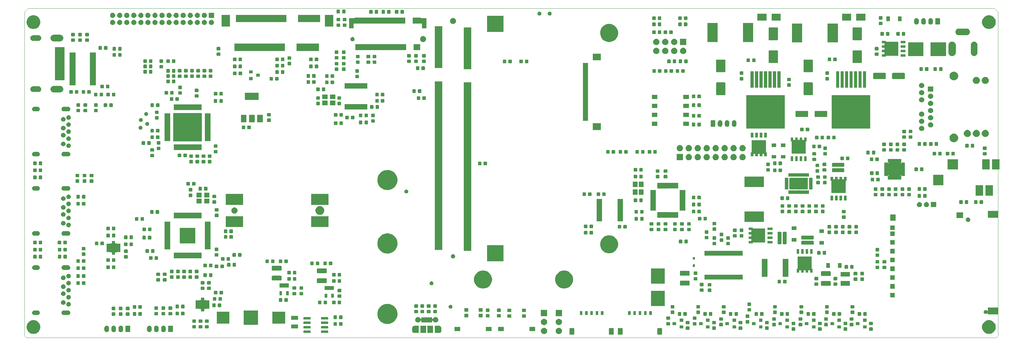
<source format=gbr>
%TF.GenerationSoftware,KiCad,Pcbnew,5.1.2+dfsg1-1*%
%TF.CreationDate,2020-02-17T14:18:57+01:00*%
%TF.ProjectId,reform2-motherboard,7265666f-726d-4322-9d6d-6f7468657262,2.0*%
%TF.SameCoordinates,Original*%
%TF.FileFunction,Soldermask,Top*%
%TF.FilePolarity,Negative*%
%FSLAX46Y46*%
G04 Gerber Fmt 4.6, Leading zero omitted, Abs format (unit mm)*
G04 Created by KiCad (PCBNEW 5.1.2+dfsg1-1) date 2020-02-17 14:18:57*
%MOMM*%
%LPD*%
G04 APERTURE LIST*
%ADD10C,0.050000*%
%ADD11C,0.100000*%
G04 APERTURE END LIST*
D10*
X315500000Y-133000000D02*
X315000000Y-133500000D01*
X315500000Y-41000000D02*
X315500000Y-133000000D01*
X40000000Y-133500000D02*
X39500000Y-133000000D01*
X40500000Y-40000000D02*
X39500000Y-41000000D01*
X314500000Y-40000000D02*
X315500000Y-41000000D01*
X315000000Y-133500000D02*
X40000000Y-133500000D01*
X39500000Y-133000000D02*
X39500000Y-41000000D01*
X40500000Y-40000000D02*
X314500000Y-40000000D01*
D11*
G36*
X220123604Y-130748347D02*
G01*
X220160144Y-130759432D01*
X220193821Y-130777433D01*
X220223341Y-130801659D01*
X220247567Y-130831179D01*
X220265568Y-130864856D01*
X220276653Y-130901396D01*
X220281000Y-130945538D01*
X220281000Y-132444462D01*
X220276653Y-132488604D01*
X220265568Y-132525144D01*
X220247567Y-132558821D01*
X220223341Y-132588341D01*
X220193821Y-132612567D01*
X220160144Y-132630568D01*
X220123604Y-132641653D01*
X220079462Y-132646000D01*
X219130538Y-132646000D01*
X219086396Y-132641653D01*
X219049856Y-132630568D01*
X219016179Y-132612567D01*
X218986659Y-132588341D01*
X218962433Y-132558821D01*
X218944432Y-132525144D01*
X218933347Y-132488604D01*
X218929000Y-132444462D01*
X218929000Y-130945538D01*
X218933347Y-130901396D01*
X218944432Y-130864856D01*
X218962433Y-130831179D01*
X218986659Y-130801659D01*
X219016179Y-130777433D01*
X219049856Y-130759432D01*
X219086396Y-130748347D01*
X219130538Y-130744000D01*
X220079462Y-130744000D01*
X220123604Y-130748347D01*
X220123604Y-130748347D01*
G37*
G36*
X208913604Y-130748347D02*
G01*
X208950144Y-130759432D01*
X208983821Y-130777433D01*
X209013341Y-130801659D01*
X209037567Y-130831179D01*
X209055568Y-130864856D01*
X209066653Y-130901396D01*
X209071000Y-130945538D01*
X209071000Y-132444462D01*
X209066653Y-132488604D01*
X209055568Y-132525144D01*
X209037567Y-132558821D01*
X209013341Y-132588341D01*
X208983821Y-132612567D01*
X208950144Y-132630568D01*
X208913604Y-132641653D01*
X208869462Y-132646000D01*
X207920538Y-132646000D01*
X207876396Y-132641653D01*
X207839856Y-132630568D01*
X207806179Y-132612567D01*
X207776659Y-132588341D01*
X207752433Y-132558821D01*
X207734432Y-132525144D01*
X207723347Y-132488604D01*
X207719000Y-132444462D01*
X207719000Y-130945538D01*
X207723347Y-130901396D01*
X207734432Y-130864856D01*
X207752433Y-130831179D01*
X207776659Y-130801659D01*
X207806179Y-130777433D01*
X207839856Y-130759432D01*
X207876396Y-130748347D01*
X207920538Y-130744000D01*
X208869462Y-130744000D01*
X208913604Y-130748347D01*
X208913604Y-130748347D01*
G37*
G36*
X206423604Y-130748347D02*
G01*
X206460144Y-130759432D01*
X206493821Y-130777433D01*
X206523341Y-130801659D01*
X206547567Y-130831179D01*
X206565568Y-130864856D01*
X206576653Y-130901396D01*
X206581000Y-130945538D01*
X206581000Y-132444462D01*
X206576653Y-132488604D01*
X206565568Y-132525144D01*
X206547567Y-132558821D01*
X206523341Y-132588341D01*
X206493821Y-132612567D01*
X206460144Y-132630568D01*
X206423604Y-132641653D01*
X206379462Y-132646000D01*
X205430538Y-132646000D01*
X205386396Y-132641653D01*
X205349856Y-132630568D01*
X205316179Y-132612567D01*
X205286659Y-132588341D01*
X205262433Y-132558821D01*
X205244432Y-132525144D01*
X205233347Y-132488604D01*
X205229000Y-132444462D01*
X205229000Y-130945538D01*
X205233347Y-130901396D01*
X205244432Y-130864856D01*
X205262433Y-130831179D01*
X205286659Y-130801659D01*
X205316179Y-130777433D01*
X205349856Y-130759432D01*
X205386396Y-130748347D01*
X205430538Y-130744000D01*
X206379462Y-130744000D01*
X206423604Y-130748347D01*
X206423604Y-130748347D01*
G37*
G36*
X195213604Y-130748347D02*
G01*
X195250144Y-130759432D01*
X195283821Y-130777433D01*
X195313341Y-130801659D01*
X195337567Y-130831179D01*
X195355568Y-130864856D01*
X195366653Y-130901396D01*
X195371000Y-130945538D01*
X195371000Y-132444462D01*
X195366653Y-132488604D01*
X195355568Y-132525144D01*
X195337567Y-132558821D01*
X195313341Y-132588341D01*
X195283821Y-132612567D01*
X195250144Y-132630568D01*
X195213604Y-132641653D01*
X195169462Y-132646000D01*
X194220538Y-132646000D01*
X194176396Y-132641653D01*
X194139856Y-132630568D01*
X194106179Y-132612567D01*
X194076659Y-132588341D01*
X194052433Y-132558821D01*
X194034432Y-132525144D01*
X194023347Y-132488604D01*
X194019000Y-132444462D01*
X194019000Y-130945538D01*
X194023347Y-130901396D01*
X194034432Y-130864856D01*
X194052433Y-130831179D01*
X194076659Y-130801659D01*
X194106179Y-130777433D01*
X194139856Y-130759432D01*
X194176396Y-130748347D01*
X194220538Y-130744000D01*
X195169462Y-130744000D01*
X195213604Y-130748347D01*
X195213604Y-130748347D01*
G37*
G36*
X191110443Y-130685519D02*
G01*
X191176627Y-130692037D01*
X191346466Y-130743557D01*
X191346468Y-130743558D01*
X191357016Y-130749196D01*
X191502991Y-130827222D01*
X191524490Y-130844866D01*
X191640186Y-130939814D01*
X191701396Y-131014400D01*
X191752778Y-131077009D01*
X191836443Y-131233534D01*
X191887963Y-131403373D01*
X191905359Y-131580000D01*
X191887963Y-131756627D01*
X191836443Y-131926466D01*
X191752778Y-132082991D01*
X191750301Y-132086009D01*
X191640186Y-132220186D01*
X191538729Y-132303448D01*
X191502991Y-132332778D01*
X191346466Y-132416443D01*
X191176627Y-132467963D01*
X191110443Y-132474481D01*
X191044260Y-132481000D01*
X190955740Y-132481000D01*
X190889557Y-132474481D01*
X190823373Y-132467963D01*
X190653534Y-132416443D01*
X190497009Y-132332778D01*
X190461271Y-132303448D01*
X190359814Y-132220186D01*
X190249699Y-132086009D01*
X190247222Y-132082991D01*
X190163557Y-131926466D01*
X190112037Y-131756627D01*
X190094641Y-131580000D01*
X190112037Y-131403373D01*
X190163557Y-131233534D01*
X190247222Y-131077009D01*
X190298604Y-131014400D01*
X190359814Y-130939814D01*
X190475510Y-130844866D01*
X190497009Y-130827222D01*
X190642984Y-130749196D01*
X190653532Y-130743558D01*
X190653534Y-130743557D01*
X190823373Y-130692037D01*
X190889557Y-130685519D01*
X190955740Y-130679000D01*
X191044260Y-130679000D01*
X191110443Y-130685519D01*
X191110443Y-130685519D01*
G37*
G36*
X186910443Y-130685519D02*
G01*
X186976627Y-130692037D01*
X187146466Y-130743557D01*
X187146468Y-130743558D01*
X187157016Y-130749196D01*
X187302991Y-130827222D01*
X187324490Y-130844866D01*
X187440186Y-130939814D01*
X187501396Y-131014400D01*
X187552778Y-131077009D01*
X187636443Y-131233534D01*
X187687963Y-131403373D01*
X187705359Y-131580000D01*
X187687963Y-131756627D01*
X187636443Y-131926466D01*
X187552778Y-132082991D01*
X187550301Y-132086009D01*
X187440186Y-132220186D01*
X187338729Y-132303448D01*
X187302991Y-132332778D01*
X187146466Y-132416443D01*
X186976627Y-132467963D01*
X186910443Y-132474481D01*
X186844260Y-132481000D01*
X186755740Y-132481000D01*
X186689557Y-132474481D01*
X186623373Y-132467963D01*
X186453534Y-132416443D01*
X186297009Y-132332778D01*
X186261271Y-132303448D01*
X186159814Y-132220186D01*
X186049699Y-132086009D01*
X186047222Y-132082991D01*
X185963557Y-131926466D01*
X185912037Y-131756627D01*
X185894641Y-131580000D01*
X185912037Y-131403373D01*
X185963557Y-131233534D01*
X186047222Y-131077009D01*
X186098604Y-131014400D01*
X186159814Y-130939814D01*
X186275510Y-130844866D01*
X186297009Y-130827222D01*
X186442984Y-130749196D01*
X186453532Y-130743558D01*
X186453534Y-130743557D01*
X186623373Y-130692037D01*
X186689557Y-130685519D01*
X186755740Y-130679000D01*
X186844260Y-130679000D01*
X186910443Y-130685519D01*
X186910443Y-130685519D01*
G37*
G36*
X42609085Y-128603975D02*
G01*
X42945324Y-128743250D01*
X42964145Y-128751046D01*
X43283690Y-128964559D01*
X43555441Y-129236310D01*
X43768109Y-129554591D01*
X43768955Y-129555857D01*
X43916025Y-129910915D01*
X43991000Y-130287842D01*
X43991000Y-130672158D01*
X43916025Y-131049085D01*
X43769587Y-131402617D01*
X43768954Y-131404145D01*
X43555441Y-131723690D01*
X43283690Y-131995441D01*
X42964145Y-132208954D01*
X42964144Y-132208955D01*
X42964143Y-132208955D01*
X42609085Y-132356025D01*
X42232158Y-132431000D01*
X41847842Y-132431000D01*
X41470915Y-132356025D01*
X41115857Y-132208955D01*
X41115856Y-132208955D01*
X41115855Y-132208954D01*
X40796310Y-131995441D01*
X40524559Y-131723690D01*
X40311046Y-131404145D01*
X40310413Y-131402617D01*
X40163975Y-131049085D01*
X40089000Y-130672158D01*
X40089000Y-130287842D01*
X40163975Y-129910915D01*
X40311045Y-129555857D01*
X40311891Y-129554591D01*
X40524559Y-129236310D01*
X40796310Y-128964559D01*
X41115855Y-128751046D01*
X41134676Y-128743250D01*
X41470915Y-128603975D01*
X41847842Y-128529000D01*
X42232158Y-128529000D01*
X42609085Y-128603975D01*
X42609085Y-128603975D01*
G37*
G36*
X313497085Y-128603975D02*
G01*
X313833324Y-128743250D01*
X313852145Y-128751046D01*
X314171690Y-128964559D01*
X314443441Y-129236310D01*
X314656109Y-129554591D01*
X314656955Y-129555857D01*
X314804025Y-129910915D01*
X314879000Y-130287842D01*
X314879000Y-130672158D01*
X314804025Y-131049085D01*
X314657587Y-131402617D01*
X314656954Y-131404145D01*
X314443441Y-131723690D01*
X314171690Y-131995441D01*
X313852145Y-132208954D01*
X313852144Y-132208955D01*
X313852143Y-132208955D01*
X313497085Y-132356025D01*
X313120158Y-132431000D01*
X312735842Y-132431000D01*
X312358915Y-132356025D01*
X312003857Y-132208955D01*
X312003856Y-132208955D01*
X312003855Y-132208954D01*
X311684310Y-131995441D01*
X311412559Y-131723690D01*
X311199046Y-131404145D01*
X311198413Y-131402617D01*
X311051975Y-131049085D01*
X310977000Y-130672158D01*
X310977000Y-130287842D01*
X311051975Y-129910915D01*
X311199045Y-129555857D01*
X311199891Y-129554591D01*
X311412559Y-129236310D01*
X311684310Y-128964559D01*
X312003855Y-128751046D01*
X312022676Y-128743250D01*
X312358915Y-128603975D01*
X312735842Y-128529000D01*
X313120158Y-128529000D01*
X313497085Y-128603975D01*
X313497085Y-128603975D01*
G37*
G36*
X125509928Y-131456764D02*
G01*
X125531009Y-131463160D01*
X125550445Y-131473548D01*
X125567476Y-131487524D01*
X125581452Y-131504555D01*
X125591840Y-131523991D01*
X125598236Y-131545072D01*
X125601000Y-131573140D01*
X125601000Y-132036860D01*
X125598236Y-132064928D01*
X125591840Y-132086009D01*
X125581452Y-132105445D01*
X125567476Y-132122476D01*
X125550445Y-132136452D01*
X125531009Y-132146840D01*
X125509928Y-132153236D01*
X125481860Y-132156000D01*
X123668140Y-132156000D01*
X123640072Y-132153236D01*
X123618991Y-132146840D01*
X123599555Y-132136452D01*
X123582524Y-132122476D01*
X123568548Y-132105445D01*
X123558160Y-132086009D01*
X123551764Y-132064928D01*
X123549000Y-132036860D01*
X123549000Y-131573140D01*
X123551764Y-131545072D01*
X123558160Y-131523991D01*
X123568548Y-131504555D01*
X123582524Y-131487524D01*
X123599555Y-131473548D01*
X123618991Y-131463160D01*
X123640072Y-131456764D01*
X123668140Y-131454000D01*
X125481860Y-131454000D01*
X125509928Y-131456764D01*
X125509928Y-131456764D01*
G37*
G36*
X120559928Y-131456764D02*
G01*
X120581009Y-131463160D01*
X120600445Y-131473548D01*
X120617476Y-131487524D01*
X120631452Y-131504555D01*
X120641840Y-131523991D01*
X120648236Y-131545072D01*
X120651000Y-131573140D01*
X120651000Y-132036860D01*
X120648236Y-132064928D01*
X120641840Y-132086009D01*
X120631452Y-132105445D01*
X120617476Y-132122476D01*
X120600445Y-132136452D01*
X120581009Y-132146840D01*
X120559928Y-132153236D01*
X120531860Y-132156000D01*
X118718140Y-132156000D01*
X118690072Y-132153236D01*
X118668991Y-132146840D01*
X118649555Y-132136452D01*
X118632524Y-132122476D01*
X118618548Y-132105445D01*
X118608160Y-132086009D01*
X118601764Y-132064928D01*
X118599000Y-132036860D01*
X118599000Y-131573140D01*
X118601764Y-131545072D01*
X118608160Y-131523991D01*
X118618548Y-131504555D01*
X118632524Y-131487524D01*
X118649555Y-131473548D01*
X118668991Y-131463160D01*
X118690072Y-131456764D01*
X118718140Y-131454000D01*
X120531860Y-131454000D01*
X120559928Y-131456764D01*
X120559928Y-131456764D01*
G37*
G36*
X150075862Y-130135898D02*
G01*
X150088114Y-130136500D01*
X151301000Y-130136500D01*
X151301000Y-132138500D01*
X150088114Y-132138500D01*
X150075862Y-132139102D01*
X150050000Y-132141649D01*
X150024138Y-132139102D01*
X150011886Y-132138500D01*
X149938594Y-132138500D01*
X149921836Y-132129543D01*
X149910299Y-132125415D01*
X149825307Y-132099632D01*
X149799664Y-132091854D01*
X149686575Y-132031406D01*
X149587447Y-131950054D01*
X149506094Y-131850924D01*
X149445646Y-131737835D01*
X149415491Y-131638426D01*
X149408420Y-131615117D01*
X149399643Y-131526000D01*
X149399000Y-131519473D01*
X149399000Y-130755526D01*
X149403435Y-130710500D01*
X149408420Y-130659882D01*
X149445645Y-130537168D01*
X149479055Y-130474664D01*
X149506095Y-130424075D01*
X149587447Y-130324946D01*
X149686576Y-130243594D01*
X149799666Y-130183146D01*
X149806427Y-130181095D01*
X149910290Y-130149588D01*
X149932925Y-130140212D01*
X149938481Y-130136500D01*
X150011886Y-130136500D01*
X150024138Y-130135898D01*
X150050000Y-130133351D01*
X150075862Y-130135898D01*
X150075862Y-130135898D01*
G37*
G36*
X157075862Y-130135898D02*
G01*
X157088114Y-130136500D01*
X157161406Y-130136500D01*
X157178164Y-130145457D01*
X157189707Y-130149587D01*
X157293573Y-130181095D01*
X157300334Y-130183146D01*
X157413424Y-130243594D01*
X157512554Y-130324947D01*
X157593906Y-130424075D01*
X157654354Y-130537164D01*
X157656200Y-130543250D01*
X157691580Y-130659882D01*
X157696565Y-130710500D01*
X157701000Y-130755526D01*
X157701000Y-131519474D01*
X157700555Y-131523991D01*
X157691580Y-131615118D01*
X157680695Y-131651000D01*
X157654354Y-131737836D01*
X157593906Y-131850925D01*
X157512554Y-131950054D01*
X157413425Y-132031406D01*
X157300336Y-132091854D01*
X157274693Y-132099632D01*
X157189708Y-132125413D01*
X157167075Y-132134787D01*
X157161518Y-132138500D01*
X157088114Y-132138500D01*
X157075862Y-132139102D01*
X157050000Y-132141649D01*
X157024138Y-132139102D01*
X157011886Y-132138500D01*
X155799000Y-132138500D01*
X155799000Y-130136500D01*
X157011886Y-130136500D01*
X157024138Y-130135898D01*
X157050000Y-130133351D01*
X157075862Y-130135898D01*
X157075862Y-130135898D01*
G37*
G36*
X155351000Y-132138500D02*
G01*
X153749000Y-132138500D01*
X153749000Y-130136500D01*
X155351000Y-130136500D01*
X155351000Y-132138500D01*
X155351000Y-132138500D01*
G37*
G36*
X153351000Y-132138500D02*
G01*
X151749000Y-132138500D01*
X151749000Y-130136500D01*
X153351000Y-130136500D01*
X153351000Y-132138500D01*
X153351000Y-132138500D01*
G37*
G36*
X64927618Y-130083420D02*
G01*
X65008400Y-130107925D01*
X65050336Y-130120646D01*
X65163425Y-130181094D01*
X65262554Y-130262446D01*
X65343906Y-130361575D01*
X65404354Y-130474664D01*
X65404355Y-130474668D01*
X65441580Y-130597382D01*
X65441580Y-130597384D01*
X65450903Y-130692037D01*
X65451000Y-130693027D01*
X65451000Y-131306973D01*
X65441580Y-131402618D01*
X65417021Y-131483577D01*
X65404354Y-131525336D01*
X65343906Y-131638425D01*
X65262554Y-131737553D01*
X65163424Y-131818906D01*
X65050335Y-131879354D01*
X65018403Y-131889040D01*
X64927617Y-131916580D01*
X64800000Y-131929149D01*
X64672382Y-131916580D01*
X64581596Y-131889040D01*
X64549664Y-131879354D01*
X64436575Y-131818906D01*
X64337447Y-131737554D01*
X64256094Y-131638424D01*
X64195646Y-131525335D01*
X64179570Y-131472339D01*
X64158420Y-131402617D01*
X64149000Y-131306972D01*
X64149000Y-130693027D01*
X64149098Y-130692037D01*
X64158420Y-130597384D01*
X64158420Y-130597382D01*
X64183237Y-130515573D01*
X64195645Y-130474667D01*
X64231519Y-130407552D01*
X64256095Y-130361574D01*
X64273666Y-130340164D01*
X64337447Y-130262446D01*
X64436576Y-130181094D01*
X64549665Y-130120646D01*
X64591601Y-130107925D01*
X64672383Y-130083420D01*
X64800000Y-130070851D01*
X64927618Y-130083420D01*
X64927618Y-130083420D01*
G37*
G36*
X77027618Y-130083420D02*
G01*
X77108400Y-130107925D01*
X77150336Y-130120646D01*
X77263425Y-130181094D01*
X77362554Y-130262446D01*
X77443906Y-130361575D01*
X77504354Y-130474664D01*
X77504355Y-130474668D01*
X77541580Y-130597382D01*
X77541580Y-130597384D01*
X77550903Y-130692037D01*
X77551000Y-130693027D01*
X77551000Y-131306973D01*
X77541580Y-131402618D01*
X77517021Y-131483577D01*
X77504354Y-131525336D01*
X77443906Y-131638425D01*
X77362554Y-131737553D01*
X77263424Y-131818906D01*
X77150335Y-131879354D01*
X77118403Y-131889040D01*
X77027617Y-131916580D01*
X76900000Y-131929149D01*
X76772382Y-131916580D01*
X76681596Y-131889040D01*
X76649664Y-131879354D01*
X76536575Y-131818906D01*
X76437447Y-131737554D01*
X76356094Y-131638424D01*
X76295646Y-131525335D01*
X76279570Y-131472339D01*
X76258420Y-131402617D01*
X76249000Y-131306972D01*
X76249000Y-130693027D01*
X76249098Y-130692037D01*
X76258420Y-130597384D01*
X76258420Y-130597382D01*
X76283237Y-130515573D01*
X76295645Y-130474667D01*
X76331519Y-130407552D01*
X76356095Y-130361574D01*
X76373666Y-130340164D01*
X76437447Y-130262446D01*
X76536576Y-130181094D01*
X76649665Y-130120646D01*
X76691601Y-130107925D01*
X76772383Y-130083420D01*
X76900000Y-130070851D01*
X77027618Y-130083420D01*
X77027618Y-130083420D01*
G37*
G36*
X62927618Y-130083420D02*
G01*
X63008400Y-130107925D01*
X63050336Y-130120646D01*
X63163425Y-130181094D01*
X63262554Y-130262446D01*
X63343906Y-130361575D01*
X63404354Y-130474664D01*
X63404355Y-130474668D01*
X63441580Y-130597382D01*
X63441580Y-130597384D01*
X63450903Y-130692037D01*
X63451000Y-130693027D01*
X63451000Y-131306973D01*
X63441580Y-131402618D01*
X63417021Y-131483577D01*
X63404354Y-131525336D01*
X63343906Y-131638425D01*
X63262554Y-131737553D01*
X63163424Y-131818906D01*
X63050335Y-131879354D01*
X63018403Y-131889040D01*
X62927617Y-131916580D01*
X62800000Y-131929149D01*
X62672382Y-131916580D01*
X62581596Y-131889040D01*
X62549664Y-131879354D01*
X62436575Y-131818906D01*
X62337447Y-131737554D01*
X62256094Y-131638424D01*
X62195646Y-131525335D01*
X62179570Y-131472339D01*
X62158420Y-131402617D01*
X62149000Y-131306972D01*
X62149000Y-130693027D01*
X62149098Y-130692037D01*
X62158420Y-130597384D01*
X62158420Y-130597382D01*
X62183237Y-130515573D01*
X62195645Y-130474667D01*
X62231519Y-130407552D01*
X62256095Y-130361574D01*
X62273666Y-130340164D01*
X62337447Y-130262446D01*
X62436576Y-130181094D01*
X62549665Y-130120646D01*
X62591601Y-130107925D01*
X62672383Y-130083420D01*
X62800000Y-130070851D01*
X62927618Y-130083420D01*
X62927618Y-130083420D01*
G37*
G36*
X66927618Y-130083420D02*
G01*
X67008400Y-130107925D01*
X67050336Y-130120646D01*
X67163425Y-130181094D01*
X67262554Y-130262446D01*
X67343906Y-130361575D01*
X67404354Y-130474664D01*
X67404355Y-130474668D01*
X67441580Y-130597382D01*
X67441580Y-130597384D01*
X67450903Y-130692037D01*
X67451000Y-130693027D01*
X67451000Y-131306973D01*
X67441580Y-131402618D01*
X67417021Y-131483577D01*
X67404354Y-131525336D01*
X67343906Y-131638425D01*
X67262554Y-131737553D01*
X67163424Y-131818906D01*
X67050335Y-131879354D01*
X67018403Y-131889040D01*
X66927617Y-131916580D01*
X66800000Y-131929149D01*
X66672382Y-131916580D01*
X66581596Y-131889040D01*
X66549664Y-131879354D01*
X66436575Y-131818906D01*
X66337447Y-131737554D01*
X66256094Y-131638424D01*
X66195646Y-131525335D01*
X66179570Y-131472339D01*
X66158420Y-131402617D01*
X66149000Y-131306972D01*
X66149000Y-130693027D01*
X66149098Y-130692037D01*
X66158420Y-130597384D01*
X66158420Y-130597382D01*
X66183237Y-130515573D01*
X66195645Y-130474667D01*
X66231519Y-130407552D01*
X66256095Y-130361574D01*
X66273666Y-130340164D01*
X66337447Y-130262446D01*
X66436576Y-130181094D01*
X66549665Y-130120646D01*
X66591601Y-130107925D01*
X66672383Y-130083420D01*
X66800000Y-130070851D01*
X66927618Y-130083420D01*
X66927618Y-130083420D01*
G37*
G36*
X75027618Y-130083420D02*
G01*
X75108400Y-130107925D01*
X75150336Y-130120646D01*
X75263425Y-130181094D01*
X75362554Y-130262446D01*
X75443906Y-130361575D01*
X75504354Y-130474664D01*
X75504355Y-130474668D01*
X75541580Y-130597382D01*
X75541580Y-130597384D01*
X75550903Y-130692037D01*
X75551000Y-130693027D01*
X75551000Y-131306973D01*
X75541580Y-131402618D01*
X75517021Y-131483577D01*
X75504354Y-131525336D01*
X75443906Y-131638425D01*
X75362554Y-131737553D01*
X75263424Y-131818906D01*
X75150335Y-131879354D01*
X75118403Y-131889040D01*
X75027617Y-131916580D01*
X74900000Y-131929149D01*
X74772382Y-131916580D01*
X74681596Y-131889040D01*
X74649664Y-131879354D01*
X74536575Y-131818906D01*
X74437447Y-131737554D01*
X74356094Y-131638424D01*
X74295646Y-131525335D01*
X74279570Y-131472339D01*
X74258420Y-131402617D01*
X74249000Y-131306972D01*
X74249000Y-130693027D01*
X74249098Y-130692037D01*
X74258420Y-130597384D01*
X74258420Y-130597382D01*
X74283237Y-130515573D01*
X74295645Y-130474667D01*
X74331519Y-130407552D01*
X74356095Y-130361574D01*
X74373666Y-130340164D01*
X74437447Y-130262446D01*
X74536576Y-130181094D01*
X74649665Y-130120646D01*
X74691601Y-130107925D01*
X74772383Y-130083420D01*
X74900000Y-130070851D01*
X75027618Y-130083420D01*
X75027618Y-130083420D01*
G37*
G36*
X79027618Y-130083420D02*
G01*
X79108400Y-130107925D01*
X79150336Y-130120646D01*
X79263425Y-130181094D01*
X79362554Y-130262446D01*
X79443906Y-130361575D01*
X79504354Y-130474664D01*
X79504355Y-130474668D01*
X79541580Y-130597382D01*
X79541580Y-130597384D01*
X79550903Y-130692037D01*
X79551000Y-130693027D01*
X79551000Y-131306973D01*
X79541580Y-131402618D01*
X79517021Y-131483577D01*
X79504354Y-131525336D01*
X79443906Y-131638425D01*
X79362554Y-131737553D01*
X79263424Y-131818906D01*
X79150335Y-131879354D01*
X79118403Y-131889040D01*
X79027617Y-131916580D01*
X78900000Y-131929149D01*
X78772382Y-131916580D01*
X78681596Y-131889040D01*
X78649664Y-131879354D01*
X78536575Y-131818906D01*
X78437447Y-131737554D01*
X78356094Y-131638424D01*
X78295646Y-131525335D01*
X78279570Y-131472339D01*
X78258420Y-131402617D01*
X78249000Y-131306972D01*
X78249000Y-130693027D01*
X78249098Y-130692037D01*
X78258420Y-130597384D01*
X78258420Y-130597382D01*
X78283237Y-130515573D01*
X78295645Y-130474667D01*
X78331519Y-130407552D01*
X78356095Y-130361574D01*
X78373666Y-130340164D01*
X78437447Y-130262446D01*
X78536576Y-130181094D01*
X78649665Y-130120646D01*
X78691601Y-130107925D01*
X78772383Y-130083420D01*
X78900000Y-130070851D01*
X79027618Y-130083420D01*
X79027618Y-130083420D01*
G37*
G36*
X81391242Y-130078404D02*
G01*
X81428337Y-130089657D01*
X81462515Y-130107925D01*
X81492481Y-130132519D01*
X81517075Y-130162485D01*
X81535343Y-130196663D01*
X81546596Y-130233758D01*
X81551000Y-130278474D01*
X81551000Y-131721526D01*
X81546596Y-131766242D01*
X81535343Y-131803337D01*
X81517075Y-131837515D01*
X81492481Y-131867481D01*
X81462515Y-131892075D01*
X81428337Y-131910343D01*
X81391242Y-131921596D01*
X81346526Y-131926000D01*
X80453474Y-131926000D01*
X80408758Y-131921596D01*
X80371663Y-131910343D01*
X80337485Y-131892075D01*
X80307519Y-131867481D01*
X80282925Y-131837515D01*
X80264657Y-131803337D01*
X80253404Y-131766242D01*
X80249000Y-131721526D01*
X80249000Y-130278474D01*
X80253404Y-130233758D01*
X80264657Y-130196663D01*
X80282925Y-130162485D01*
X80307519Y-130132519D01*
X80337485Y-130107925D01*
X80371663Y-130089657D01*
X80408758Y-130078404D01*
X80453474Y-130074000D01*
X81346526Y-130074000D01*
X81391242Y-130078404D01*
X81391242Y-130078404D01*
G37*
G36*
X69291242Y-130078404D02*
G01*
X69328337Y-130089657D01*
X69362515Y-130107925D01*
X69392481Y-130132519D01*
X69417075Y-130162485D01*
X69435343Y-130196663D01*
X69446596Y-130233758D01*
X69451000Y-130278474D01*
X69451000Y-131721526D01*
X69446596Y-131766242D01*
X69435343Y-131803337D01*
X69417075Y-131837515D01*
X69392481Y-131867481D01*
X69362515Y-131892075D01*
X69328337Y-131910343D01*
X69291242Y-131921596D01*
X69246526Y-131926000D01*
X68353474Y-131926000D01*
X68308758Y-131921596D01*
X68271663Y-131910343D01*
X68237485Y-131892075D01*
X68207519Y-131867481D01*
X68182925Y-131837515D01*
X68164657Y-131803337D01*
X68153404Y-131766242D01*
X68149000Y-131721526D01*
X68149000Y-130278474D01*
X68153404Y-130233758D01*
X68164657Y-130196663D01*
X68182925Y-130162485D01*
X68207519Y-130132519D01*
X68237485Y-130107925D01*
X68271663Y-130089657D01*
X68308758Y-130078404D01*
X68353474Y-130074000D01*
X69246526Y-130074000D01*
X69291242Y-130078404D01*
X69291242Y-130078404D01*
G37*
G36*
X175401000Y-131651000D02*
G01*
X173799000Y-131651000D01*
X173799000Y-130449000D01*
X175401000Y-130449000D01*
X175401000Y-131651000D01*
X175401000Y-131651000D01*
G37*
G36*
X184301000Y-131651000D02*
G01*
X182699000Y-131651000D01*
X182699000Y-130449000D01*
X184301000Y-130449000D01*
X184301000Y-131651000D01*
X184301000Y-131651000D01*
G37*
G36*
X163051000Y-131651000D02*
G01*
X161449000Y-131651000D01*
X161449000Y-130449000D01*
X163051000Y-130449000D01*
X163051000Y-131651000D01*
X163051000Y-131651000D01*
G37*
G36*
X171951000Y-131651000D02*
G01*
X170349000Y-131651000D01*
X170349000Y-130449000D01*
X171951000Y-130449000D01*
X171951000Y-131651000D01*
X171951000Y-131651000D01*
G37*
G36*
X272629591Y-130553085D02*
G01*
X272663569Y-130563393D01*
X272694890Y-130580134D01*
X272722339Y-130602661D01*
X272744866Y-130630110D01*
X272761607Y-130661431D01*
X272771915Y-130695409D01*
X272776000Y-130736890D01*
X272776000Y-131338110D01*
X272771915Y-131379591D01*
X272761607Y-131413569D01*
X272744866Y-131444890D01*
X272722339Y-131472339D01*
X272694890Y-131494866D01*
X272663569Y-131511607D01*
X272629591Y-131521915D01*
X272588110Y-131526000D01*
X271911890Y-131526000D01*
X271870409Y-131521915D01*
X271836431Y-131511607D01*
X271805110Y-131494866D01*
X271777661Y-131472339D01*
X271755134Y-131444890D01*
X271738393Y-131413569D01*
X271728085Y-131379591D01*
X271724000Y-131338110D01*
X271724000Y-130736890D01*
X271728085Y-130695409D01*
X271738393Y-130661431D01*
X271755134Y-130630110D01*
X271777661Y-130602661D01*
X271805110Y-130580134D01*
X271836431Y-130563393D01*
X271870409Y-130553085D01*
X271911890Y-130549000D01*
X272588110Y-130549000D01*
X272629591Y-130553085D01*
X272629591Y-130553085D01*
G37*
G36*
X279879591Y-130553085D02*
G01*
X279913569Y-130563393D01*
X279944890Y-130580134D01*
X279972339Y-130602661D01*
X279994866Y-130630110D01*
X280011607Y-130661431D01*
X280021915Y-130695409D01*
X280026000Y-130736890D01*
X280026000Y-131338110D01*
X280021915Y-131379591D01*
X280011607Y-131413569D01*
X279994866Y-131444890D01*
X279972339Y-131472339D01*
X279944890Y-131494866D01*
X279913569Y-131511607D01*
X279879591Y-131521915D01*
X279838110Y-131526000D01*
X279161890Y-131526000D01*
X279120409Y-131521915D01*
X279086431Y-131511607D01*
X279055110Y-131494866D01*
X279027661Y-131472339D01*
X279005134Y-131444890D01*
X278988393Y-131413569D01*
X278978085Y-131379591D01*
X278974000Y-131338110D01*
X278974000Y-130736890D01*
X278978085Y-130695409D01*
X278988393Y-130661431D01*
X279005134Y-130630110D01*
X279027661Y-130602661D01*
X279055110Y-130580134D01*
X279086431Y-130563393D01*
X279120409Y-130553085D01*
X279161890Y-130549000D01*
X279838110Y-130549000D01*
X279879591Y-130553085D01*
X279879591Y-130553085D01*
G37*
G36*
X257879591Y-130553085D02*
G01*
X257913569Y-130563393D01*
X257944890Y-130580134D01*
X257972339Y-130602661D01*
X257994866Y-130630110D01*
X258011607Y-130661431D01*
X258021915Y-130695409D01*
X258026000Y-130736890D01*
X258026000Y-131338110D01*
X258021915Y-131379591D01*
X258011607Y-131413569D01*
X257994866Y-131444890D01*
X257972339Y-131472339D01*
X257944890Y-131494866D01*
X257913569Y-131511607D01*
X257879591Y-131521915D01*
X257838110Y-131526000D01*
X257161890Y-131526000D01*
X257120409Y-131521915D01*
X257086431Y-131511607D01*
X257055110Y-131494866D01*
X257027661Y-131472339D01*
X257005134Y-131444890D01*
X256988393Y-131413569D01*
X256978085Y-131379591D01*
X256974000Y-131338110D01*
X256974000Y-130736890D01*
X256978085Y-130695409D01*
X256988393Y-130661431D01*
X257005134Y-130630110D01*
X257027661Y-130602661D01*
X257055110Y-130580134D01*
X257086431Y-130563393D01*
X257120409Y-130553085D01*
X257161890Y-130549000D01*
X257838110Y-130549000D01*
X257879591Y-130553085D01*
X257879591Y-130553085D01*
G37*
G36*
X265379591Y-130553085D02*
G01*
X265413569Y-130563393D01*
X265444890Y-130580134D01*
X265472339Y-130602661D01*
X265494866Y-130630110D01*
X265511607Y-130661431D01*
X265521915Y-130695409D01*
X265526000Y-130736890D01*
X265526000Y-131338110D01*
X265521915Y-131379591D01*
X265511607Y-131413569D01*
X265494866Y-131444890D01*
X265472339Y-131472339D01*
X265444890Y-131494866D01*
X265413569Y-131511607D01*
X265379591Y-131521915D01*
X265338110Y-131526000D01*
X264661890Y-131526000D01*
X264620409Y-131521915D01*
X264586431Y-131511607D01*
X264555110Y-131494866D01*
X264527661Y-131472339D01*
X264505134Y-131444890D01*
X264488393Y-131413569D01*
X264478085Y-131379591D01*
X264474000Y-131338110D01*
X264474000Y-130736890D01*
X264478085Y-130695409D01*
X264488393Y-130661431D01*
X264505134Y-130630110D01*
X264527661Y-130602661D01*
X264555110Y-130580134D01*
X264586431Y-130563393D01*
X264620409Y-130553085D01*
X264661890Y-130549000D01*
X265338110Y-130549000D01*
X265379591Y-130553085D01*
X265379591Y-130553085D01*
G37*
G36*
X242879591Y-130303085D02*
G01*
X242913569Y-130313393D01*
X242944890Y-130330134D01*
X242972339Y-130352661D01*
X242994866Y-130380110D01*
X243011607Y-130411431D01*
X243021915Y-130445409D01*
X243026000Y-130486890D01*
X243026000Y-131088110D01*
X243021915Y-131129591D01*
X243011607Y-131163569D01*
X242994866Y-131194890D01*
X242972339Y-131222339D01*
X242944890Y-131244866D01*
X242913569Y-131261607D01*
X242879591Y-131271915D01*
X242838110Y-131276000D01*
X242161890Y-131276000D01*
X242120409Y-131271915D01*
X242086431Y-131261607D01*
X242055110Y-131244866D01*
X242027661Y-131222339D01*
X242005134Y-131194890D01*
X241988393Y-131163569D01*
X241978085Y-131129591D01*
X241974000Y-131088110D01*
X241974000Y-130486890D01*
X241978085Y-130445409D01*
X241988393Y-130411431D01*
X242005134Y-130380110D01*
X242027661Y-130352661D01*
X242055110Y-130330134D01*
X242086431Y-130313393D01*
X242120409Y-130303085D01*
X242161890Y-130299000D01*
X242838110Y-130299000D01*
X242879591Y-130303085D01*
X242879591Y-130303085D01*
G37*
G36*
X227879591Y-130303085D02*
G01*
X227913569Y-130313393D01*
X227944890Y-130330134D01*
X227972339Y-130352661D01*
X227994866Y-130380110D01*
X228011607Y-130411431D01*
X228021915Y-130445409D01*
X228026000Y-130486890D01*
X228026000Y-131088110D01*
X228021915Y-131129591D01*
X228011607Y-131163569D01*
X227994866Y-131194890D01*
X227972339Y-131222339D01*
X227944890Y-131244866D01*
X227913569Y-131261607D01*
X227879591Y-131271915D01*
X227838110Y-131276000D01*
X227161890Y-131276000D01*
X227120409Y-131271915D01*
X227086431Y-131261607D01*
X227055110Y-131244866D01*
X227027661Y-131222339D01*
X227005134Y-131194890D01*
X226988393Y-131163569D01*
X226978085Y-131129591D01*
X226974000Y-131088110D01*
X226974000Y-130486890D01*
X226978085Y-130445409D01*
X226988393Y-130411431D01*
X227005134Y-130380110D01*
X227027661Y-130352661D01*
X227055110Y-130330134D01*
X227086431Y-130313393D01*
X227120409Y-130303085D01*
X227161890Y-130299000D01*
X227838110Y-130299000D01*
X227879591Y-130303085D01*
X227879591Y-130303085D01*
G37*
G36*
X235379591Y-130303085D02*
G01*
X235413569Y-130313393D01*
X235444890Y-130330134D01*
X235472339Y-130352661D01*
X235494866Y-130380110D01*
X235511607Y-130411431D01*
X235521915Y-130445409D01*
X235526000Y-130486890D01*
X235526000Y-131088110D01*
X235521915Y-131129591D01*
X235511607Y-131163569D01*
X235494866Y-131194890D01*
X235472339Y-131222339D01*
X235444890Y-131244866D01*
X235413569Y-131261607D01*
X235379591Y-131271915D01*
X235338110Y-131276000D01*
X234661890Y-131276000D01*
X234620409Y-131271915D01*
X234586431Y-131261607D01*
X234555110Y-131244866D01*
X234527661Y-131222339D01*
X234505134Y-131194890D01*
X234488393Y-131163569D01*
X234478085Y-131129591D01*
X234474000Y-131088110D01*
X234474000Y-130486890D01*
X234478085Y-130445409D01*
X234488393Y-130411431D01*
X234505134Y-130380110D01*
X234527661Y-130352661D01*
X234555110Y-130330134D01*
X234586431Y-130313393D01*
X234620409Y-130303085D01*
X234661890Y-130299000D01*
X235338110Y-130299000D01*
X235379591Y-130303085D01*
X235379591Y-130303085D01*
G37*
G36*
X250379591Y-130303085D02*
G01*
X250413569Y-130313393D01*
X250444890Y-130330134D01*
X250472339Y-130352661D01*
X250494866Y-130380110D01*
X250511607Y-130411431D01*
X250521915Y-130445409D01*
X250526000Y-130486890D01*
X250526000Y-131088110D01*
X250521915Y-131129591D01*
X250511607Y-131163569D01*
X250494866Y-131194890D01*
X250472339Y-131222339D01*
X250444890Y-131244866D01*
X250413569Y-131261607D01*
X250379591Y-131271915D01*
X250338110Y-131276000D01*
X249661890Y-131276000D01*
X249620409Y-131271915D01*
X249586431Y-131261607D01*
X249555110Y-131244866D01*
X249527661Y-131222339D01*
X249505134Y-131194890D01*
X249488393Y-131163569D01*
X249478085Y-131129591D01*
X249474000Y-131088110D01*
X249474000Y-130486890D01*
X249478085Y-130445409D01*
X249488393Y-130411431D01*
X249505134Y-130380110D01*
X249527661Y-130352661D01*
X249555110Y-130330134D01*
X249586431Y-130313393D01*
X249620409Y-130303085D01*
X249661890Y-130299000D01*
X250338110Y-130299000D01*
X250379591Y-130303085D01*
X250379591Y-130303085D01*
G37*
G36*
X226251000Y-130901000D02*
G01*
X225249000Y-130901000D01*
X225249000Y-129999000D01*
X226251000Y-129999000D01*
X226251000Y-130901000D01*
X226251000Y-130901000D01*
G37*
G36*
X263751000Y-130901000D02*
G01*
X262749000Y-130901000D01*
X262749000Y-129999000D01*
X263751000Y-129999000D01*
X263751000Y-130901000D01*
X263751000Y-130901000D01*
G37*
G36*
X256251000Y-130901000D02*
G01*
X255249000Y-130901000D01*
X255249000Y-129999000D01*
X256251000Y-129999000D01*
X256251000Y-130901000D01*
X256251000Y-130901000D01*
G37*
G36*
X248751000Y-130901000D02*
G01*
X247749000Y-130901000D01*
X247749000Y-129999000D01*
X248751000Y-129999000D01*
X248751000Y-130901000D01*
X248751000Y-130901000D01*
G37*
G36*
X241251000Y-130901000D02*
G01*
X240249000Y-130901000D01*
X240249000Y-129999000D01*
X241251000Y-129999000D01*
X241251000Y-130901000D01*
X241251000Y-130901000D01*
G37*
G36*
X233751000Y-130901000D02*
G01*
X232749000Y-130901000D01*
X232749000Y-129999000D01*
X233751000Y-129999000D01*
X233751000Y-130901000D01*
X233751000Y-130901000D01*
G37*
G36*
X271001000Y-130901000D02*
G01*
X269999000Y-130901000D01*
X269999000Y-129999000D01*
X271001000Y-129999000D01*
X271001000Y-130901000D01*
X271001000Y-130901000D01*
G37*
G36*
X278251000Y-130901000D02*
G01*
X277249000Y-130901000D01*
X277249000Y-129999000D01*
X278251000Y-129999000D01*
X278251000Y-130901000D01*
X278251000Y-130901000D01*
G37*
G36*
X117051000Y-130901000D02*
G01*
X115149000Y-130901000D01*
X115149000Y-129799000D01*
X117051000Y-129799000D01*
X117051000Y-130901000D01*
X117051000Y-130901000D01*
G37*
G36*
X125509928Y-130186764D02*
G01*
X125531009Y-130193160D01*
X125550445Y-130203548D01*
X125567476Y-130217524D01*
X125581452Y-130234555D01*
X125591840Y-130253991D01*
X125598236Y-130275072D01*
X125601000Y-130303140D01*
X125601000Y-130766860D01*
X125598236Y-130794928D01*
X125591840Y-130816009D01*
X125581452Y-130835445D01*
X125567476Y-130852476D01*
X125550445Y-130866452D01*
X125531009Y-130876840D01*
X125509928Y-130883236D01*
X125481860Y-130886000D01*
X123668140Y-130886000D01*
X123640072Y-130883236D01*
X123618991Y-130876840D01*
X123599555Y-130866452D01*
X123582524Y-130852476D01*
X123568548Y-130835445D01*
X123558160Y-130816009D01*
X123551764Y-130794928D01*
X123549000Y-130766860D01*
X123549000Y-130303140D01*
X123551764Y-130275072D01*
X123558160Y-130253991D01*
X123568548Y-130234555D01*
X123582524Y-130217524D01*
X123599555Y-130203548D01*
X123618991Y-130193160D01*
X123640072Y-130186764D01*
X123668140Y-130184000D01*
X125481860Y-130184000D01*
X125509928Y-130186764D01*
X125509928Y-130186764D01*
G37*
G36*
X120559928Y-130186764D02*
G01*
X120581009Y-130193160D01*
X120600445Y-130203548D01*
X120617476Y-130217524D01*
X120631452Y-130234555D01*
X120641840Y-130253991D01*
X120648236Y-130275072D01*
X120651000Y-130303140D01*
X120651000Y-130766860D01*
X120648236Y-130794928D01*
X120641840Y-130816009D01*
X120631452Y-130835445D01*
X120617476Y-130852476D01*
X120600445Y-130866452D01*
X120581009Y-130876840D01*
X120559928Y-130883236D01*
X120531860Y-130886000D01*
X118718140Y-130886000D01*
X118690072Y-130883236D01*
X118668991Y-130876840D01*
X118649555Y-130866452D01*
X118632524Y-130852476D01*
X118618548Y-130835445D01*
X118608160Y-130816009D01*
X118601764Y-130794928D01*
X118599000Y-130766860D01*
X118599000Y-130303140D01*
X118601764Y-130275072D01*
X118608160Y-130253991D01*
X118618548Y-130234555D01*
X118632524Y-130217524D01*
X118649555Y-130203548D01*
X118668991Y-130193160D01*
X118690072Y-130186764D01*
X118718140Y-130184000D01*
X120531860Y-130184000D01*
X120559928Y-130186764D01*
X120559928Y-130186764D01*
G37*
G36*
X91579591Y-129903085D02*
G01*
X91613569Y-129913393D01*
X91644890Y-129930134D01*
X91672339Y-129952661D01*
X91694866Y-129980110D01*
X91711607Y-130011431D01*
X91721915Y-130045409D01*
X91726000Y-130086890D01*
X91726000Y-130688110D01*
X91721915Y-130729591D01*
X91711607Y-130763569D01*
X91694866Y-130794890D01*
X91672339Y-130822339D01*
X91644890Y-130844866D01*
X91613569Y-130861607D01*
X91579591Y-130871915D01*
X91538110Y-130876000D01*
X90861890Y-130876000D01*
X90820409Y-130871915D01*
X90786431Y-130861607D01*
X90755110Y-130844866D01*
X90727661Y-130822339D01*
X90705134Y-130794890D01*
X90688393Y-130763569D01*
X90678085Y-130729591D01*
X90674000Y-130688110D01*
X90674000Y-130086890D01*
X90678085Y-130045409D01*
X90688393Y-130011431D01*
X90705134Y-129980110D01*
X90727661Y-129952661D01*
X90755110Y-129930134D01*
X90786431Y-129913393D01*
X90820409Y-129903085D01*
X90861890Y-129899000D01*
X91538110Y-129899000D01*
X91579591Y-129903085D01*
X91579591Y-129903085D01*
G37*
G36*
X89779591Y-129903085D02*
G01*
X89813569Y-129913393D01*
X89844890Y-129930134D01*
X89872339Y-129952661D01*
X89894866Y-129980110D01*
X89911607Y-130011431D01*
X89921915Y-130045409D01*
X89926000Y-130086890D01*
X89926000Y-130688110D01*
X89921915Y-130729591D01*
X89911607Y-130763569D01*
X89894866Y-130794890D01*
X89872339Y-130822339D01*
X89844890Y-130844866D01*
X89813569Y-130861607D01*
X89779591Y-130871915D01*
X89738110Y-130876000D01*
X89061890Y-130876000D01*
X89020409Y-130871915D01*
X88986431Y-130861607D01*
X88955110Y-130844866D01*
X88927661Y-130822339D01*
X88905134Y-130794890D01*
X88888393Y-130763569D01*
X88878085Y-130729591D01*
X88874000Y-130688110D01*
X88874000Y-130086890D01*
X88878085Y-130045409D01*
X88888393Y-130011431D01*
X88905134Y-129980110D01*
X88927661Y-129952661D01*
X88955110Y-129930134D01*
X88986431Y-129913393D01*
X89020409Y-129903085D01*
X89061890Y-129899000D01*
X89738110Y-129899000D01*
X89779591Y-129903085D01*
X89779591Y-129903085D01*
G37*
G36*
X87979591Y-129903085D02*
G01*
X88013569Y-129913393D01*
X88044890Y-129930134D01*
X88072339Y-129952661D01*
X88094866Y-129980110D01*
X88111607Y-130011431D01*
X88121915Y-130045409D01*
X88126000Y-130086890D01*
X88126000Y-130688110D01*
X88121915Y-130729591D01*
X88111607Y-130763569D01*
X88094866Y-130794890D01*
X88072339Y-130822339D01*
X88044890Y-130844866D01*
X88013569Y-130861607D01*
X87979591Y-130871915D01*
X87938110Y-130876000D01*
X87261890Y-130876000D01*
X87220409Y-130871915D01*
X87186431Y-130861607D01*
X87155110Y-130844866D01*
X87127661Y-130822339D01*
X87105134Y-130794890D01*
X87088393Y-130763569D01*
X87078085Y-130729591D01*
X87074000Y-130688110D01*
X87074000Y-130086890D01*
X87078085Y-130045409D01*
X87088393Y-130011431D01*
X87105134Y-129980110D01*
X87127661Y-129952661D01*
X87155110Y-129930134D01*
X87186431Y-129913393D01*
X87220409Y-129903085D01*
X87261890Y-129899000D01*
X87938110Y-129899000D01*
X87979591Y-129903085D01*
X87979591Y-129903085D01*
G37*
G36*
X274379591Y-129303085D02*
G01*
X274413569Y-129313393D01*
X274444890Y-129330134D01*
X274472339Y-129352661D01*
X274494866Y-129380110D01*
X274511607Y-129411431D01*
X274521915Y-129445409D01*
X274526000Y-129486890D01*
X274526000Y-130088110D01*
X274521915Y-130129591D01*
X274511607Y-130163569D01*
X274494866Y-130194890D01*
X274472339Y-130222339D01*
X274444890Y-130244866D01*
X274413569Y-130261607D01*
X274379591Y-130271915D01*
X274338110Y-130276000D01*
X273661890Y-130276000D01*
X273620409Y-130271915D01*
X273586431Y-130261607D01*
X273555110Y-130244866D01*
X273527661Y-130222339D01*
X273505134Y-130194890D01*
X273488393Y-130163569D01*
X273478085Y-130129591D01*
X273474000Y-130088110D01*
X273474000Y-129486890D01*
X273478085Y-129445409D01*
X273488393Y-129411431D01*
X273505134Y-129380110D01*
X273527661Y-129352661D01*
X273555110Y-129330134D01*
X273586431Y-129313393D01*
X273620409Y-129303085D01*
X273661890Y-129299000D01*
X274338110Y-129299000D01*
X274379591Y-129303085D01*
X274379591Y-129303085D01*
G37*
G36*
X267129591Y-129303085D02*
G01*
X267163569Y-129313393D01*
X267194890Y-129330134D01*
X267222339Y-129352661D01*
X267244866Y-129380110D01*
X267261607Y-129411431D01*
X267271915Y-129445409D01*
X267276000Y-129486890D01*
X267276000Y-130088110D01*
X267271915Y-130129591D01*
X267261607Y-130163569D01*
X267244866Y-130194890D01*
X267222339Y-130222339D01*
X267194890Y-130244866D01*
X267163569Y-130261607D01*
X267129591Y-130271915D01*
X267088110Y-130276000D01*
X266411890Y-130276000D01*
X266370409Y-130271915D01*
X266336431Y-130261607D01*
X266305110Y-130244866D01*
X266277661Y-130222339D01*
X266255134Y-130194890D01*
X266238393Y-130163569D01*
X266228085Y-130129591D01*
X266224000Y-130088110D01*
X266224000Y-129486890D01*
X266228085Y-129445409D01*
X266238393Y-129411431D01*
X266255134Y-129380110D01*
X266277661Y-129352661D01*
X266305110Y-129330134D01*
X266336431Y-129313393D01*
X266370409Y-129303085D01*
X266411890Y-129299000D01*
X267088110Y-129299000D01*
X267129591Y-129303085D01*
X267129591Y-129303085D01*
G37*
G36*
X259879591Y-129303085D02*
G01*
X259913569Y-129313393D01*
X259944890Y-129330134D01*
X259972339Y-129352661D01*
X259994866Y-129380110D01*
X260011607Y-129411431D01*
X260021915Y-129445409D01*
X260026000Y-129486890D01*
X260026000Y-130088110D01*
X260021915Y-130129591D01*
X260011607Y-130163569D01*
X259994866Y-130194890D01*
X259972339Y-130222339D01*
X259944890Y-130244866D01*
X259913569Y-130261607D01*
X259879591Y-130271915D01*
X259838110Y-130276000D01*
X259161890Y-130276000D01*
X259120409Y-130271915D01*
X259086431Y-130261607D01*
X259055110Y-130244866D01*
X259027661Y-130222339D01*
X259005134Y-130194890D01*
X258988393Y-130163569D01*
X258978085Y-130129591D01*
X258974000Y-130088110D01*
X258974000Y-129486890D01*
X258978085Y-129445409D01*
X258988393Y-129411431D01*
X259005134Y-129380110D01*
X259027661Y-129352661D01*
X259055110Y-129330134D01*
X259086431Y-129313393D01*
X259120409Y-129303085D01*
X259161890Y-129299000D01*
X259838110Y-129299000D01*
X259879591Y-129303085D01*
X259879591Y-129303085D01*
G37*
G36*
X252379591Y-129303085D02*
G01*
X252413569Y-129313393D01*
X252444890Y-129330134D01*
X252472339Y-129352661D01*
X252494866Y-129380110D01*
X252511607Y-129411431D01*
X252521915Y-129445409D01*
X252526000Y-129486890D01*
X252526000Y-130088110D01*
X252521915Y-130129591D01*
X252511607Y-130163569D01*
X252494866Y-130194890D01*
X252472339Y-130222339D01*
X252444890Y-130244866D01*
X252413569Y-130261607D01*
X252379591Y-130271915D01*
X252338110Y-130276000D01*
X251661890Y-130276000D01*
X251620409Y-130271915D01*
X251586431Y-130261607D01*
X251555110Y-130244866D01*
X251527661Y-130222339D01*
X251505134Y-130194890D01*
X251488393Y-130163569D01*
X251478085Y-130129591D01*
X251474000Y-130088110D01*
X251474000Y-129486890D01*
X251478085Y-129445409D01*
X251488393Y-129411431D01*
X251505134Y-129380110D01*
X251527661Y-129352661D01*
X251555110Y-129330134D01*
X251586431Y-129313393D01*
X251620409Y-129303085D01*
X251661890Y-129299000D01*
X252338110Y-129299000D01*
X252379591Y-129303085D01*
X252379591Y-129303085D01*
G37*
G36*
X237379591Y-129303085D02*
G01*
X237413569Y-129313393D01*
X237444890Y-129330134D01*
X237472339Y-129352661D01*
X237494866Y-129380110D01*
X237511607Y-129411431D01*
X237521915Y-129445409D01*
X237526000Y-129486890D01*
X237526000Y-130088110D01*
X237521915Y-130129591D01*
X237511607Y-130163569D01*
X237494866Y-130194890D01*
X237472339Y-130222339D01*
X237444890Y-130244866D01*
X237413569Y-130261607D01*
X237379591Y-130271915D01*
X237338110Y-130276000D01*
X236661890Y-130276000D01*
X236620409Y-130271915D01*
X236586431Y-130261607D01*
X236555110Y-130244866D01*
X236527661Y-130222339D01*
X236505134Y-130194890D01*
X236488393Y-130163569D01*
X236478085Y-130129591D01*
X236474000Y-130088110D01*
X236474000Y-129486890D01*
X236478085Y-129445409D01*
X236488393Y-129411431D01*
X236505134Y-129380110D01*
X236527661Y-129352661D01*
X236555110Y-129330134D01*
X236586431Y-129313393D01*
X236620409Y-129303085D01*
X236661890Y-129299000D01*
X237338110Y-129299000D01*
X237379591Y-129303085D01*
X237379591Y-129303085D01*
G37*
G36*
X129529591Y-129078085D02*
G01*
X129563569Y-129088393D01*
X129594890Y-129105134D01*
X129622339Y-129127661D01*
X129644866Y-129155110D01*
X129661607Y-129186431D01*
X129671915Y-129220409D01*
X129676000Y-129261890D01*
X129676000Y-129938110D01*
X129671915Y-129979591D01*
X129661607Y-130013569D01*
X129644866Y-130044890D01*
X129622339Y-130072339D01*
X129594890Y-130094866D01*
X129563569Y-130111607D01*
X129529591Y-130121915D01*
X129488110Y-130126000D01*
X128886890Y-130126000D01*
X128845409Y-130121915D01*
X128811431Y-130111607D01*
X128780110Y-130094866D01*
X128752661Y-130072339D01*
X128730134Y-130044890D01*
X128713393Y-130013569D01*
X128703085Y-129979591D01*
X128699000Y-129938110D01*
X128699000Y-129261890D01*
X128703085Y-129220409D01*
X128713393Y-129186431D01*
X128730134Y-129155110D01*
X128752661Y-129127661D01*
X128780110Y-129105134D01*
X128811431Y-129088393D01*
X128845409Y-129078085D01*
X128886890Y-129074000D01*
X129488110Y-129074000D01*
X129529591Y-129078085D01*
X129529591Y-129078085D01*
G37*
G36*
X127954591Y-129078085D02*
G01*
X127988569Y-129088393D01*
X128019890Y-129105134D01*
X128047339Y-129127661D01*
X128069866Y-129155110D01*
X128086607Y-129186431D01*
X128096915Y-129220409D01*
X128101000Y-129261890D01*
X128101000Y-129938110D01*
X128096915Y-129979591D01*
X128086607Y-130013569D01*
X128069866Y-130044890D01*
X128047339Y-130072339D01*
X128019890Y-130094866D01*
X127988569Y-130111607D01*
X127954591Y-130121915D01*
X127913110Y-130126000D01*
X127311890Y-130126000D01*
X127270409Y-130121915D01*
X127236431Y-130111607D01*
X127205110Y-130094866D01*
X127177661Y-130072339D01*
X127155134Y-130044890D01*
X127138393Y-130013569D01*
X127128085Y-129979591D01*
X127124000Y-129938110D01*
X127124000Y-129261890D01*
X127128085Y-129220409D01*
X127138393Y-129186431D01*
X127155134Y-129155110D01*
X127177661Y-129127661D01*
X127205110Y-129105134D01*
X127236431Y-129088393D01*
X127270409Y-129078085D01*
X127311890Y-129074000D01*
X127913110Y-129074000D01*
X127954591Y-129078085D01*
X127954591Y-129078085D01*
G37*
G36*
X229879591Y-129053085D02*
G01*
X229913569Y-129063393D01*
X229944890Y-129080134D01*
X229972339Y-129102661D01*
X229994866Y-129130110D01*
X230011607Y-129161431D01*
X230021915Y-129195409D01*
X230026000Y-129236890D01*
X230026000Y-129838110D01*
X230021915Y-129879591D01*
X230011607Y-129913569D01*
X229994866Y-129944890D01*
X229972339Y-129972339D01*
X229944890Y-129994866D01*
X229913569Y-130011607D01*
X229879591Y-130021915D01*
X229838110Y-130026000D01*
X229161890Y-130026000D01*
X229120409Y-130021915D01*
X229086431Y-130011607D01*
X229055110Y-129994866D01*
X229027661Y-129972339D01*
X229005134Y-129944890D01*
X228988393Y-129913569D01*
X228978085Y-129879591D01*
X228974000Y-129838110D01*
X228974000Y-129236890D01*
X228978085Y-129195409D01*
X228988393Y-129161431D01*
X229005134Y-129130110D01*
X229027661Y-129102661D01*
X229055110Y-129080134D01*
X229086431Y-129063393D01*
X229120409Y-129053085D01*
X229161890Y-129049000D01*
X229838110Y-129049000D01*
X229879591Y-129053085D01*
X229879591Y-129053085D01*
G37*
G36*
X222379591Y-129053085D02*
G01*
X222413569Y-129063393D01*
X222444890Y-129080134D01*
X222472339Y-129102661D01*
X222494866Y-129130110D01*
X222511607Y-129161431D01*
X222521915Y-129195409D01*
X222526000Y-129236890D01*
X222526000Y-129838110D01*
X222521915Y-129879591D01*
X222511607Y-129913569D01*
X222494866Y-129944890D01*
X222472339Y-129972339D01*
X222444890Y-129994866D01*
X222413569Y-130011607D01*
X222379591Y-130021915D01*
X222338110Y-130026000D01*
X221661890Y-130026000D01*
X221620409Y-130021915D01*
X221586431Y-130011607D01*
X221555110Y-129994866D01*
X221527661Y-129972339D01*
X221505134Y-129944890D01*
X221488393Y-129913569D01*
X221478085Y-129879591D01*
X221474000Y-129838110D01*
X221474000Y-129236890D01*
X221478085Y-129195409D01*
X221488393Y-129161431D01*
X221505134Y-129130110D01*
X221527661Y-129102661D01*
X221555110Y-129080134D01*
X221586431Y-129063393D01*
X221620409Y-129053085D01*
X221661890Y-129049000D01*
X222338110Y-129049000D01*
X222379591Y-129053085D01*
X222379591Y-129053085D01*
G37*
G36*
X272629591Y-128978085D02*
G01*
X272663569Y-128988393D01*
X272694890Y-129005134D01*
X272722339Y-129027661D01*
X272744866Y-129055110D01*
X272761607Y-129086431D01*
X272771915Y-129120409D01*
X272776000Y-129161890D01*
X272776000Y-129763110D01*
X272771915Y-129804591D01*
X272761607Y-129838569D01*
X272744866Y-129869890D01*
X272722339Y-129897339D01*
X272694890Y-129919866D01*
X272663569Y-129936607D01*
X272629591Y-129946915D01*
X272588110Y-129951000D01*
X271911890Y-129951000D01*
X271870409Y-129946915D01*
X271836431Y-129936607D01*
X271805110Y-129919866D01*
X271777661Y-129897339D01*
X271755134Y-129869890D01*
X271738393Y-129838569D01*
X271728085Y-129804591D01*
X271724000Y-129763110D01*
X271724000Y-129161890D01*
X271728085Y-129120409D01*
X271738393Y-129086431D01*
X271755134Y-129055110D01*
X271777661Y-129027661D01*
X271805110Y-129005134D01*
X271836431Y-128988393D01*
X271870409Y-128978085D01*
X271911890Y-128974000D01*
X272588110Y-128974000D01*
X272629591Y-128978085D01*
X272629591Y-128978085D01*
G37*
G36*
X276251000Y-129951000D02*
G01*
X275249000Y-129951000D01*
X275249000Y-129049000D01*
X276251000Y-129049000D01*
X276251000Y-129951000D01*
X276251000Y-129951000D01*
G37*
G36*
X265379591Y-128978085D02*
G01*
X265413569Y-128988393D01*
X265444890Y-129005134D01*
X265472339Y-129027661D01*
X265494866Y-129055110D01*
X265511607Y-129086431D01*
X265521915Y-129120409D01*
X265526000Y-129161890D01*
X265526000Y-129763110D01*
X265521915Y-129804591D01*
X265511607Y-129838569D01*
X265494866Y-129869890D01*
X265472339Y-129897339D01*
X265444890Y-129919866D01*
X265413569Y-129936607D01*
X265379591Y-129946915D01*
X265338110Y-129951000D01*
X264661890Y-129951000D01*
X264620409Y-129946915D01*
X264586431Y-129936607D01*
X264555110Y-129919866D01*
X264527661Y-129897339D01*
X264505134Y-129869890D01*
X264488393Y-129838569D01*
X264478085Y-129804591D01*
X264474000Y-129763110D01*
X264474000Y-129161890D01*
X264478085Y-129120409D01*
X264488393Y-129086431D01*
X264505134Y-129055110D01*
X264527661Y-129027661D01*
X264555110Y-129005134D01*
X264586431Y-128988393D01*
X264620409Y-128978085D01*
X264661890Y-128974000D01*
X265338110Y-128974000D01*
X265379591Y-128978085D01*
X265379591Y-128978085D01*
G37*
G36*
X261751000Y-129951000D02*
G01*
X260749000Y-129951000D01*
X260749000Y-129049000D01*
X261751000Y-129049000D01*
X261751000Y-129951000D01*
X261751000Y-129951000D01*
G37*
G36*
X257879591Y-128978085D02*
G01*
X257913569Y-128988393D01*
X257944890Y-129005134D01*
X257972339Y-129027661D01*
X257994866Y-129055110D01*
X258011607Y-129086431D01*
X258021915Y-129120409D01*
X258026000Y-129161890D01*
X258026000Y-129763110D01*
X258021915Y-129804591D01*
X258011607Y-129838569D01*
X257994866Y-129869890D01*
X257972339Y-129897339D01*
X257944890Y-129919866D01*
X257913569Y-129936607D01*
X257879591Y-129946915D01*
X257838110Y-129951000D01*
X257161890Y-129951000D01*
X257120409Y-129946915D01*
X257086431Y-129936607D01*
X257055110Y-129919866D01*
X257027661Y-129897339D01*
X257005134Y-129869890D01*
X256988393Y-129838569D01*
X256978085Y-129804591D01*
X256974000Y-129763110D01*
X256974000Y-129161890D01*
X256978085Y-129120409D01*
X256988393Y-129086431D01*
X257005134Y-129055110D01*
X257027661Y-129027661D01*
X257055110Y-129005134D01*
X257086431Y-128988393D01*
X257120409Y-128978085D01*
X257161890Y-128974000D01*
X257838110Y-128974000D01*
X257879591Y-128978085D01*
X257879591Y-128978085D01*
G37*
G36*
X224251000Y-129951000D02*
G01*
X223249000Y-129951000D01*
X223249000Y-129049000D01*
X224251000Y-129049000D01*
X224251000Y-129951000D01*
X224251000Y-129951000D01*
G37*
G36*
X239251000Y-129951000D02*
G01*
X238249000Y-129951000D01*
X238249000Y-129049000D01*
X239251000Y-129049000D01*
X239251000Y-129951000D01*
X239251000Y-129951000D01*
G37*
G36*
X246751000Y-129951000D02*
G01*
X245749000Y-129951000D01*
X245749000Y-129049000D01*
X246751000Y-129049000D01*
X246751000Y-129951000D01*
X246751000Y-129951000D01*
G37*
G36*
X254251000Y-129951000D02*
G01*
X253249000Y-129951000D01*
X253249000Y-129049000D01*
X254251000Y-129049000D01*
X254251000Y-129951000D01*
X254251000Y-129951000D01*
G37*
G36*
X269001000Y-129951000D02*
G01*
X267999000Y-129951000D01*
X267999000Y-129049000D01*
X269001000Y-129049000D01*
X269001000Y-129951000D01*
X269001000Y-129951000D01*
G37*
G36*
X279879591Y-128978085D02*
G01*
X279913569Y-128988393D01*
X279944890Y-129005134D01*
X279972339Y-129027661D01*
X279994866Y-129055110D01*
X280011607Y-129086431D01*
X280021915Y-129120409D01*
X280026000Y-129161890D01*
X280026000Y-129763110D01*
X280021915Y-129804591D01*
X280011607Y-129838569D01*
X279994866Y-129869890D01*
X279972339Y-129897339D01*
X279944890Y-129919866D01*
X279913569Y-129936607D01*
X279879591Y-129946915D01*
X279838110Y-129951000D01*
X279161890Y-129951000D01*
X279120409Y-129946915D01*
X279086431Y-129936607D01*
X279055110Y-129919866D01*
X279027661Y-129897339D01*
X279005134Y-129869890D01*
X278988393Y-129838569D01*
X278978085Y-129804591D01*
X278974000Y-129763110D01*
X278974000Y-129161890D01*
X278978085Y-129120409D01*
X278988393Y-129086431D01*
X279005134Y-129055110D01*
X279027661Y-129027661D01*
X279055110Y-129005134D01*
X279086431Y-128988393D01*
X279120409Y-128978085D01*
X279161890Y-128974000D01*
X279838110Y-128974000D01*
X279879591Y-128978085D01*
X279879591Y-128978085D01*
G37*
G36*
X231751000Y-129951000D02*
G01*
X230749000Y-129951000D01*
X230749000Y-129049000D01*
X231751000Y-129049000D01*
X231751000Y-129951000D01*
X231751000Y-129951000D01*
G37*
G36*
X186904061Y-128144890D02*
G01*
X186976627Y-128152037D01*
X187146466Y-128203557D01*
X187146468Y-128203558D01*
X187152440Y-128206750D01*
X187302991Y-128287222D01*
X187318829Y-128300220D01*
X187440186Y-128399814D01*
X187501708Y-128474780D01*
X187552778Y-128537009D01*
X187636443Y-128693534D01*
X187687963Y-128863373D01*
X187705359Y-129040000D01*
X187687963Y-129216627D01*
X187642212Y-129367448D01*
X187636442Y-129386468D01*
X187607561Y-129440500D01*
X187552778Y-129542991D01*
X187542219Y-129555857D01*
X187440186Y-129680186D01*
X187349753Y-129754401D01*
X187302991Y-129792778D01*
X187146466Y-129876443D01*
X186976627Y-129927963D01*
X186931495Y-129932408D01*
X186844260Y-129941000D01*
X186755740Y-129941000D01*
X186668505Y-129932408D01*
X186623373Y-129927963D01*
X186453534Y-129876443D01*
X186297009Y-129792778D01*
X186250247Y-129754401D01*
X186159814Y-129680186D01*
X186057781Y-129555857D01*
X186047222Y-129542991D01*
X185992439Y-129440500D01*
X185963558Y-129386468D01*
X185957788Y-129367448D01*
X185912037Y-129216627D01*
X185894641Y-129040000D01*
X185912037Y-128863373D01*
X185963557Y-128693534D01*
X186047222Y-128537009D01*
X186098292Y-128474780D01*
X186159814Y-128399814D01*
X186281171Y-128300220D01*
X186297009Y-128287222D01*
X186447560Y-128206750D01*
X186453532Y-128203558D01*
X186453534Y-128203557D01*
X186623373Y-128152037D01*
X186695939Y-128144890D01*
X186755740Y-128139000D01*
X186844260Y-128139000D01*
X186904061Y-128144890D01*
X186904061Y-128144890D01*
G37*
G36*
X191104061Y-128144890D02*
G01*
X191176627Y-128152037D01*
X191346466Y-128203557D01*
X191346468Y-128203558D01*
X191352440Y-128206750D01*
X191502991Y-128287222D01*
X191518829Y-128300220D01*
X191640186Y-128399814D01*
X191701708Y-128474780D01*
X191752778Y-128537009D01*
X191836443Y-128693534D01*
X191887963Y-128863373D01*
X191905359Y-129040000D01*
X191887963Y-129216627D01*
X191842212Y-129367448D01*
X191836442Y-129386468D01*
X191807561Y-129440500D01*
X191752778Y-129542991D01*
X191742219Y-129555857D01*
X191640186Y-129680186D01*
X191549753Y-129754401D01*
X191502991Y-129792778D01*
X191346466Y-129876443D01*
X191176627Y-129927963D01*
X191131495Y-129932408D01*
X191044260Y-129941000D01*
X190955740Y-129941000D01*
X190868505Y-129932408D01*
X190823373Y-129927963D01*
X190653534Y-129876443D01*
X190497009Y-129792778D01*
X190450247Y-129754401D01*
X190359814Y-129680186D01*
X190257781Y-129555857D01*
X190247222Y-129542991D01*
X190192439Y-129440500D01*
X190163558Y-129386468D01*
X190157788Y-129367448D01*
X190112037Y-129216627D01*
X190094641Y-129040000D01*
X190112037Y-128863373D01*
X190163557Y-128693534D01*
X190247222Y-128537009D01*
X190298292Y-128474780D01*
X190359814Y-128399814D01*
X190481171Y-128300220D01*
X190497009Y-128287222D01*
X190647560Y-128206750D01*
X190653532Y-128203558D01*
X190653534Y-128203557D01*
X190823373Y-128152037D01*
X190895939Y-128144890D01*
X190955740Y-128139000D01*
X191044260Y-128139000D01*
X191104061Y-128144890D01*
X191104061Y-128144890D01*
G37*
G36*
X105751000Y-129851000D02*
G01*
X101649000Y-129851000D01*
X101649000Y-125749000D01*
X105751000Y-125749000D01*
X105751000Y-129851000D01*
X105751000Y-129851000D01*
G37*
G36*
X242879591Y-128728085D02*
G01*
X242913569Y-128738393D01*
X242944890Y-128755134D01*
X242972339Y-128777661D01*
X242994866Y-128805110D01*
X243011607Y-128836431D01*
X243021915Y-128870409D01*
X243026000Y-128911890D01*
X243026000Y-129513110D01*
X243021915Y-129554591D01*
X243011607Y-129588569D01*
X242994866Y-129619890D01*
X242972339Y-129647339D01*
X242944890Y-129669866D01*
X242913569Y-129686607D01*
X242879591Y-129696915D01*
X242838110Y-129701000D01*
X242161890Y-129701000D01*
X242120409Y-129696915D01*
X242086431Y-129686607D01*
X242055110Y-129669866D01*
X242027661Y-129647339D01*
X242005134Y-129619890D01*
X241988393Y-129588569D01*
X241978085Y-129554591D01*
X241974000Y-129513110D01*
X241974000Y-128911890D01*
X241978085Y-128870409D01*
X241988393Y-128836431D01*
X242005134Y-128805110D01*
X242027661Y-128777661D01*
X242055110Y-128755134D01*
X242086431Y-128738393D01*
X242120409Y-128728085D01*
X242161890Y-128724000D01*
X242838110Y-128724000D01*
X242879591Y-128728085D01*
X242879591Y-128728085D01*
G37*
G36*
X235379591Y-128728085D02*
G01*
X235413569Y-128738393D01*
X235444890Y-128755134D01*
X235472339Y-128777661D01*
X235494866Y-128805110D01*
X235511607Y-128836431D01*
X235521915Y-128870409D01*
X235526000Y-128911890D01*
X235526000Y-129513110D01*
X235521915Y-129554591D01*
X235511607Y-129588569D01*
X235494866Y-129619890D01*
X235472339Y-129647339D01*
X235444890Y-129669866D01*
X235413569Y-129686607D01*
X235379591Y-129696915D01*
X235338110Y-129701000D01*
X234661890Y-129701000D01*
X234620409Y-129696915D01*
X234586431Y-129686607D01*
X234555110Y-129669866D01*
X234527661Y-129647339D01*
X234505134Y-129619890D01*
X234488393Y-129588569D01*
X234478085Y-129554591D01*
X234474000Y-129513110D01*
X234474000Y-128911890D01*
X234478085Y-128870409D01*
X234488393Y-128836431D01*
X234505134Y-128805110D01*
X234527661Y-128777661D01*
X234555110Y-128755134D01*
X234586431Y-128738393D01*
X234620409Y-128728085D01*
X234661890Y-128724000D01*
X235338110Y-128724000D01*
X235379591Y-128728085D01*
X235379591Y-128728085D01*
G37*
G36*
X250379591Y-128728085D02*
G01*
X250413569Y-128738393D01*
X250444890Y-128755134D01*
X250472339Y-128777661D01*
X250494866Y-128805110D01*
X250511607Y-128836431D01*
X250521915Y-128870409D01*
X250526000Y-128911890D01*
X250526000Y-129513110D01*
X250521915Y-129554591D01*
X250511607Y-129588569D01*
X250494866Y-129619890D01*
X250472339Y-129647339D01*
X250444890Y-129669866D01*
X250413569Y-129686607D01*
X250379591Y-129696915D01*
X250338110Y-129701000D01*
X249661890Y-129701000D01*
X249620409Y-129696915D01*
X249586431Y-129686607D01*
X249555110Y-129669866D01*
X249527661Y-129647339D01*
X249505134Y-129619890D01*
X249488393Y-129588569D01*
X249478085Y-129554591D01*
X249474000Y-129513110D01*
X249474000Y-128911890D01*
X249478085Y-128870409D01*
X249488393Y-128836431D01*
X249505134Y-128805110D01*
X249527661Y-128777661D01*
X249555110Y-128755134D01*
X249586431Y-128738393D01*
X249620409Y-128728085D01*
X249661890Y-128724000D01*
X250338110Y-128724000D01*
X250379591Y-128728085D01*
X250379591Y-128728085D01*
G37*
G36*
X227879591Y-128728085D02*
G01*
X227913569Y-128738393D01*
X227944890Y-128755134D01*
X227972339Y-128777661D01*
X227994866Y-128805110D01*
X228011607Y-128836431D01*
X228021915Y-128870409D01*
X228026000Y-128911890D01*
X228026000Y-129513110D01*
X228021915Y-129554591D01*
X228011607Y-129588569D01*
X227994866Y-129619890D01*
X227972339Y-129647339D01*
X227944890Y-129669866D01*
X227913569Y-129686607D01*
X227879591Y-129696915D01*
X227838110Y-129701000D01*
X227161890Y-129701000D01*
X227120409Y-129696915D01*
X227086431Y-129686607D01*
X227055110Y-129669866D01*
X227027661Y-129647339D01*
X227005134Y-129619890D01*
X226988393Y-129588569D01*
X226978085Y-129554591D01*
X226974000Y-129513110D01*
X226974000Y-128911890D01*
X226978085Y-128870409D01*
X226988393Y-128836431D01*
X227005134Y-128805110D01*
X227027661Y-128777661D01*
X227055110Y-128755134D01*
X227086431Y-128738393D01*
X227120409Y-128728085D01*
X227161890Y-128724000D01*
X227838110Y-128724000D01*
X227879591Y-128728085D01*
X227879591Y-128728085D01*
G37*
G36*
X120559928Y-128916764D02*
G01*
X120581009Y-128923160D01*
X120600445Y-128933548D01*
X120617476Y-128947524D01*
X120631452Y-128964555D01*
X120641840Y-128983991D01*
X120648236Y-129005072D01*
X120651000Y-129033140D01*
X120651000Y-129496860D01*
X120648236Y-129524928D01*
X120641840Y-129546009D01*
X120631452Y-129565445D01*
X120617476Y-129582476D01*
X120600445Y-129596452D01*
X120581009Y-129606840D01*
X120559928Y-129613236D01*
X120531860Y-129616000D01*
X118718140Y-129616000D01*
X118690072Y-129613236D01*
X118668991Y-129606840D01*
X118649555Y-129596452D01*
X118632524Y-129582476D01*
X118618548Y-129565445D01*
X118608160Y-129546009D01*
X118601764Y-129524928D01*
X118599000Y-129496860D01*
X118599000Y-129033140D01*
X118601764Y-129005072D01*
X118608160Y-128983991D01*
X118618548Y-128964555D01*
X118632524Y-128947524D01*
X118649555Y-128933548D01*
X118668991Y-128923160D01*
X118690072Y-128916764D01*
X118718140Y-128914000D01*
X120531860Y-128914000D01*
X120559928Y-128916764D01*
X120559928Y-128916764D01*
G37*
G36*
X125509928Y-128916764D02*
G01*
X125531009Y-128923160D01*
X125550445Y-128933548D01*
X125567476Y-128947524D01*
X125581452Y-128964555D01*
X125591840Y-128983991D01*
X125598236Y-129005072D01*
X125601000Y-129033140D01*
X125601000Y-129496860D01*
X125598236Y-129524928D01*
X125591840Y-129546009D01*
X125581452Y-129565445D01*
X125567476Y-129582476D01*
X125550445Y-129596452D01*
X125531009Y-129606840D01*
X125509928Y-129613236D01*
X125481860Y-129616000D01*
X123668140Y-129616000D01*
X123640072Y-129613236D01*
X123618991Y-129606840D01*
X123599555Y-129596452D01*
X123582524Y-129582476D01*
X123568548Y-129565445D01*
X123558160Y-129546009D01*
X123551764Y-129524928D01*
X123549000Y-129496860D01*
X123549000Y-129033140D01*
X123551764Y-129005072D01*
X123558160Y-128983991D01*
X123568548Y-128964555D01*
X123582524Y-128947524D01*
X123599555Y-128933548D01*
X123618991Y-128923160D01*
X123640072Y-128916764D01*
X123668140Y-128914000D01*
X125481860Y-128914000D01*
X125509928Y-128916764D01*
X125509928Y-128916764D01*
G37*
G36*
X142866213Y-123935881D02*
G01*
X143231606Y-124008562D01*
X143750455Y-124223476D01*
X144073015Y-124439004D01*
X144217406Y-124535483D01*
X144614517Y-124932594D01*
X144657495Y-124996915D01*
X144926524Y-125399545D01*
X145141438Y-125918394D01*
X145169925Y-126061607D01*
X145251000Y-126469200D01*
X145251000Y-127030800D01*
X145218360Y-127194890D01*
X145141438Y-127581606D01*
X144926524Y-128100455D01*
X144701914Y-128436607D01*
X144614517Y-128567406D01*
X144217406Y-128964517D01*
X144162805Y-129001000D01*
X143750455Y-129276524D01*
X143231606Y-129491438D01*
X143183534Y-129501000D01*
X142680800Y-129601000D01*
X142119200Y-129601000D01*
X141616466Y-129501000D01*
X141568394Y-129491438D01*
X141049545Y-129276524D01*
X140637195Y-129001000D01*
X140582594Y-128964517D01*
X140185483Y-128567406D01*
X140098086Y-128436607D01*
X139873476Y-128100455D01*
X139658562Y-127581606D01*
X139581640Y-127194890D01*
X139549000Y-127030800D01*
X139549000Y-126469200D01*
X139630075Y-126061607D01*
X139658562Y-125918394D01*
X139873476Y-125399545D01*
X140142505Y-124996915D01*
X140185483Y-124932594D01*
X140582594Y-124535483D01*
X140726985Y-124439004D01*
X141049545Y-124223476D01*
X141568394Y-124008562D01*
X141933787Y-123935881D01*
X142119200Y-123899000D01*
X142680800Y-123899000D01*
X142866213Y-123935881D01*
X142866213Y-123935881D01*
G37*
G36*
X97601000Y-129501000D02*
G01*
X93999000Y-129501000D01*
X93999000Y-126099000D01*
X97601000Y-126099000D01*
X97601000Y-129501000D01*
X97601000Y-129501000D01*
G37*
G36*
X113401000Y-129501000D02*
G01*
X109799000Y-129501000D01*
X109799000Y-126099000D01*
X113401000Y-126099000D01*
X113401000Y-129501000D01*
X113401000Y-129501000D01*
G37*
G36*
X244879591Y-128503085D02*
G01*
X244913569Y-128513393D01*
X244944890Y-128530134D01*
X244972339Y-128552661D01*
X244994866Y-128580110D01*
X245011607Y-128611431D01*
X245021915Y-128645409D01*
X245026000Y-128686890D01*
X245026000Y-129288110D01*
X245021915Y-129329591D01*
X245011607Y-129363569D01*
X244994866Y-129394890D01*
X244972339Y-129422339D01*
X244944890Y-129444866D01*
X244913569Y-129461607D01*
X244879591Y-129471915D01*
X244838110Y-129476000D01*
X244161890Y-129476000D01*
X244120409Y-129471915D01*
X244086431Y-129461607D01*
X244055110Y-129444866D01*
X244027661Y-129422339D01*
X244005134Y-129394890D01*
X243988393Y-129363569D01*
X243978085Y-129329591D01*
X243974000Y-129288110D01*
X243974000Y-128686890D01*
X243978085Y-128645409D01*
X243988393Y-128611431D01*
X244005134Y-128580110D01*
X244027661Y-128552661D01*
X244055110Y-128530134D01*
X244086431Y-128513393D01*
X244120409Y-128503085D01*
X244161890Y-128499000D01*
X244838110Y-128499000D01*
X244879591Y-128503085D01*
X244879591Y-128503085D01*
G37*
G36*
X87979591Y-128328085D02*
G01*
X88013569Y-128338393D01*
X88044890Y-128355134D01*
X88072339Y-128377661D01*
X88094866Y-128405110D01*
X88111607Y-128436431D01*
X88121915Y-128470409D01*
X88126000Y-128511890D01*
X88126000Y-129113110D01*
X88121915Y-129154591D01*
X88111607Y-129188569D01*
X88094866Y-129219890D01*
X88072339Y-129247339D01*
X88044890Y-129269866D01*
X88013569Y-129286607D01*
X87979591Y-129296915D01*
X87938110Y-129301000D01*
X87261890Y-129301000D01*
X87220409Y-129296915D01*
X87186431Y-129286607D01*
X87155110Y-129269866D01*
X87127661Y-129247339D01*
X87105134Y-129219890D01*
X87088393Y-129188569D01*
X87078085Y-129154591D01*
X87074000Y-129113110D01*
X87074000Y-128511890D01*
X87078085Y-128470409D01*
X87088393Y-128436431D01*
X87105134Y-128405110D01*
X87127661Y-128377661D01*
X87155110Y-128355134D01*
X87186431Y-128338393D01*
X87220409Y-128328085D01*
X87261890Y-128324000D01*
X87938110Y-128324000D01*
X87979591Y-128328085D01*
X87979591Y-128328085D01*
G37*
G36*
X91579591Y-128328085D02*
G01*
X91613569Y-128338393D01*
X91644890Y-128355134D01*
X91672339Y-128377661D01*
X91694866Y-128405110D01*
X91711607Y-128436431D01*
X91721915Y-128470409D01*
X91726000Y-128511890D01*
X91726000Y-129113110D01*
X91721915Y-129154591D01*
X91711607Y-129188569D01*
X91694866Y-129219890D01*
X91672339Y-129247339D01*
X91644890Y-129269866D01*
X91613569Y-129286607D01*
X91579591Y-129296915D01*
X91538110Y-129301000D01*
X90861890Y-129301000D01*
X90820409Y-129296915D01*
X90786431Y-129286607D01*
X90755110Y-129269866D01*
X90727661Y-129247339D01*
X90705134Y-129219890D01*
X90688393Y-129188569D01*
X90678085Y-129154591D01*
X90674000Y-129113110D01*
X90674000Y-128511890D01*
X90678085Y-128470409D01*
X90688393Y-128436431D01*
X90705134Y-128405110D01*
X90727661Y-128377661D01*
X90755110Y-128355134D01*
X90786431Y-128338393D01*
X90820409Y-128328085D01*
X90861890Y-128324000D01*
X91538110Y-128324000D01*
X91579591Y-128328085D01*
X91579591Y-128328085D01*
G37*
G36*
X89779591Y-128328085D02*
G01*
X89813569Y-128338393D01*
X89844890Y-128355134D01*
X89872339Y-128377661D01*
X89894866Y-128405110D01*
X89911607Y-128436431D01*
X89921915Y-128470409D01*
X89926000Y-128511890D01*
X89926000Y-129113110D01*
X89921915Y-129154591D01*
X89911607Y-129188569D01*
X89894866Y-129219890D01*
X89872339Y-129247339D01*
X89844890Y-129269866D01*
X89813569Y-129286607D01*
X89779591Y-129296915D01*
X89738110Y-129301000D01*
X89061890Y-129301000D01*
X89020409Y-129296915D01*
X88986431Y-129286607D01*
X88955110Y-129269866D01*
X88927661Y-129247339D01*
X88905134Y-129219890D01*
X88888393Y-129188569D01*
X88878085Y-129154591D01*
X88874000Y-129113110D01*
X88874000Y-128511890D01*
X88878085Y-128470409D01*
X88888393Y-128436431D01*
X88905134Y-128405110D01*
X88927661Y-128377661D01*
X88955110Y-128355134D01*
X88986431Y-128338393D01*
X89020409Y-128328085D01*
X89061890Y-128324000D01*
X89738110Y-128324000D01*
X89779591Y-128328085D01*
X89779591Y-128328085D01*
G37*
G36*
X151276348Y-127691320D02*
G01*
X151276350Y-127691321D01*
X151276351Y-127691321D01*
X151417574Y-127749817D01*
X151417577Y-127749819D01*
X151544669Y-127834739D01*
X151652761Y-127942831D01*
X151709375Y-128027560D01*
X151737683Y-128069926D01*
X151750328Y-128100455D01*
X151758517Y-128120225D01*
X151770068Y-128141836D01*
X151785614Y-128160778D01*
X151804556Y-128176323D01*
X151826166Y-128187874D01*
X151849615Y-128194987D01*
X151874001Y-128197389D01*
X151898387Y-128194987D01*
X151921836Y-128187874D01*
X151943447Y-128176323D01*
X151962389Y-128160777D01*
X151977934Y-128141835D01*
X151989485Y-128120225D01*
X151996598Y-128096776D01*
X151999000Y-128072390D01*
X151999000Y-127711500D01*
X155101000Y-127711500D01*
X155101000Y-128072390D01*
X155103402Y-128096776D01*
X155110515Y-128120225D01*
X155122066Y-128141836D01*
X155137611Y-128160778D01*
X155156553Y-128176323D01*
X155178164Y-128187874D01*
X155201613Y-128194987D01*
X155225999Y-128197389D01*
X155250385Y-128194987D01*
X155273834Y-128187874D01*
X155295445Y-128176323D01*
X155314387Y-128160778D01*
X155329932Y-128141836D01*
X155341483Y-128120225D01*
X155349672Y-128100455D01*
X155362317Y-128069926D01*
X155390625Y-128027560D01*
X155447239Y-127942831D01*
X155555331Y-127834739D01*
X155682423Y-127749819D01*
X155682426Y-127749817D01*
X155823649Y-127691321D01*
X155823650Y-127691321D01*
X155823652Y-127691320D01*
X155973569Y-127661500D01*
X156126431Y-127661500D01*
X156276348Y-127691320D01*
X156276350Y-127691321D01*
X156276351Y-127691321D01*
X156417574Y-127749817D01*
X156417577Y-127749819D01*
X156544669Y-127834739D01*
X156652761Y-127942831D01*
X156710605Y-128029401D01*
X156737683Y-128069926D01*
X156793523Y-128204738D01*
X156796180Y-128211152D01*
X156826000Y-128361069D01*
X156826000Y-128513931D01*
X156799464Y-128647339D01*
X156796179Y-128663851D01*
X156737683Y-128805074D01*
X156737682Y-128805075D01*
X156737681Y-128805077D01*
X156652761Y-128932169D01*
X156544669Y-129040261D01*
X156424719Y-129120409D01*
X156417574Y-129125183D01*
X156276351Y-129183679D01*
X156276350Y-129183679D01*
X156276348Y-129183680D01*
X156126431Y-129213500D01*
X155973569Y-129213500D01*
X155823652Y-129183680D01*
X155823650Y-129183679D01*
X155823649Y-129183679D01*
X155682426Y-129125183D01*
X155675281Y-129120409D01*
X155555331Y-129040261D01*
X155447239Y-128932169D01*
X155362318Y-128805075D01*
X155362317Y-128805074D01*
X155341481Y-128754772D01*
X155329932Y-128733164D01*
X155314386Y-128714222D01*
X155295444Y-128698677D01*
X155273834Y-128687126D01*
X155250385Y-128680013D01*
X155225999Y-128677611D01*
X155201613Y-128680013D01*
X155178164Y-128687126D01*
X155156553Y-128698677D01*
X155137611Y-128714223D01*
X155122066Y-128733165D01*
X155110515Y-128754775D01*
X155103402Y-128778224D01*
X155101000Y-128802610D01*
X155101000Y-129163500D01*
X151999000Y-129163500D01*
X151999000Y-128802610D01*
X151996598Y-128778224D01*
X151989485Y-128754775D01*
X151977934Y-128733164D01*
X151962389Y-128714222D01*
X151943447Y-128698677D01*
X151921836Y-128687126D01*
X151898387Y-128680013D01*
X151874001Y-128677611D01*
X151849615Y-128680013D01*
X151826166Y-128687126D01*
X151804555Y-128698677D01*
X151785613Y-128714222D01*
X151770068Y-128733164D01*
X151758519Y-128754772D01*
X151737683Y-128805074D01*
X151737682Y-128805075D01*
X151652761Y-128932169D01*
X151544669Y-129040261D01*
X151424719Y-129120409D01*
X151417574Y-129125183D01*
X151276351Y-129183679D01*
X151276350Y-129183679D01*
X151276348Y-129183680D01*
X151126431Y-129213500D01*
X150973569Y-129213500D01*
X150823652Y-129183680D01*
X150823650Y-129183679D01*
X150823649Y-129183679D01*
X150682426Y-129125183D01*
X150675281Y-129120409D01*
X150555331Y-129040261D01*
X150447239Y-128932169D01*
X150362319Y-128805077D01*
X150362318Y-128805075D01*
X150362317Y-128805074D01*
X150303821Y-128663851D01*
X150300537Y-128647339D01*
X150274000Y-128513931D01*
X150274000Y-128361069D01*
X150303820Y-128211152D01*
X150306477Y-128204738D01*
X150362317Y-128069926D01*
X150389395Y-128029401D01*
X150447239Y-127942831D01*
X150555331Y-127834739D01*
X150682423Y-127749819D01*
X150682426Y-127749817D01*
X150823649Y-127691321D01*
X150823650Y-127691321D01*
X150823652Y-127691320D01*
X150973569Y-127661500D01*
X151126431Y-127661500D01*
X151276348Y-127691320D01*
X151276348Y-127691320D01*
G37*
G36*
X233751000Y-129001000D02*
G01*
X232749000Y-129001000D01*
X232749000Y-128099000D01*
X233751000Y-128099000D01*
X233751000Y-129001000D01*
X233751000Y-129001000D01*
G37*
G36*
X271001000Y-129001000D02*
G01*
X269999000Y-129001000D01*
X269999000Y-128099000D01*
X271001000Y-128099000D01*
X271001000Y-129001000D01*
X271001000Y-129001000D01*
G37*
G36*
X263751000Y-129001000D02*
G01*
X262749000Y-129001000D01*
X262749000Y-128099000D01*
X263751000Y-128099000D01*
X263751000Y-129001000D01*
X263751000Y-129001000D01*
G37*
G36*
X226251000Y-129001000D02*
G01*
X225249000Y-129001000D01*
X225249000Y-128099000D01*
X226251000Y-128099000D01*
X226251000Y-129001000D01*
X226251000Y-129001000D01*
G37*
G36*
X241251000Y-129001000D02*
G01*
X240249000Y-129001000D01*
X240249000Y-128099000D01*
X241251000Y-128099000D01*
X241251000Y-129001000D01*
X241251000Y-129001000D01*
G37*
G36*
X248751000Y-129001000D02*
G01*
X247749000Y-129001000D01*
X247749000Y-128099000D01*
X248751000Y-128099000D01*
X248751000Y-129001000D01*
X248751000Y-129001000D01*
G37*
G36*
X256251000Y-129001000D02*
G01*
X255249000Y-129001000D01*
X255249000Y-128099000D01*
X256251000Y-128099000D01*
X256251000Y-129001000D01*
X256251000Y-129001000D01*
G37*
G36*
X278251000Y-129001000D02*
G01*
X277249000Y-129001000D01*
X277249000Y-128099000D01*
X278251000Y-128099000D01*
X278251000Y-129001000D01*
X278251000Y-129001000D01*
G37*
G36*
X267129591Y-127728085D02*
G01*
X267163569Y-127738393D01*
X267194890Y-127755134D01*
X267222339Y-127777661D01*
X267244866Y-127805110D01*
X267261607Y-127836431D01*
X267271915Y-127870409D01*
X267276000Y-127911890D01*
X267276000Y-128513110D01*
X267271915Y-128554591D01*
X267261607Y-128588569D01*
X267244866Y-128619890D01*
X267222339Y-128647339D01*
X267194890Y-128669866D01*
X267163569Y-128686607D01*
X267129591Y-128696915D01*
X267088110Y-128701000D01*
X266411890Y-128701000D01*
X266370409Y-128696915D01*
X266336431Y-128686607D01*
X266305110Y-128669866D01*
X266277661Y-128647339D01*
X266255134Y-128619890D01*
X266238393Y-128588569D01*
X266228085Y-128554591D01*
X266224000Y-128513110D01*
X266224000Y-127911890D01*
X266228085Y-127870409D01*
X266238393Y-127836431D01*
X266255134Y-127805110D01*
X266277661Y-127777661D01*
X266305110Y-127755134D01*
X266336431Y-127738393D01*
X266370409Y-127728085D01*
X266411890Y-127724000D01*
X267088110Y-127724000D01*
X267129591Y-127728085D01*
X267129591Y-127728085D01*
G37*
G36*
X259879591Y-127728085D02*
G01*
X259913569Y-127738393D01*
X259944890Y-127755134D01*
X259972339Y-127777661D01*
X259994866Y-127805110D01*
X260011607Y-127836431D01*
X260021915Y-127870409D01*
X260026000Y-127911890D01*
X260026000Y-128513110D01*
X260021915Y-128554591D01*
X260011607Y-128588569D01*
X259994866Y-128619890D01*
X259972339Y-128647339D01*
X259944890Y-128669866D01*
X259913569Y-128686607D01*
X259879591Y-128696915D01*
X259838110Y-128701000D01*
X259161890Y-128701000D01*
X259120409Y-128696915D01*
X259086431Y-128686607D01*
X259055110Y-128669866D01*
X259027661Y-128647339D01*
X259005134Y-128619890D01*
X258988393Y-128588569D01*
X258978085Y-128554591D01*
X258974000Y-128513110D01*
X258974000Y-127911890D01*
X258978085Y-127870409D01*
X258988393Y-127836431D01*
X259005134Y-127805110D01*
X259027661Y-127777661D01*
X259055110Y-127755134D01*
X259086431Y-127738393D01*
X259120409Y-127728085D01*
X259161890Y-127724000D01*
X259838110Y-127724000D01*
X259879591Y-127728085D01*
X259879591Y-127728085D01*
G37*
G36*
X252379591Y-127728085D02*
G01*
X252413569Y-127738393D01*
X252444890Y-127755134D01*
X252472339Y-127777661D01*
X252494866Y-127805110D01*
X252511607Y-127836431D01*
X252521915Y-127870409D01*
X252526000Y-127911890D01*
X252526000Y-128513110D01*
X252521915Y-128554591D01*
X252511607Y-128588569D01*
X252494866Y-128619890D01*
X252472339Y-128647339D01*
X252444890Y-128669866D01*
X252413569Y-128686607D01*
X252379591Y-128696915D01*
X252338110Y-128701000D01*
X251661890Y-128701000D01*
X251620409Y-128696915D01*
X251586431Y-128686607D01*
X251555110Y-128669866D01*
X251527661Y-128647339D01*
X251505134Y-128619890D01*
X251488393Y-128588569D01*
X251478085Y-128554591D01*
X251474000Y-128513110D01*
X251474000Y-127911890D01*
X251478085Y-127870409D01*
X251488393Y-127836431D01*
X251505134Y-127805110D01*
X251527661Y-127777661D01*
X251555110Y-127755134D01*
X251586431Y-127738393D01*
X251620409Y-127728085D01*
X251661890Y-127724000D01*
X252338110Y-127724000D01*
X252379591Y-127728085D01*
X252379591Y-127728085D01*
G37*
G36*
X237379591Y-127728085D02*
G01*
X237413569Y-127738393D01*
X237444890Y-127755134D01*
X237472339Y-127777661D01*
X237494866Y-127805110D01*
X237511607Y-127836431D01*
X237521915Y-127870409D01*
X237526000Y-127911890D01*
X237526000Y-128513110D01*
X237521915Y-128554591D01*
X237511607Y-128588569D01*
X237494866Y-128619890D01*
X237472339Y-128647339D01*
X237444890Y-128669866D01*
X237413569Y-128686607D01*
X237379591Y-128696915D01*
X237338110Y-128701000D01*
X236661890Y-128701000D01*
X236620409Y-128696915D01*
X236586431Y-128686607D01*
X236555110Y-128669866D01*
X236527661Y-128647339D01*
X236505134Y-128619890D01*
X236488393Y-128588569D01*
X236478085Y-128554591D01*
X236474000Y-128513110D01*
X236474000Y-127911890D01*
X236478085Y-127870409D01*
X236488393Y-127836431D01*
X236505134Y-127805110D01*
X236527661Y-127777661D01*
X236555110Y-127755134D01*
X236586431Y-127738393D01*
X236620409Y-127728085D01*
X236661890Y-127724000D01*
X237338110Y-127724000D01*
X237379591Y-127728085D01*
X237379591Y-127728085D01*
G37*
G36*
X274379591Y-127728085D02*
G01*
X274413569Y-127738393D01*
X274444890Y-127755134D01*
X274472339Y-127777661D01*
X274494866Y-127805110D01*
X274511607Y-127836431D01*
X274521915Y-127870409D01*
X274526000Y-127911890D01*
X274526000Y-128513110D01*
X274521915Y-128554591D01*
X274511607Y-128588569D01*
X274494866Y-128619890D01*
X274472339Y-128647339D01*
X274444890Y-128669866D01*
X274413569Y-128686607D01*
X274379591Y-128696915D01*
X274338110Y-128701000D01*
X273661890Y-128701000D01*
X273620409Y-128696915D01*
X273586431Y-128686607D01*
X273555110Y-128669866D01*
X273527661Y-128647339D01*
X273505134Y-128619890D01*
X273488393Y-128588569D01*
X273478085Y-128554591D01*
X273474000Y-128513110D01*
X273474000Y-127911890D01*
X273478085Y-127870409D01*
X273488393Y-127836431D01*
X273505134Y-127805110D01*
X273527661Y-127777661D01*
X273555110Y-127755134D01*
X273586431Y-127738393D01*
X273620409Y-127728085D01*
X273661890Y-127724000D01*
X274338110Y-127724000D01*
X274379591Y-127728085D01*
X274379591Y-127728085D01*
G37*
G36*
X222379591Y-127478085D02*
G01*
X222413569Y-127488393D01*
X222444890Y-127505134D01*
X222472339Y-127527661D01*
X222494866Y-127555110D01*
X222511607Y-127586431D01*
X222521915Y-127620409D01*
X222526000Y-127661890D01*
X222526000Y-128263110D01*
X222521915Y-128304591D01*
X222511607Y-128338569D01*
X222494866Y-128369890D01*
X222472339Y-128397339D01*
X222444890Y-128419866D01*
X222413569Y-128436607D01*
X222379591Y-128446915D01*
X222338110Y-128451000D01*
X221661890Y-128451000D01*
X221620409Y-128446915D01*
X221586431Y-128436607D01*
X221555110Y-128419866D01*
X221527661Y-128397339D01*
X221505134Y-128369890D01*
X221488393Y-128338569D01*
X221478085Y-128304591D01*
X221474000Y-128263110D01*
X221474000Y-127661890D01*
X221478085Y-127620409D01*
X221488393Y-127586431D01*
X221505134Y-127555110D01*
X221527661Y-127527661D01*
X221555110Y-127505134D01*
X221586431Y-127488393D01*
X221620409Y-127478085D01*
X221661890Y-127474000D01*
X222338110Y-127474000D01*
X222379591Y-127478085D01*
X222379591Y-127478085D01*
G37*
G36*
X229879591Y-127478085D02*
G01*
X229913569Y-127488393D01*
X229944890Y-127505134D01*
X229972339Y-127527661D01*
X229994866Y-127555110D01*
X230011607Y-127586431D01*
X230021915Y-127620409D01*
X230026000Y-127661890D01*
X230026000Y-128263110D01*
X230021915Y-128304591D01*
X230011607Y-128338569D01*
X229994866Y-128369890D01*
X229972339Y-128397339D01*
X229944890Y-128419866D01*
X229913569Y-128436607D01*
X229879591Y-128446915D01*
X229838110Y-128451000D01*
X229161890Y-128451000D01*
X229120409Y-128446915D01*
X229086431Y-128436607D01*
X229055110Y-128419866D01*
X229027661Y-128397339D01*
X229005134Y-128369890D01*
X228988393Y-128338569D01*
X228978085Y-128304591D01*
X228974000Y-128263110D01*
X228974000Y-127661890D01*
X228978085Y-127620409D01*
X228988393Y-127586431D01*
X229005134Y-127555110D01*
X229027661Y-127527661D01*
X229055110Y-127505134D01*
X229086431Y-127488393D01*
X229120409Y-127478085D01*
X229161890Y-127474000D01*
X229838110Y-127474000D01*
X229879591Y-127478085D01*
X229879591Y-127478085D01*
G37*
G36*
X117051000Y-128401000D02*
G01*
X115149000Y-128401000D01*
X115149000Y-127299000D01*
X117051000Y-127299000D01*
X117051000Y-128401000D01*
X117051000Y-128401000D01*
G37*
G36*
X125509928Y-127646764D02*
G01*
X125531009Y-127653160D01*
X125550445Y-127663548D01*
X125567476Y-127677524D01*
X125581452Y-127694555D01*
X125591840Y-127713991D01*
X125598236Y-127735072D01*
X125601000Y-127763140D01*
X125601000Y-128226860D01*
X125598236Y-128254928D01*
X125591840Y-128276009D01*
X125581452Y-128295445D01*
X125567476Y-128312476D01*
X125550445Y-128326452D01*
X125531009Y-128336840D01*
X125509928Y-128343236D01*
X125481860Y-128346000D01*
X123668140Y-128346000D01*
X123640072Y-128343236D01*
X123618991Y-128336840D01*
X123599555Y-128326452D01*
X123582524Y-128312476D01*
X123568548Y-128295445D01*
X123558160Y-128276009D01*
X123551764Y-128254928D01*
X123549000Y-128226860D01*
X123549000Y-127763140D01*
X123551764Y-127735072D01*
X123558160Y-127713991D01*
X123568548Y-127694555D01*
X123582524Y-127677524D01*
X123599555Y-127663548D01*
X123618991Y-127653160D01*
X123640072Y-127646764D01*
X123668140Y-127644000D01*
X125481860Y-127644000D01*
X125509928Y-127646764D01*
X125509928Y-127646764D01*
G37*
G36*
X120559928Y-127646764D02*
G01*
X120581009Y-127653160D01*
X120600445Y-127663548D01*
X120617476Y-127677524D01*
X120631452Y-127694555D01*
X120641840Y-127713991D01*
X120648236Y-127735072D01*
X120651000Y-127763140D01*
X120651000Y-128226860D01*
X120648236Y-128254928D01*
X120641840Y-128276009D01*
X120631452Y-128295445D01*
X120617476Y-128312476D01*
X120600445Y-128326452D01*
X120581009Y-128336840D01*
X120559928Y-128343236D01*
X120531860Y-128346000D01*
X118718140Y-128346000D01*
X118690072Y-128343236D01*
X118668991Y-128336840D01*
X118649555Y-128326452D01*
X118632524Y-128312476D01*
X118618548Y-128295445D01*
X118608160Y-128276009D01*
X118601764Y-128254928D01*
X118599000Y-128226860D01*
X118599000Y-127763140D01*
X118601764Y-127735072D01*
X118608160Y-127713991D01*
X118618548Y-127694555D01*
X118632524Y-127677524D01*
X118649555Y-127663548D01*
X118668991Y-127653160D01*
X118690072Y-127646764D01*
X118718140Y-127644000D01*
X120531860Y-127644000D01*
X120559928Y-127646764D01*
X120559928Y-127646764D01*
G37*
G36*
X127954591Y-127178085D02*
G01*
X127988569Y-127188393D01*
X128019890Y-127205134D01*
X128047339Y-127227661D01*
X128069866Y-127255110D01*
X128086607Y-127286431D01*
X128096915Y-127320409D01*
X128101000Y-127361890D01*
X128101000Y-128038110D01*
X128096915Y-128079591D01*
X128086607Y-128113569D01*
X128069866Y-128144890D01*
X128047339Y-128172339D01*
X128019890Y-128194866D01*
X127988569Y-128211607D01*
X127954591Y-128221915D01*
X127913110Y-128226000D01*
X127311890Y-128226000D01*
X127270409Y-128221915D01*
X127236431Y-128211607D01*
X127205110Y-128194866D01*
X127177661Y-128172339D01*
X127155134Y-128144890D01*
X127138393Y-128113569D01*
X127128085Y-128079591D01*
X127124000Y-128038110D01*
X127124000Y-127361890D01*
X127128085Y-127320409D01*
X127138393Y-127286431D01*
X127155134Y-127255110D01*
X127177661Y-127227661D01*
X127205110Y-127205134D01*
X127236431Y-127188393D01*
X127270409Y-127178085D01*
X127311890Y-127174000D01*
X127913110Y-127174000D01*
X127954591Y-127178085D01*
X127954591Y-127178085D01*
G37*
G36*
X129529591Y-127178085D02*
G01*
X129563569Y-127188393D01*
X129594890Y-127205134D01*
X129622339Y-127227661D01*
X129644866Y-127255110D01*
X129661607Y-127286431D01*
X129671915Y-127320409D01*
X129676000Y-127361890D01*
X129676000Y-128038110D01*
X129671915Y-128079591D01*
X129661607Y-128113569D01*
X129644866Y-128144890D01*
X129622339Y-128172339D01*
X129594890Y-128194866D01*
X129563569Y-128211607D01*
X129529591Y-128221915D01*
X129488110Y-128226000D01*
X128886890Y-128226000D01*
X128845409Y-128221915D01*
X128811431Y-128211607D01*
X128780110Y-128194866D01*
X128752661Y-128172339D01*
X128730134Y-128144890D01*
X128713393Y-128113569D01*
X128703085Y-128079591D01*
X128699000Y-128038110D01*
X128699000Y-127361890D01*
X128703085Y-127320409D01*
X128713393Y-127286431D01*
X128730134Y-127255110D01*
X128752661Y-127227661D01*
X128780110Y-127205134D01*
X128811431Y-127188393D01*
X128845409Y-127178085D01*
X128886890Y-127174000D01*
X129488110Y-127174000D01*
X129529591Y-127178085D01*
X129529591Y-127178085D01*
G37*
G36*
X244879591Y-126928085D02*
G01*
X244913569Y-126938393D01*
X244944890Y-126955134D01*
X244972339Y-126977661D01*
X244994866Y-127005110D01*
X245011607Y-127036431D01*
X245021915Y-127070409D01*
X245026000Y-127111890D01*
X245026000Y-127713110D01*
X245021915Y-127754591D01*
X245011607Y-127788569D01*
X244994866Y-127819890D01*
X244972339Y-127847339D01*
X244944890Y-127869866D01*
X244913569Y-127886607D01*
X244879591Y-127896915D01*
X244838110Y-127901000D01*
X244161890Y-127901000D01*
X244120409Y-127896915D01*
X244086431Y-127886607D01*
X244055110Y-127869866D01*
X244027661Y-127847339D01*
X244005134Y-127819890D01*
X243988393Y-127788569D01*
X243978085Y-127754591D01*
X243974000Y-127713110D01*
X243974000Y-127111890D01*
X243978085Y-127070409D01*
X243988393Y-127036431D01*
X244005134Y-127005110D01*
X244027661Y-126977661D01*
X244055110Y-126955134D01*
X244086431Y-126938393D01*
X244120409Y-126928085D01*
X244161890Y-126924000D01*
X244838110Y-126924000D01*
X244879591Y-126928085D01*
X244879591Y-126928085D01*
G37*
G36*
X181651000Y-127851000D02*
G01*
X180549000Y-127851000D01*
X180549000Y-126849000D01*
X181651000Y-126849000D01*
X181651000Y-127851000D01*
X181651000Y-127851000D01*
G37*
G36*
X177551000Y-127851000D02*
G01*
X176449000Y-127851000D01*
X176449000Y-126849000D01*
X177551000Y-126849000D01*
X177551000Y-127851000D01*
X177551000Y-127851000D01*
G37*
G36*
X174379591Y-126803085D02*
G01*
X174413569Y-126813393D01*
X174444890Y-126830134D01*
X174472339Y-126852661D01*
X174494866Y-126880110D01*
X174511607Y-126911431D01*
X174521915Y-126945409D01*
X174526000Y-126986890D01*
X174526000Y-127588110D01*
X174521915Y-127629591D01*
X174511607Y-127663569D01*
X174494866Y-127694890D01*
X174472339Y-127722339D01*
X174444890Y-127744866D01*
X174413569Y-127761607D01*
X174379591Y-127771915D01*
X174338110Y-127776000D01*
X173661890Y-127776000D01*
X173620409Y-127771915D01*
X173586431Y-127761607D01*
X173555110Y-127744866D01*
X173527661Y-127722339D01*
X173505134Y-127694890D01*
X173488393Y-127663569D01*
X173478085Y-127629591D01*
X173474000Y-127588110D01*
X173474000Y-126986890D01*
X173478085Y-126945409D01*
X173488393Y-126911431D01*
X173505134Y-126880110D01*
X173527661Y-126852661D01*
X173555110Y-126830134D01*
X173586431Y-126813393D01*
X173620409Y-126803085D01*
X173661890Y-126799000D01*
X174338110Y-126799000D01*
X174379591Y-126803085D01*
X174379591Y-126803085D01*
G37*
G36*
X171179591Y-126803085D02*
G01*
X171213569Y-126813393D01*
X171244890Y-126830134D01*
X171272339Y-126852661D01*
X171294866Y-126880110D01*
X171311607Y-126911431D01*
X171321915Y-126945409D01*
X171326000Y-126986890D01*
X171326000Y-127588110D01*
X171321915Y-127629591D01*
X171311607Y-127663569D01*
X171294866Y-127694890D01*
X171272339Y-127722339D01*
X171244890Y-127744866D01*
X171213569Y-127761607D01*
X171179591Y-127771915D01*
X171138110Y-127776000D01*
X170461890Y-127776000D01*
X170420409Y-127771915D01*
X170386431Y-127761607D01*
X170355110Y-127744866D01*
X170327661Y-127722339D01*
X170305134Y-127694890D01*
X170288393Y-127663569D01*
X170278085Y-127629591D01*
X170274000Y-127588110D01*
X170274000Y-126986890D01*
X170278085Y-126945409D01*
X170288393Y-126911431D01*
X170305134Y-126880110D01*
X170327661Y-126852661D01*
X170355110Y-126830134D01*
X170386431Y-126813393D01*
X170420409Y-126803085D01*
X170461890Y-126799000D01*
X171138110Y-126799000D01*
X171179591Y-126803085D01*
X171179591Y-126803085D01*
G37*
G36*
X169401000Y-127751000D02*
G01*
X168299000Y-127751000D01*
X168299000Y-126749000D01*
X169401000Y-126749000D01*
X169401000Y-127751000D01*
X169401000Y-127751000D01*
G37*
G36*
X165301000Y-127751000D02*
G01*
X164199000Y-127751000D01*
X164199000Y-126749000D01*
X165301000Y-126749000D01*
X165301000Y-127751000D01*
X165301000Y-127751000D01*
G37*
G36*
X191901000Y-127401000D02*
G01*
X190099000Y-127401000D01*
X190099000Y-125599000D01*
X191901000Y-125599000D01*
X191901000Y-127401000D01*
X191901000Y-127401000D01*
G37*
G36*
X187701000Y-127401000D02*
G01*
X185899000Y-127401000D01*
X185899000Y-125599000D01*
X187701000Y-125599000D01*
X187701000Y-127401000D01*
X187701000Y-127401000D01*
G37*
G36*
X248879591Y-126228085D02*
G01*
X248913569Y-126238393D01*
X248944890Y-126255134D01*
X248972339Y-126277661D01*
X248994866Y-126305110D01*
X249011607Y-126336431D01*
X249021915Y-126370409D01*
X249026000Y-126411890D01*
X249026000Y-127088110D01*
X249021915Y-127129591D01*
X249011607Y-127163569D01*
X248994866Y-127194890D01*
X248972339Y-127222339D01*
X248944890Y-127244866D01*
X248913569Y-127261607D01*
X248879591Y-127271915D01*
X248838110Y-127276000D01*
X248236890Y-127276000D01*
X248195409Y-127271915D01*
X248161431Y-127261607D01*
X248130110Y-127244866D01*
X248102661Y-127222339D01*
X248080134Y-127194890D01*
X248063393Y-127163569D01*
X248053085Y-127129591D01*
X248049000Y-127088110D01*
X248049000Y-126411890D01*
X248053085Y-126370409D01*
X248063393Y-126336431D01*
X248080134Y-126305110D01*
X248102661Y-126277661D01*
X248130110Y-126255134D01*
X248161431Y-126238393D01*
X248195409Y-126228085D01*
X248236890Y-126224000D01*
X248838110Y-126224000D01*
X248879591Y-126228085D01*
X248879591Y-126228085D01*
G37*
G36*
X227129591Y-126228085D02*
G01*
X227163569Y-126238393D01*
X227194890Y-126255134D01*
X227222339Y-126277661D01*
X227244866Y-126305110D01*
X227261607Y-126336431D01*
X227271915Y-126370409D01*
X227276000Y-126411890D01*
X227276000Y-127088110D01*
X227271915Y-127129591D01*
X227261607Y-127163569D01*
X227244866Y-127194890D01*
X227222339Y-127222339D01*
X227194890Y-127244866D01*
X227163569Y-127261607D01*
X227129591Y-127271915D01*
X227088110Y-127276000D01*
X226486890Y-127276000D01*
X226445409Y-127271915D01*
X226411431Y-127261607D01*
X226380110Y-127244866D01*
X226352661Y-127222339D01*
X226330134Y-127194890D01*
X226313393Y-127163569D01*
X226303085Y-127129591D01*
X226299000Y-127088110D01*
X226299000Y-126411890D01*
X226303085Y-126370409D01*
X226313393Y-126336431D01*
X226330134Y-126305110D01*
X226352661Y-126277661D01*
X226380110Y-126255134D01*
X226411431Y-126238393D01*
X226445409Y-126228085D01*
X226486890Y-126224000D01*
X227088110Y-126224000D01*
X227129591Y-126228085D01*
X227129591Y-126228085D01*
G37*
G36*
X225554591Y-126228085D02*
G01*
X225588569Y-126238393D01*
X225619890Y-126255134D01*
X225647339Y-126277661D01*
X225669866Y-126305110D01*
X225686607Y-126336431D01*
X225696915Y-126370409D01*
X225701000Y-126411890D01*
X225701000Y-127088110D01*
X225696915Y-127129591D01*
X225686607Y-127163569D01*
X225669866Y-127194890D01*
X225647339Y-127222339D01*
X225619890Y-127244866D01*
X225588569Y-127261607D01*
X225554591Y-127271915D01*
X225513110Y-127276000D01*
X224911890Y-127276000D01*
X224870409Y-127271915D01*
X224836431Y-127261607D01*
X224805110Y-127244866D01*
X224777661Y-127222339D01*
X224755134Y-127194890D01*
X224738393Y-127163569D01*
X224728085Y-127129591D01*
X224724000Y-127088110D01*
X224724000Y-126411890D01*
X224728085Y-126370409D01*
X224738393Y-126336431D01*
X224755134Y-126305110D01*
X224777661Y-126277661D01*
X224805110Y-126255134D01*
X224836431Y-126238393D01*
X224870409Y-126228085D01*
X224911890Y-126224000D01*
X225513110Y-126224000D01*
X225554591Y-126228085D01*
X225554591Y-126228085D01*
G37*
G36*
X71054591Y-126228085D02*
G01*
X71088569Y-126238393D01*
X71119890Y-126255134D01*
X71147339Y-126277661D01*
X71169866Y-126305110D01*
X71186607Y-126336431D01*
X71196915Y-126370409D01*
X71201000Y-126411890D01*
X71201000Y-127088110D01*
X71196915Y-127129591D01*
X71186607Y-127163569D01*
X71169866Y-127194890D01*
X71147339Y-127222339D01*
X71119890Y-127244866D01*
X71088569Y-127261607D01*
X71054591Y-127271915D01*
X71013110Y-127276000D01*
X70411890Y-127276000D01*
X70370409Y-127271915D01*
X70336431Y-127261607D01*
X70305110Y-127244866D01*
X70277661Y-127222339D01*
X70255134Y-127194890D01*
X70238393Y-127163569D01*
X70228085Y-127129591D01*
X70224000Y-127088110D01*
X70224000Y-126411890D01*
X70228085Y-126370409D01*
X70238393Y-126336431D01*
X70255134Y-126305110D01*
X70277661Y-126277661D01*
X70305110Y-126255134D01*
X70336431Y-126238393D01*
X70370409Y-126228085D01*
X70411890Y-126224000D01*
X71013110Y-126224000D01*
X71054591Y-126228085D01*
X71054591Y-126228085D01*
G37*
G36*
X67129591Y-126303085D02*
G01*
X67163569Y-126313393D01*
X67194890Y-126330134D01*
X67222339Y-126352661D01*
X67244866Y-126380110D01*
X67261607Y-126411431D01*
X67271915Y-126445409D01*
X67276000Y-126486890D01*
X67276000Y-127088110D01*
X67271915Y-127129591D01*
X67261607Y-127163569D01*
X67244866Y-127194890D01*
X67222339Y-127222339D01*
X67194890Y-127244866D01*
X67163569Y-127261607D01*
X67129591Y-127271915D01*
X67088110Y-127276000D01*
X66411890Y-127276000D01*
X66370409Y-127271915D01*
X66336431Y-127261607D01*
X66305110Y-127244866D01*
X66277661Y-127222339D01*
X66255134Y-127194890D01*
X66238393Y-127163569D01*
X66228085Y-127129591D01*
X66224000Y-127088110D01*
X66224000Y-126486890D01*
X66228085Y-126445409D01*
X66238393Y-126411431D01*
X66255134Y-126380110D01*
X66277661Y-126352661D01*
X66305110Y-126330134D01*
X66336431Y-126313393D01*
X66370409Y-126303085D01*
X66411890Y-126299000D01*
X67088110Y-126299000D01*
X67129591Y-126303085D01*
X67129591Y-126303085D01*
G37*
G36*
X276554591Y-126228085D02*
G01*
X276588569Y-126238393D01*
X276619890Y-126255134D01*
X276647339Y-126277661D01*
X276669866Y-126305110D01*
X276686607Y-126336431D01*
X276696915Y-126370409D01*
X276701000Y-126411890D01*
X276701000Y-127088110D01*
X276696915Y-127129591D01*
X276686607Y-127163569D01*
X276669866Y-127194890D01*
X276647339Y-127222339D01*
X276619890Y-127244866D01*
X276588569Y-127261607D01*
X276554591Y-127271915D01*
X276513110Y-127276000D01*
X275911890Y-127276000D01*
X275870409Y-127271915D01*
X275836431Y-127261607D01*
X275805110Y-127244866D01*
X275777661Y-127222339D01*
X275755134Y-127194890D01*
X275738393Y-127163569D01*
X275728085Y-127129591D01*
X275724000Y-127088110D01*
X275724000Y-126411890D01*
X275728085Y-126370409D01*
X275738393Y-126336431D01*
X275755134Y-126305110D01*
X275777661Y-126277661D01*
X275805110Y-126255134D01*
X275836431Y-126238393D01*
X275870409Y-126228085D01*
X275911890Y-126224000D01*
X276513110Y-126224000D01*
X276554591Y-126228085D01*
X276554591Y-126228085D01*
G37*
G36*
X263629591Y-126228085D02*
G01*
X263663569Y-126238393D01*
X263694890Y-126255134D01*
X263722339Y-126277661D01*
X263744866Y-126305110D01*
X263761607Y-126336431D01*
X263771915Y-126370409D01*
X263776000Y-126411890D01*
X263776000Y-127088110D01*
X263771915Y-127129591D01*
X263761607Y-127163569D01*
X263744866Y-127194890D01*
X263722339Y-127222339D01*
X263694890Y-127244866D01*
X263663569Y-127261607D01*
X263629591Y-127271915D01*
X263588110Y-127276000D01*
X262986890Y-127276000D01*
X262945409Y-127271915D01*
X262911431Y-127261607D01*
X262880110Y-127244866D01*
X262852661Y-127222339D01*
X262830134Y-127194890D01*
X262813393Y-127163569D01*
X262803085Y-127129591D01*
X262799000Y-127088110D01*
X262799000Y-126411890D01*
X262803085Y-126370409D01*
X262813393Y-126336431D01*
X262830134Y-126305110D01*
X262852661Y-126277661D01*
X262880110Y-126255134D01*
X262911431Y-126238393D01*
X262945409Y-126228085D01*
X262986890Y-126224000D01*
X263588110Y-126224000D01*
X263629591Y-126228085D01*
X263629591Y-126228085D01*
G37*
G36*
X262054591Y-126228085D02*
G01*
X262088569Y-126238393D01*
X262119890Y-126255134D01*
X262147339Y-126277661D01*
X262169866Y-126305110D01*
X262186607Y-126336431D01*
X262196915Y-126370409D01*
X262201000Y-126411890D01*
X262201000Y-127088110D01*
X262196915Y-127129591D01*
X262186607Y-127163569D01*
X262169866Y-127194890D01*
X262147339Y-127222339D01*
X262119890Y-127244866D01*
X262088569Y-127261607D01*
X262054591Y-127271915D01*
X262013110Y-127276000D01*
X261411890Y-127276000D01*
X261370409Y-127271915D01*
X261336431Y-127261607D01*
X261305110Y-127244866D01*
X261277661Y-127222339D01*
X261255134Y-127194890D01*
X261238393Y-127163569D01*
X261228085Y-127129591D01*
X261224000Y-127088110D01*
X261224000Y-126411890D01*
X261228085Y-126370409D01*
X261238393Y-126336431D01*
X261255134Y-126305110D01*
X261277661Y-126277661D01*
X261305110Y-126255134D01*
X261336431Y-126238393D01*
X261370409Y-126228085D01*
X261411890Y-126224000D01*
X262013110Y-126224000D01*
X262054591Y-126228085D01*
X262054591Y-126228085D01*
G37*
G36*
X234379591Y-126228085D02*
G01*
X234413569Y-126238393D01*
X234444890Y-126255134D01*
X234472339Y-126277661D01*
X234494866Y-126305110D01*
X234511607Y-126336431D01*
X234521915Y-126370409D01*
X234526000Y-126411890D01*
X234526000Y-127088110D01*
X234521915Y-127129591D01*
X234511607Y-127163569D01*
X234494866Y-127194890D01*
X234472339Y-127222339D01*
X234444890Y-127244866D01*
X234413569Y-127261607D01*
X234379591Y-127271915D01*
X234338110Y-127276000D01*
X233736890Y-127276000D01*
X233695409Y-127271915D01*
X233661431Y-127261607D01*
X233630110Y-127244866D01*
X233602661Y-127222339D01*
X233580134Y-127194890D01*
X233563393Y-127163569D01*
X233553085Y-127129591D01*
X233549000Y-127088110D01*
X233549000Y-126411890D01*
X233553085Y-126370409D01*
X233563393Y-126336431D01*
X233580134Y-126305110D01*
X233602661Y-126277661D01*
X233630110Y-126255134D01*
X233661431Y-126238393D01*
X233695409Y-126228085D01*
X233736890Y-126224000D01*
X234338110Y-126224000D01*
X234379591Y-126228085D01*
X234379591Y-126228085D01*
G37*
G36*
X232804591Y-126228085D02*
G01*
X232838569Y-126238393D01*
X232869890Y-126255134D01*
X232897339Y-126277661D01*
X232919866Y-126305110D01*
X232936607Y-126336431D01*
X232946915Y-126370409D01*
X232951000Y-126411890D01*
X232951000Y-127088110D01*
X232946915Y-127129591D01*
X232936607Y-127163569D01*
X232919866Y-127194890D01*
X232897339Y-127222339D01*
X232869890Y-127244866D01*
X232838569Y-127261607D01*
X232804591Y-127271915D01*
X232763110Y-127276000D01*
X232161890Y-127276000D01*
X232120409Y-127271915D01*
X232086431Y-127261607D01*
X232055110Y-127244866D01*
X232027661Y-127222339D01*
X232005134Y-127194890D01*
X231988393Y-127163569D01*
X231978085Y-127129591D01*
X231974000Y-127088110D01*
X231974000Y-126411890D01*
X231978085Y-126370409D01*
X231988393Y-126336431D01*
X232005134Y-126305110D01*
X232027661Y-126277661D01*
X232055110Y-126255134D01*
X232086431Y-126238393D01*
X232120409Y-126228085D01*
X232161890Y-126224000D01*
X232763110Y-126224000D01*
X232804591Y-126228085D01*
X232804591Y-126228085D01*
G37*
G36*
X270879591Y-126228085D02*
G01*
X270913569Y-126238393D01*
X270944890Y-126255134D01*
X270972339Y-126277661D01*
X270994866Y-126305110D01*
X271011607Y-126336431D01*
X271021915Y-126370409D01*
X271026000Y-126411890D01*
X271026000Y-127088110D01*
X271021915Y-127129591D01*
X271011607Y-127163569D01*
X270994866Y-127194890D01*
X270972339Y-127222339D01*
X270944890Y-127244866D01*
X270913569Y-127261607D01*
X270879591Y-127271915D01*
X270838110Y-127276000D01*
X270236890Y-127276000D01*
X270195409Y-127271915D01*
X270161431Y-127261607D01*
X270130110Y-127244866D01*
X270102661Y-127222339D01*
X270080134Y-127194890D01*
X270063393Y-127163569D01*
X270053085Y-127129591D01*
X270049000Y-127088110D01*
X270049000Y-126411890D01*
X270053085Y-126370409D01*
X270063393Y-126336431D01*
X270080134Y-126305110D01*
X270102661Y-126277661D01*
X270130110Y-126255134D01*
X270161431Y-126238393D01*
X270195409Y-126228085D01*
X270236890Y-126224000D01*
X270838110Y-126224000D01*
X270879591Y-126228085D01*
X270879591Y-126228085D01*
G37*
G36*
X278129591Y-126228085D02*
G01*
X278163569Y-126238393D01*
X278194890Y-126255134D01*
X278222339Y-126277661D01*
X278244866Y-126305110D01*
X278261607Y-126336431D01*
X278271915Y-126370409D01*
X278276000Y-126411890D01*
X278276000Y-127088110D01*
X278271915Y-127129591D01*
X278261607Y-127163569D01*
X278244866Y-127194890D01*
X278222339Y-127222339D01*
X278194890Y-127244866D01*
X278163569Y-127261607D01*
X278129591Y-127271915D01*
X278088110Y-127276000D01*
X277486890Y-127276000D01*
X277445409Y-127271915D01*
X277411431Y-127261607D01*
X277380110Y-127244866D01*
X277352661Y-127222339D01*
X277330134Y-127194890D01*
X277313393Y-127163569D01*
X277303085Y-127129591D01*
X277299000Y-127088110D01*
X277299000Y-126411890D01*
X277303085Y-126370409D01*
X277313393Y-126336431D01*
X277330134Y-126305110D01*
X277352661Y-126277661D01*
X277380110Y-126255134D01*
X277411431Y-126238393D01*
X277445409Y-126228085D01*
X277486890Y-126224000D01*
X278088110Y-126224000D01*
X278129591Y-126228085D01*
X278129591Y-126228085D01*
G37*
G36*
X240054591Y-126228085D02*
G01*
X240088569Y-126238393D01*
X240119890Y-126255134D01*
X240147339Y-126277661D01*
X240169866Y-126305110D01*
X240186607Y-126336431D01*
X240196915Y-126370409D01*
X240201000Y-126411890D01*
X240201000Y-127088110D01*
X240196915Y-127129591D01*
X240186607Y-127163569D01*
X240169866Y-127194890D01*
X240147339Y-127222339D01*
X240119890Y-127244866D01*
X240088569Y-127261607D01*
X240054591Y-127271915D01*
X240013110Y-127276000D01*
X239411890Y-127276000D01*
X239370409Y-127271915D01*
X239336431Y-127261607D01*
X239305110Y-127244866D01*
X239277661Y-127222339D01*
X239255134Y-127194890D01*
X239238393Y-127163569D01*
X239228085Y-127129591D01*
X239224000Y-127088110D01*
X239224000Y-126411890D01*
X239228085Y-126370409D01*
X239238393Y-126336431D01*
X239255134Y-126305110D01*
X239277661Y-126277661D01*
X239305110Y-126255134D01*
X239336431Y-126238393D01*
X239370409Y-126228085D01*
X239411890Y-126224000D01*
X240013110Y-126224000D01*
X240054591Y-126228085D01*
X240054591Y-126228085D01*
G37*
G36*
X241629591Y-126228085D02*
G01*
X241663569Y-126238393D01*
X241694890Y-126255134D01*
X241722339Y-126277661D01*
X241744866Y-126305110D01*
X241761607Y-126336431D01*
X241771915Y-126370409D01*
X241776000Y-126411890D01*
X241776000Y-127088110D01*
X241771915Y-127129591D01*
X241761607Y-127163569D01*
X241744866Y-127194890D01*
X241722339Y-127222339D01*
X241694890Y-127244866D01*
X241663569Y-127261607D01*
X241629591Y-127271915D01*
X241588110Y-127276000D01*
X240986890Y-127276000D01*
X240945409Y-127271915D01*
X240911431Y-127261607D01*
X240880110Y-127244866D01*
X240852661Y-127222339D01*
X240830134Y-127194890D01*
X240813393Y-127163569D01*
X240803085Y-127129591D01*
X240799000Y-127088110D01*
X240799000Y-126411890D01*
X240803085Y-126370409D01*
X240813393Y-126336431D01*
X240830134Y-126305110D01*
X240852661Y-126277661D01*
X240880110Y-126255134D01*
X240911431Y-126238393D01*
X240945409Y-126228085D01*
X240986890Y-126224000D01*
X241588110Y-126224000D01*
X241629591Y-126228085D01*
X241629591Y-126228085D01*
G37*
G36*
X247304591Y-126228085D02*
G01*
X247338569Y-126238393D01*
X247369890Y-126255134D01*
X247397339Y-126277661D01*
X247419866Y-126305110D01*
X247436607Y-126336431D01*
X247446915Y-126370409D01*
X247451000Y-126411890D01*
X247451000Y-127088110D01*
X247446915Y-127129591D01*
X247436607Y-127163569D01*
X247419866Y-127194890D01*
X247397339Y-127222339D01*
X247369890Y-127244866D01*
X247338569Y-127261607D01*
X247304591Y-127271915D01*
X247263110Y-127276000D01*
X246661890Y-127276000D01*
X246620409Y-127271915D01*
X246586431Y-127261607D01*
X246555110Y-127244866D01*
X246527661Y-127222339D01*
X246505134Y-127194890D01*
X246488393Y-127163569D01*
X246478085Y-127129591D01*
X246474000Y-127088110D01*
X246474000Y-126411890D01*
X246478085Y-126370409D01*
X246488393Y-126336431D01*
X246505134Y-126305110D01*
X246527661Y-126277661D01*
X246555110Y-126255134D01*
X246586431Y-126238393D01*
X246620409Y-126228085D01*
X246661890Y-126224000D01*
X247263110Y-126224000D01*
X247304591Y-126228085D01*
X247304591Y-126228085D01*
G37*
G36*
X269304591Y-126228085D02*
G01*
X269338569Y-126238393D01*
X269369890Y-126255134D01*
X269397339Y-126277661D01*
X269419866Y-126305110D01*
X269436607Y-126336431D01*
X269446915Y-126370409D01*
X269451000Y-126411890D01*
X269451000Y-127088110D01*
X269446915Y-127129591D01*
X269436607Y-127163569D01*
X269419866Y-127194890D01*
X269397339Y-127222339D01*
X269369890Y-127244866D01*
X269338569Y-127261607D01*
X269304591Y-127271915D01*
X269263110Y-127276000D01*
X268661890Y-127276000D01*
X268620409Y-127271915D01*
X268586431Y-127261607D01*
X268555110Y-127244866D01*
X268527661Y-127222339D01*
X268505134Y-127194890D01*
X268488393Y-127163569D01*
X268478085Y-127129591D01*
X268474000Y-127088110D01*
X268474000Y-126411890D01*
X268478085Y-126370409D01*
X268488393Y-126336431D01*
X268505134Y-126305110D01*
X268527661Y-126277661D01*
X268555110Y-126255134D01*
X268586431Y-126238393D01*
X268620409Y-126228085D01*
X268661890Y-126224000D01*
X269263110Y-126224000D01*
X269304591Y-126228085D01*
X269304591Y-126228085D01*
G37*
G36*
X69129591Y-126303085D02*
G01*
X69163569Y-126313393D01*
X69194890Y-126330134D01*
X69222339Y-126352661D01*
X69244866Y-126380110D01*
X69261607Y-126411431D01*
X69271915Y-126445409D01*
X69276000Y-126486890D01*
X69276000Y-127088110D01*
X69271915Y-127129591D01*
X69261607Y-127163569D01*
X69244866Y-127194890D01*
X69222339Y-127222339D01*
X69194890Y-127244866D01*
X69163569Y-127261607D01*
X69129591Y-127271915D01*
X69088110Y-127276000D01*
X68411890Y-127276000D01*
X68370409Y-127271915D01*
X68336431Y-127261607D01*
X68305110Y-127244866D01*
X68277661Y-127222339D01*
X68255134Y-127194890D01*
X68238393Y-127163569D01*
X68228085Y-127129591D01*
X68224000Y-127088110D01*
X68224000Y-126486890D01*
X68228085Y-126445409D01*
X68238393Y-126411431D01*
X68255134Y-126380110D01*
X68277661Y-126352661D01*
X68305110Y-126330134D01*
X68336431Y-126313393D01*
X68370409Y-126303085D01*
X68411890Y-126299000D01*
X69088110Y-126299000D01*
X69129591Y-126303085D01*
X69129591Y-126303085D01*
G37*
G36*
X254554591Y-126228085D02*
G01*
X254588569Y-126238393D01*
X254619890Y-126255134D01*
X254647339Y-126277661D01*
X254669866Y-126305110D01*
X254686607Y-126336431D01*
X254696915Y-126370409D01*
X254701000Y-126411890D01*
X254701000Y-127088110D01*
X254696915Y-127129591D01*
X254686607Y-127163569D01*
X254669866Y-127194890D01*
X254647339Y-127222339D01*
X254619890Y-127244866D01*
X254588569Y-127261607D01*
X254554591Y-127271915D01*
X254513110Y-127276000D01*
X253911890Y-127276000D01*
X253870409Y-127271915D01*
X253836431Y-127261607D01*
X253805110Y-127244866D01*
X253777661Y-127222339D01*
X253755134Y-127194890D01*
X253738393Y-127163569D01*
X253728085Y-127129591D01*
X253724000Y-127088110D01*
X253724000Y-126411890D01*
X253728085Y-126370409D01*
X253738393Y-126336431D01*
X253755134Y-126305110D01*
X253777661Y-126277661D01*
X253805110Y-126255134D01*
X253836431Y-126238393D01*
X253870409Y-126228085D01*
X253911890Y-126224000D01*
X254513110Y-126224000D01*
X254554591Y-126228085D01*
X254554591Y-126228085D01*
G37*
G36*
X256129591Y-126228085D02*
G01*
X256163569Y-126238393D01*
X256194890Y-126255134D01*
X256222339Y-126277661D01*
X256244866Y-126305110D01*
X256261607Y-126336431D01*
X256271915Y-126370409D01*
X256276000Y-126411890D01*
X256276000Y-127088110D01*
X256271915Y-127129591D01*
X256261607Y-127163569D01*
X256244866Y-127194890D01*
X256222339Y-127222339D01*
X256194890Y-127244866D01*
X256163569Y-127261607D01*
X256129591Y-127271915D01*
X256088110Y-127276000D01*
X255486890Y-127276000D01*
X255445409Y-127271915D01*
X255411431Y-127261607D01*
X255380110Y-127244866D01*
X255352661Y-127222339D01*
X255330134Y-127194890D01*
X255313393Y-127163569D01*
X255303085Y-127129591D01*
X255299000Y-127088110D01*
X255299000Y-126411890D01*
X255303085Y-126370409D01*
X255313393Y-126336431D01*
X255330134Y-126305110D01*
X255352661Y-126277661D01*
X255380110Y-126255134D01*
X255411431Y-126238393D01*
X255445409Y-126228085D01*
X255486890Y-126224000D01*
X256088110Y-126224000D01*
X256129591Y-126228085D01*
X256129591Y-126228085D01*
G37*
G36*
X65129591Y-126303085D02*
G01*
X65163569Y-126313393D01*
X65194890Y-126330134D01*
X65222339Y-126352661D01*
X65244866Y-126380110D01*
X65261607Y-126411431D01*
X65271915Y-126445409D01*
X65276000Y-126486890D01*
X65276000Y-127088110D01*
X65271915Y-127129591D01*
X65261607Y-127163569D01*
X65244866Y-127194890D01*
X65222339Y-127222339D01*
X65194890Y-127244866D01*
X65163569Y-127261607D01*
X65129591Y-127271915D01*
X65088110Y-127276000D01*
X64411890Y-127276000D01*
X64370409Y-127271915D01*
X64336431Y-127261607D01*
X64305110Y-127244866D01*
X64277661Y-127222339D01*
X64255134Y-127194890D01*
X64238393Y-127163569D01*
X64228085Y-127129591D01*
X64224000Y-127088110D01*
X64224000Y-126486890D01*
X64228085Y-126445409D01*
X64238393Y-126411431D01*
X64255134Y-126380110D01*
X64277661Y-126352661D01*
X64305110Y-126330134D01*
X64336431Y-126313393D01*
X64370409Y-126303085D01*
X64411890Y-126299000D01*
X65088110Y-126299000D01*
X65129591Y-126303085D01*
X65129591Y-126303085D01*
G37*
G36*
X72629591Y-126228085D02*
G01*
X72663569Y-126238393D01*
X72694890Y-126255134D01*
X72722339Y-126277661D01*
X72744866Y-126305110D01*
X72761607Y-126336431D01*
X72771915Y-126370409D01*
X72776000Y-126411890D01*
X72776000Y-127088110D01*
X72771915Y-127129591D01*
X72761607Y-127163569D01*
X72744866Y-127194890D01*
X72722339Y-127222339D01*
X72694890Y-127244866D01*
X72663569Y-127261607D01*
X72629591Y-127271915D01*
X72588110Y-127276000D01*
X71986890Y-127276000D01*
X71945409Y-127271915D01*
X71911431Y-127261607D01*
X71880110Y-127244866D01*
X71852661Y-127222339D01*
X71830134Y-127194890D01*
X71813393Y-127163569D01*
X71803085Y-127129591D01*
X71799000Y-127088110D01*
X71799000Y-126411890D01*
X71803085Y-126370409D01*
X71813393Y-126336431D01*
X71830134Y-126305110D01*
X71852661Y-126277661D01*
X71880110Y-126255134D01*
X71911431Y-126238393D01*
X71945409Y-126228085D01*
X71986890Y-126224000D01*
X72588110Y-126224000D01*
X72629591Y-126228085D01*
X72629591Y-126228085D01*
G37*
G36*
X83154591Y-126128085D02*
G01*
X83188569Y-126138393D01*
X83219890Y-126155134D01*
X83247339Y-126177661D01*
X83269866Y-126205110D01*
X83286607Y-126236431D01*
X83296915Y-126270409D01*
X83301000Y-126311890D01*
X83301000Y-126988110D01*
X83296915Y-127029591D01*
X83286607Y-127063569D01*
X83269866Y-127094890D01*
X83247339Y-127122339D01*
X83219890Y-127144866D01*
X83188569Y-127161607D01*
X83154591Y-127171915D01*
X83113110Y-127176000D01*
X82511890Y-127176000D01*
X82470409Y-127171915D01*
X82436431Y-127161607D01*
X82405110Y-127144866D01*
X82377661Y-127122339D01*
X82355134Y-127094890D01*
X82338393Y-127063569D01*
X82328085Y-127029591D01*
X82324000Y-126988110D01*
X82324000Y-126311890D01*
X82328085Y-126270409D01*
X82338393Y-126236431D01*
X82355134Y-126205110D01*
X82377661Y-126177661D01*
X82405110Y-126155134D01*
X82436431Y-126138393D01*
X82470409Y-126128085D01*
X82511890Y-126124000D01*
X83113110Y-126124000D01*
X83154591Y-126128085D01*
X83154591Y-126128085D01*
G37*
G36*
X79229591Y-126203085D02*
G01*
X79263569Y-126213393D01*
X79294890Y-126230134D01*
X79322339Y-126252661D01*
X79344866Y-126280110D01*
X79361607Y-126311431D01*
X79371915Y-126345409D01*
X79376000Y-126386890D01*
X79376000Y-126988110D01*
X79371915Y-127029591D01*
X79361607Y-127063569D01*
X79344866Y-127094890D01*
X79322339Y-127122339D01*
X79294890Y-127144866D01*
X79263569Y-127161607D01*
X79229591Y-127171915D01*
X79188110Y-127176000D01*
X78511890Y-127176000D01*
X78470409Y-127171915D01*
X78436431Y-127161607D01*
X78405110Y-127144866D01*
X78377661Y-127122339D01*
X78355134Y-127094890D01*
X78338393Y-127063569D01*
X78328085Y-127029591D01*
X78324000Y-126988110D01*
X78324000Y-126386890D01*
X78328085Y-126345409D01*
X78338393Y-126311431D01*
X78355134Y-126280110D01*
X78377661Y-126252661D01*
X78405110Y-126230134D01*
X78436431Y-126213393D01*
X78470409Y-126203085D01*
X78511890Y-126199000D01*
X79188110Y-126199000D01*
X79229591Y-126203085D01*
X79229591Y-126203085D01*
G37*
G36*
X81229591Y-126203085D02*
G01*
X81263569Y-126213393D01*
X81294890Y-126230134D01*
X81322339Y-126252661D01*
X81344866Y-126280110D01*
X81361607Y-126311431D01*
X81371915Y-126345409D01*
X81376000Y-126386890D01*
X81376000Y-126988110D01*
X81371915Y-127029591D01*
X81361607Y-127063569D01*
X81344866Y-127094890D01*
X81322339Y-127122339D01*
X81294890Y-127144866D01*
X81263569Y-127161607D01*
X81229591Y-127171915D01*
X81188110Y-127176000D01*
X80511890Y-127176000D01*
X80470409Y-127171915D01*
X80436431Y-127161607D01*
X80405110Y-127144866D01*
X80377661Y-127122339D01*
X80355134Y-127094890D01*
X80338393Y-127063569D01*
X80328085Y-127029591D01*
X80324000Y-126988110D01*
X80324000Y-126386890D01*
X80328085Y-126345409D01*
X80338393Y-126311431D01*
X80355134Y-126280110D01*
X80377661Y-126252661D01*
X80405110Y-126230134D01*
X80436431Y-126213393D01*
X80470409Y-126203085D01*
X80511890Y-126199000D01*
X81188110Y-126199000D01*
X81229591Y-126203085D01*
X81229591Y-126203085D01*
G37*
G36*
X77229591Y-126203085D02*
G01*
X77263569Y-126213393D01*
X77294890Y-126230134D01*
X77322339Y-126252661D01*
X77344866Y-126280110D01*
X77361607Y-126311431D01*
X77371915Y-126345409D01*
X77376000Y-126386890D01*
X77376000Y-126988110D01*
X77371915Y-127029591D01*
X77361607Y-127063569D01*
X77344866Y-127094890D01*
X77322339Y-127122339D01*
X77294890Y-127144866D01*
X77263569Y-127161607D01*
X77229591Y-127171915D01*
X77188110Y-127176000D01*
X76511890Y-127176000D01*
X76470409Y-127171915D01*
X76436431Y-127161607D01*
X76405110Y-127144866D01*
X76377661Y-127122339D01*
X76355134Y-127094890D01*
X76338393Y-127063569D01*
X76328085Y-127029591D01*
X76324000Y-126988110D01*
X76324000Y-126386890D01*
X76328085Y-126345409D01*
X76338393Y-126311431D01*
X76355134Y-126280110D01*
X76377661Y-126252661D01*
X76405110Y-126230134D01*
X76436431Y-126213393D01*
X76470409Y-126203085D01*
X76511890Y-126199000D01*
X77188110Y-126199000D01*
X77229591Y-126203085D01*
X77229591Y-126203085D01*
G37*
G36*
X84729591Y-126128085D02*
G01*
X84763569Y-126138393D01*
X84794890Y-126155134D01*
X84822339Y-126177661D01*
X84844866Y-126205110D01*
X84861607Y-126236431D01*
X84871915Y-126270409D01*
X84876000Y-126311890D01*
X84876000Y-126988110D01*
X84871915Y-127029591D01*
X84861607Y-127063569D01*
X84844866Y-127094890D01*
X84822339Y-127122339D01*
X84794890Y-127144866D01*
X84763569Y-127161607D01*
X84729591Y-127171915D01*
X84688110Y-127176000D01*
X84086890Y-127176000D01*
X84045409Y-127171915D01*
X84011431Y-127161607D01*
X83980110Y-127144866D01*
X83952661Y-127122339D01*
X83930134Y-127094890D01*
X83913393Y-127063569D01*
X83903085Y-127029591D01*
X83899000Y-126988110D01*
X83899000Y-126311890D01*
X83903085Y-126270409D01*
X83913393Y-126236431D01*
X83930134Y-126205110D01*
X83952661Y-126177661D01*
X83980110Y-126155134D01*
X84011431Y-126138393D01*
X84045409Y-126128085D01*
X84086890Y-126124000D01*
X84688110Y-126124000D01*
X84729591Y-126128085D01*
X84729591Y-126128085D01*
G37*
G36*
X211259928Y-125956764D02*
G01*
X211281009Y-125963160D01*
X211300445Y-125973548D01*
X211317476Y-125987524D01*
X211331452Y-126004555D01*
X211341840Y-126023991D01*
X211348236Y-126045072D01*
X211351000Y-126073140D01*
X211351000Y-126936860D01*
X211348236Y-126964928D01*
X211341840Y-126986009D01*
X211331452Y-127005445D01*
X211317476Y-127022476D01*
X211300445Y-127036452D01*
X211281009Y-127046840D01*
X211259928Y-127053236D01*
X211231860Y-127056000D01*
X210768140Y-127056000D01*
X210740072Y-127053236D01*
X210718991Y-127046840D01*
X210699555Y-127036452D01*
X210682524Y-127022476D01*
X210668548Y-127005445D01*
X210658160Y-126986009D01*
X210651764Y-126964928D01*
X210649000Y-126936860D01*
X210649000Y-126073140D01*
X210651764Y-126045072D01*
X210658160Y-126023991D01*
X210668548Y-126004555D01*
X210682524Y-125987524D01*
X210699555Y-125973548D01*
X210718991Y-125963160D01*
X210740072Y-125956764D01*
X210768140Y-125954000D01*
X211231860Y-125954000D01*
X211259928Y-125956764D01*
X211259928Y-125956764D01*
G37*
G36*
X215759928Y-125956764D02*
G01*
X215781009Y-125963160D01*
X215800445Y-125973548D01*
X215817476Y-125987524D01*
X215831452Y-126004555D01*
X215841840Y-126023991D01*
X215848236Y-126045072D01*
X215851000Y-126073140D01*
X215851000Y-126936860D01*
X215848236Y-126964928D01*
X215841840Y-126986009D01*
X215831452Y-127005445D01*
X215817476Y-127022476D01*
X215800445Y-127036452D01*
X215781009Y-127046840D01*
X215759928Y-127053236D01*
X215731860Y-127056000D01*
X215268140Y-127056000D01*
X215240072Y-127053236D01*
X215218991Y-127046840D01*
X215199555Y-127036452D01*
X215182524Y-127022476D01*
X215168548Y-127005445D01*
X215158160Y-126986009D01*
X215151764Y-126964928D01*
X215149000Y-126936860D01*
X215149000Y-126073140D01*
X215151764Y-126045072D01*
X215158160Y-126023991D01*
X215168548Y-126004555D01*
X215182524Y-125987524D01*
X215199555Y-125973548D01*
X215218991Y-125963160D01*
X215240072Y-125956764D01*
X215268140Y-125954000D01*
X215731860Y-125954000D01*
X215759928Y-125956764D01*
X215759928Y-125956764D01*
G37*
G36*
X212759928Y-125956764D02*
G01*
X212781009Y-125963160D01*
X212800445Y-125973548D01*
X212817476Y-125987524D01*
X212831452Y-126004555D01*
X212841840Y-126023991D01*
X212848236Y-126045072D01*
X212851000Y-126073140D01*
X212851000Y-126936860D01*
X212848236Y-126964928D01*
X212841840Y-126986009D01*
X212831452Y-127005445D01*
X212817476Y-127022476D01*
X212800445Y-127036452D01*
X212781009Y-127046840D01*
X212759928Y-127053236D01*
X212731860Y-127056000D01*
X212268140Y-127056000D01*
X212240072Y-127053236D01*
X212218991Y-127046840D01*
X212199555Y-127036452D01*
X212182524Y-127022476D01*
X212168548Y-127005445D01*
X212158160Y-126986009D01*
X212151764Y-126964928D01*
X212149000Y-126936860D01*
X212149000Y-126073140D01*
X212151764Y-126045072D01*
X212158160Y-126023991D01*
X212168548Y-126004555D01*
X212182524Y-125987524D01*
X212199555Y-125973548D01*
X212218991Y-125963160D01*
X212240072Y-125956764D01*
X212268140Y-125954000D01*
X212731860Y-125954000D01*
X212759928Y-125956764D01*
X212759928Y-125956764D01*
G37*
G36*
X214259928Y-125956764D02*
G01*
X214281009Y-125963160D01*
X214300445Y-125973548D01*
X214317476Y-125987524D01*
X214331452Y-126004555D01*
X214341840Y-126023991D01*
X214348236Y-126045072D01*
X214351000Y-126073140D01*
X214351000Y-126936860D01*
X214348236Y-126964928D01*
X214341840Y-126986009D01*
X214331452Y-127005445D01*
X214317476Y-127022476D01*
X214300445Y-127036452D01*
X214281009Y-127046840D01*
X214259928Y-127053236D01*
X214231860Y-127056000D01*
X213768140Y-127056000D01*
X213740072Y-127053236D01*
X213718991Y-127046840D01*
X213699555Y-127036452D01*
X213682524Y-127022476D01*
X213668548Y-127005445D01*
X213658160Y-126986009D01*
X213651764Y-126964928D01*
X213649000Y-126936860D01*
X213649000Y-126073140D01*
X213651764Y-126045072D01*
X213658160Y-126023991D01*
X213668548Y-126004555D01*
X213682524Y-125987524D01*
X213699555Y-125973548D01*
X213718991Y-125963160D01*
X213740072Y-125956764D01*
X213768140Y-125954000D01*
X214231860Y-125954000D01*
X214259928Y-125956764D01*
X214259928Y-125956764D01*
G37*
G36*
X197559928Y-125956764D02*
G01*
X197581009Y-125963160D01*
X197600445Y-125973548D01*
X197617476Y-125987524D01*
X197631452Y-126004555D01*
X197641840Y-126023991D01*
X197648236Y-126045072D01*
X197651000Y-126073140D01*
X197651000Y-126936860D01*
X197648236Y-126964928D01*
X197641840Y-126986009D01*
X197631452Y-127005445D01*
X197617476Y-127022476D01*
X197600445Y-127036452D01*
X197581009Y-127046840D01*
X197559928Y-127053236D01*
X197531860Y-127056000D01*
X197068140Y-127056000D01*
X197040072Y-127053236D01*
X197018991Y-127046840D01*
X196999555Y-127036452D01*
X196982524Y-127022476D01*
X196968548Y-127005445D01*
X196958160Y-126986009D01*
X196951764Y-126964928D01*
X196949000Y-126936860D01*
X196949000Y-126073140D01*
X196951764Y-126045072D01*
X196958160Y-126023991D01*
X196968548Y-126004555D01*
X196982524Y-125987524D01*
X196999555Y-125973548D01*
X197018991Y-125963160D01*
X197040072Y-125956764D01*
X197068140Y-125954000D01*
X197531860Y-125954000D01*
X197559928Y-125956764D01*
X197559928Y-125956764D01*
G37*
G36*
X199059928Y-125956764D02*
G01*
X199081009Y-125963160D01*
X199100445Y-125973548D01*
X199117476Y-125987524D01*
X199131452Y-126004555D01*
X199141840Y-126023991D01*
X199148236Y-126045072D01*
X199151000Y-126073140D01*
X199151000Y-126936860D01*
X199148236Y-126964928D01*
X199141840Y-126986009D01*
X199131452Y-127005445D01*
X199117476Y-127022476D01*
X199100445Y-127036452D01*
X199081009Y-127046840D01*
X199059928Y-127053236D01*
X199031860Y-127056000D01*
X198568140Y-127056000D01*
X198540072Y-127053236D01*
X198518991Y-127046840D01*
X198499555Y-127036452D01*
X198482524Y-127022476D01*
X198468548Y-127005445D01*
X198458160Y-126986009D01*
X198451764Y-126964928D01*
X198449000Y-126936860D01*
X198449000Y-126073140D01*
X198451764Y-126045072D01*
X198458160Y-126023991D01*
X198468548Y-126004555D01*
X198482524Y-125987524D01*
X198499555Y-125973548D01*
X198518991Y-125963160D01*
X198540072Y-125956764D01*
X198568140Y-125954000D01*
X199031860Y-125954000D01*
X199059928Y-125956764D01*
X199059928Y-125956764D01*
G37*
G36*
X200559928Y-125956764D02*
G01*
X200581009Y-125963160D01*
X200600445Y-125973548D01*
X200617476Y-125987524D01*
X200631452Y-126004555D01*
X200641840Y-126023991D01*
X200648236Y-126045072D01*
X200651000Y-126073140D01*
X200651000Y-126936860D01*
X200648236Y-126964928D01*
X200641840Y-126986009D01*
X200631452Y-127005445D01*
X200617476Y-127022476D01*
X200600445Y-127036452D01*
X200581009Y-127046840D01*
X200559928Y-127053236D01*
X200531860Y-127056000D01*
X200068140Y-127056000D01*
X200040072Y-127053236D01*
X200018991Y-127046840D01*
X199999555Y-127036452D01*
X199982524Y-127022476D01*
X199968548Y-127005445D01*
X199958160Y-126986009D01*
X199951764Y-126964928D01*
X199949000Y-126936860D01*
X199949000Y-126073140D01*
X199951764Y-126045072D01*
X199958160Y-126023991D01*
X199968548Y-126004555D01*
X199982524Y-125987524D01*
X199999555Y-125973548D01*
X200018991Y-125963160D01*
X200040072Y-125956764D01*
X200068140Y-125954000D01*
X200531860Y-125954000D01*
X200559928Y-125956764D01*
X200559928Y-125956764D01*
G37*
G36*
X203559928Y-125956764D02*
G01*
X203581009Y-125963160D01*
X203600445Y-125973548D01*
X203617476Y-125987524D01*
X203631452Y-126004555D01*
X203641840Y-126023991D01*
X203648236Y-126045072D01*
X203651000Y-126073140D01*
X203651000Y-126936860D01*
X203648236Y-126964928D01*
X203641840Y-126986009D01*
X203631452Y-127005445D01*
X203617476Y-127022476D01*
X203600445Y-127036452D01*
X203581009Y-127046840D01*
X203559928Y-127053236D01*
X203531860Y-127056000D01*
X203068140Y-127056000D01*
X203040072Y-127053236D01*
X203018991Y-127046840D01*
X202999555Y-127036452D01*
X202982524Y-127022476D01*
X202968548Y-127005445D01*
X202958160Y-126986009D01*
X202951764Y-126964928D01*
X202949000Y-126936860D01*
X202949000Y-126073140D01*
X202951764Y-126045072D01*
X202958160Y-126023991D01*
X202968548Y-126004555D01*
X202982524Y-125987524D01*
X202999555Y-125973548D01*
X203018991Y-125963160D01*
X203040072Y-125956764D01*
X203068140Y-125954000D01*
X203531860Y-125954000D01*
X203559928Y-125956764D01*
X203559928Y-125956764D01*
G37*
G36*
X217259928Y-125956764D02*
G01*
X217281009Y-125963160D01*
X217300445Y-125973548D01*
X217317476Y-125987524D01*
X217331452Y-126004555D01*
X217341840Y-126023991D01*
X217348236Y-126045072D01*
X217351000Y-126073140D01*
X217351000Y-126936860D01*
X217348236Y-126964928D01*
X217341840Y-126986009D01*
X217331452Y-127005445D01*
X217317476Y-127022476D01*
X217300445Y-127036452D01*
X217281009Y-127046840D01*
X217259928Y-127053236D01*
X217231860Y-127056000D01*
X216768140Y-127056000D01*
X216740072Y-127053236D01*
X216718991Y-127046840D01*
X216699555Y-127036452D01*
X216682524Y-127022476D01*
X216668548Y-127005445D01*
X216658160Y-126986009D01*
X216651764Y-126964928D01*
X216649000Y-126936860D01*
X216649000Y-126073140D01*
X216651764Y-126045072D01*
X216658160Y-126023991D01*
X216668548Y-126004555D01*
X216682524Y-125987524D01*
X216699555Y-125973548D01*
X216718991Y-125963160D01*
X216740072Y-125956764D01*
X216768140Y-125954000D01*
X217231860Y-125954000D01*
X217259928Y-125956764D01*
X217259928Y-125956764D01*
G37*
G36*
X202059928Y-125956764D02*
G01*
X202081009Y-125963160D01*
X202100445Y-125973548D01*
X202117476Y-125987524D01*
X202131452Y-126004555D01*
X202141840Y-126023991D01*
X202148236Y-126045072D01*
X202151000Y-126073140D01*
X202151000Y-126936860D01*
X202148236Y-126964928D01*
X202141840Y-126986009D01*
X202131452Y-127005445D01*
X202117476Y-127022476D01*
X202100445Y-127036452D01*
X202081009Y-127046840D01*
X202059928Y-127053236D01*
X202031860Y-127056000D01*
X201568140Y-127056000D01*
X201540072Y-127053236D01*
X201518991Y-127046840D01*
X201499555Y-127036452D01*
X201482524Y-127022476D01*
X201468548Y-127005445D01*
X201458160Y-126986009D01*
X201451764Y-126964928D01*
X201449000Y-126936860D01*
X201449000Y-126073140D01*
X201451764Y-126045072D01*
X201458160Y-126023991D01*
X201468548Y-126004555D01*
X201482524Y-125987524D01*
X201499555Y-125973548D01*
X201518991Y-125963160D01*
X201540072Y-125956764D01*
X201568140Y-125954000D01*
X202031860Y-125954000D01*
X202059928Y-125956764D01*
X202059928Y-125956764D01*
G37*
G36*
X51889893Y-125749780D02*
G01*
X51977618Y-125758420D01*
X52068404Y-125785960D01*
X52100336Y-125795646D01*
X52213425Y-125856094D01*
X52312554Y-125937446D01*
X52393906Y-126036575D01*
X52454354Y-126149664D01*
X52459056Y-126165164D01*
X52491580Y-126272382D01*
X52504149Y-126400000D01*
X52491580Y-126527618D01*
X52474425Y-126584171D01*
X52454354Y-126650336D01*
X52393906Y-126763425D01*
X52312554Y-126862554D01*
X52213425Y-126943906D01*
X52100336Y-127004354D01*
X52096739Y-127005445D01*
X51977618Y-127041580D01*
X51924211Y-127046840D01*
X51881974Y-127051000D01*
X50618026Y-127051000D01*
X50575789Y-127046840D01*
X50522382Y-127041580D01*
X50403261Y-127005445D01*
X50399664Y-127004354D01*
X50286575Y-126943906D01*
X50187446Y-126862554D01*
X50106094Y-126763425D01*
X50045646Y-126650336D01*
X50025575Y-126584171D01*
X50008420Y-126527618D01*
X49995851Y-126400000D01*
X50008420Y-126272382D01*
X50040944Y-126165164D01*
X50045646Y-126149664D01*
X50106094Y-126036575D01*
X50187446Y-125937446D01*
X50286575Y-125856094D01*
X50399664Y-125795646D01*
X50431596Y-125785960D01*
X50522382Y-125758420D01*
X50610107Y-125749780D01*
X50618026Y-125749000D01*
X51881974Y-125749000D01*
X51889893Y-125749780D01*
X51889893Y-125749780D01*
G37*
G36*
X43239893Y-125749780D02*
G01*
X43327618Y-125758420D01*
X43418404Y-125785960D01*
X43450336Y-125795646D01*
X43563425Y-125856094D01*
X43662554Y-125937446D01*
X43743906Y-126036575D01*
X43804354Y-126149664D01*
X43809056Y-126165164D01*
X43841580Y-126272382D01*
X43854149Y-126400000D01*
X43841580Y-126527618D01*
X43824425Y-126584171D01*
X43804354Y-126650336D01*
X43743906Y-126763425D01*
X43662554Y-126862554D01*
X43563425Y-126943906D01*
X43450336Y-127004354D01*
X43446739Y-127005445D01*
X43327618Y-127041580D01*
X43274211Y-127046840D01*
X43231974Y-127051000D01*
X42268026Y-127051000D01*
X42225789Y-127046840D01*
X42172382Y-127041580D01*
X42053261Y-127005445D01*
X42049664Y-127004354D01*
X41936575Y-126943906D01*
X41837446Y-126862554D01*
X41756094Y-126763425D01*
X41695646Y-126650336D01*
X41675575Y-126584171D01*
X41658420Y-126527618D01*
X41645851Y-126400000D01*
X41658420Y-126272382D01*
X41690944Y-126165164D01*
X41695646Y-126149664D01*
X41756094Y-126036575D01*
X41837446Y-125937446D01*
X41936575Y-125856094D01*
X42049664Y-125795646D01*
X42081596Y-125785960D01*
X42172382Y-125758420D01*
X42260107Y-125749780D01*
X42268026Y-125749000D01*
X43231974Y-125749000D01*
X43239893Y-125749780D01*
X43239893Y-125749780D01*
G37*
G36*
X315551000Y-126871000D02*
G01*
X312649000Y-126871000D01*
X312649000Y-126632006D01*
X312646598Y-126607620D01*
X312639485Y-126584171D01*
X312627934Y-126562560D01*
X312612389Y-126543618D01*
X312593447Y-126528073D01*
X312571836Y-126516522D01*
X312548387Y-126509409D01*
X312524001Y-126507007D01*
X312499615Y-126509409D01*
X312476166Y-126516522D01*
X312454555Y-126528073D01*
X312435613Y-126543618D01*
X312427992Y-126551239D01*
X312427990Y-126551242D01*
X312351242Y-126627990D01*
X312305812Y-126658345D01*
X312260995Y-126688291D01*
X312160721Y-126729826D01*
X312054270Y-126751000D01*
X311945730Y-126751000D01*
X311839279Y-126729826D01*
X311739005Y-126688291D01*
X311694188Y-126658345D01*
X311648758Y-126627990D01*
X311572010Y-126551242D01*
X311517192Y-126469201D01*
X311511709Y-126460995D01*
X311470174Y-126360721D01*
X311449000Y-126254270D01*
X311449000Y-126145730D01*
X311470174Y-126039279D01*
X311511709Y-125939005D01*
X311548811Y-125883478D01*
X311572010Y-125848758D01*
X311648758Y-125772010D01*
X311739004Y-125711710D01*
X311739005Y-125711709D01*
X311839279Y-125670174D01*
X311945730Y-125649000D01*
X312054270Y-125649000D01*
X312160721Y-125670174D01*
X312260995Y-125711709D01*
X312260996Y-125711710D01*
X312351242Y-125772010D01*
X312427990Y-125848758D01*
X312427991Y-125848760D01*
X312435613Y-125856382D01*
X312454555Y-125871927D01*
X312476166Y-125883478D01*
X312499615Y-125890591D01*
X312524001Y-125892993D01*
X312548387Y-125890591D01*
X312571836Y-125883478D01*
X312593447Y-125871927D01*
X312612389Y-125856382D01*
X312627934Y-125837440D01*
X312639485Y-125815829D01*
X312646598Y-125792380D01*
X312649000Y-125767994D01*
X312649000Y-124969000D01*
X315551000Y-124969000D01*
X315551000Y-126871000D01*
X315551000Y-126871000D01*
G37*
G36*
X223629591Y-125803085D02*
G01*
X223663569Y-125813393D01*
X223694890Y-125830134D01*
X223722339Y-125852661D01*
X223744866Y-125880110D01*
X223761607Y-125911431D01*
X223771915Y-125945409D01*
X223776000Y-125986890D01*
X223776000Y-126588110D01*
X223771915Y-126629591D01*
X223761607Y-126663569D01*
X223744866Y-126694890D01*
X223722339Y-126722339D01*
X223694890Y-126744866D01*
X223663569Y-126761607D01*
X223629591Y-126771915D01*
X223588110Y-126776000D01*
X222911890Y-126776000D01*
X222870409Y-126771915D01*
X222836431Y-126761607D01*
X222805110Y-126744866D01*
X222777661Y-126722339D01*
X222755134Y-126694890D01*
X222738393Y-126663569D01*
X222728085Y-126629591D01*
X222724000Y-126588110D01*
X222724000Y-125986890D01*
X222728085Y-125945409D01*
X222738393Y-125911431D01*
X222755134Y-125880110D01*
X222777661Y-125852661D01*
X222805110Y-125830134D01*
X222836431Y-125813393D01*
X222870409Y-125803085D01*
X222911890Y-125799000D01*
X223588110Y-125799000D01*
X223629591Y-125803085D01*
X223629591Y-125803085D01*
G37*
G36*
X260129591Y-125803085D02*
G01*
X260163569Y-125813393D01*
X260194890Y-125830134D01*
X260222339Y-125852661D01*
X260244866Y-125880110D01*
X260261607Y-125911431D01*
X260271915Y-125945409D01*
X260276000Y-125986890D01*
X260276000Y-126588110D01*
X260271915Y-126629591D01*
X260261607Y-126663569D01*
X260244866Y-126694890D01*
X260222339Y-126722339D01*
X260194890Y-126744866D01*
X260163569Y-126761607D01*
X260129591Y-126771915D01*
X260088110Y-126776000D01*
X259411890Y-126776000D01*
X259370409Y-126771915D01*
X259336431Y-126761607D01*
X259305110Y-126744866D01*
X259277661Y-126722339D01*
X259255134Y-126694890D01*
X259238393Y-126663569D01*
X259228085Y-126629591D01*
X259224000Y-126588110D01*
X259224000Y-125986890D01*
X259228085Y-125945409D01*
X259238393Y-125911431D01*
X259255134Y-125880110D01*
X259277661Y-125852661D01*
X259305110Y-125830134D01*
X259336431Y-125813393D01*
X259370409Y-125803085D01*
X259411890Y-125799000D01*
X260088110Y-125799000D01*
X260129591Y-125803085D01*
X260129591Y-125803085D01*
G37*
G36*
X230879591Y-125803085D02*
G01*
X230913569Y-125813393D01*
X230944890Y-125830134D01*
X230972339Y-125852661D01*
X230994866Y-125880110D01*
X231011607Y-125911431D01*
X231021915Y-125945409D01*
X231026000Y-125986890D01*
X231026000Y-126588110D01*
X231021915Y-126629591D01*
X231011607Y-126663569D01*
X230994866Y-126694890D01*
X230972339Y-126722339D01*
X230944890Y-126744866D01*
X230913569Y-126761607D01*
X230879591Y-126771915D01*
X230838110Y-126776000D01*
X230161890Y-126776000D01*
X230120409Y-126771915D01*
X230086431Y-126761607D01*
X230055110Y-126744866D01*
X230027661Y-126722339D01*
X230005134Y-126694890D01*
X229988393Y-126663569D01*
X229978085Y-126629591D01*
X229974000Y-126588110D01*
X229974000Y-125986890D01*
X229978085Y-125945409D01*
X229988393Y-125911431D01*
X230005134Y-125880110D01*
X230027661Y-125852661D01*
X230055110Y-125830134D01*
X230086431Y-125813393D01*
X230120409Y-125803085D01*
X230161890Y-125799000D01*
X230838110Y-125799000D01*
X230879591Y-125803085D01*
X230879591Y-125803085D01*
G37*
G36*
X267379591Y-125803085D02*
G01*
X267413569Y-125813393D01*
X267444890Y-125830134D01*
X267472339Y-125852661D01*
X267494866Y-125880110D01*
X267511607Y-125911431D01*
X267521915Y-125945409D01*
X267526000Y-125986890D01*
X267526000Y-126588110D01*
X267521915Y-126629591D01*
X267511607Y-126663569D01*
X267494866Y-126694890D01*
X267472339Y-126722339D01*
X267444890Y-126744866D01*
X267413569Y-126761607D01*
X267379591Y-126771915D01*
X267338110Y-126776000D01*
X266661890Y-126776000D01*
X266620409Y-126771915D01*
X266586431Y-126761607D01*
X266555110Y-126744866D01*
X266527661Y-126722339D01*
X266505134Y-126694890D01*
X266488393Y-126663569D01*
X266478085Y-126629591D01*
X266474000Y-126588110D01*
X266474000Y-125986890D01*
X266478085Y-125945409D01*
X266488393Y-125911431D01*
X266505134Y-125880110D01*
X266527661Y-125852661D01*
X266555110Y-125830134D01*
X266586431Y-125813393D01*
X266620409Y-125803085D01*
X266661890Y-125799000D01*
X267338110Y-125799000D01*
X267379591Y-125803085D01*
X267379591Y-125803085D01*
G37*
G36*
X238129591Y-125803085D02*
G01*
X238163569Y-125813393D01*
X238194890Y-125830134D01*
X238222339Y-125852661D01*
X238244866Y-125880110D01*
X238261607Y-125911431D01*
X238271915Y-125945409D01*
X238276000Y-125986890D01*
X238276000Y-126588110D01*
X238271915Y-126629591D01*
X238261607Y-126663569D01*
X238244866Y-126694890D01*
X238222339Y-126722339D01*
X238194890Y-126744866D01*
X238163569Y-126761607D01*
X238129591Y-126771915D01*
X238088110Y-126776000D01*
X237411890Y-126776000D01*
X237370409Y-126771915D01*
X237336431Y-126761607D01*
X237305110Y-126744866D01*
X237277661Y-126722339D01*
X237255134Y-126694890D01*
X237238393Y-126663569D01*
X237228085Y-126629591D01*
X237224000Y-126588110D01*
X237224000Y-125986890D01*
X237228085Y-125945409D01*
X237238393Y-125911431D01*
X237255134Y-125880110D01*
X237277661Y-125852661D01*
X237305110Y-125830134D01*
X237336431Y-125813393D01*
X237370409Y-125803085D01*
X237411890Y-125799000D01*
X238088110Y-125799000D01*
X238129591Y-125803085D01*
X238129591Y-125803085D01*
G37*
G36*
X274629591Y-125803085D02*
G01*
X274663569Y-125813393D01*
X274694890Y-125830134D01*
X274722339Y-125852661D01*
X274744866Y-125880110D01*
X274761607Y-125911431D01*
X274771915Y-125945409D01*
X274776000Y-125986890D01*
X274776000Y-126588110D01*
X274771915Y-126629591D01*
X274761607Y-126663569D01*
X274744866Y-126694890D01*
X274722339Y-126722339D01*
X274694890Y-126744866D01*
X274663569Y-126761607D01*
X274629591Y-126771915D01*
X274588110Y-126776000D01*
X273911890Y-126776000D01*
X273870409Y-126771915D01*
X273836431Y-126761607D01*
X273805110Y-126744866D01*
X273777661Y-126722339D01*
X273755134Y-126694890D01*
X273738393Y-126663569D01*
X273728085Y-126629591D01*
X273724000Y-126588110D01*
X273724000Y-125986890D01*
X273728085Y-125945409D01*
X273738393Y-125911431D01*
X273755134Y-125880110D01*
X273777661Y-125852661D01*
X273805110Y-125830134D01*
X273836431Y-125813393D01*
X273870409Y-125803085D01*
X273911890Y-125799000D01*
X274588110Y-125799000D01*
X274629591Y-125803085D01*
X274629591Y-125803085D01*
G37*
G36*
X252629591Y-125803085D02*
G01*
X252663569Y-125813393D01*
X252694890Y-125830134D01*
X252722339Y-125852661D01*
X252744866Y-125880110D01*
X252761607Y-125911431D01*
X252771915Y-125945409D01*
X252776000Y-125986890D01*
X252776000Y-126588110D01*
X252771915Y-126629591D01*
X252761607Y-126663569D01*
X252744866Y-126694890D01*
X252722339Y-126722339D01*
X252694890Y-126744866D01*
X252663569Y-126761607D01*
X252629591Y-126771915D01*
X252588110Y-126776000D01*
X251911890Y-126776000D01*
X251870409Y-126771915D01*
X251836431Y-126761607D01*
X251805110Y-126744866D01*
X251777661Y-126722339D01*
X251755134Y-126694890D01*
X251738393Y-126663569D01*
X251728085Y-126629591D01*
X251724000Y-126588110D01*
X251724000Y-125986890D01*
X251728085Y-125945409D01*
X251738393Y-125911431D01*
X251755134Y-125880110D01*
X251777661Y-125852661D01*
X251805110Y-125830134D01*
X251836431Y-125813393D01*
X251870409Y-125803085D01*
X251911890Y-125799000D01*
X252588110Y-125799000D01*
X252629591Y-125803085D01*
X252629591Y-125803085D01*
G37*
G36*
X154479591Y-125603085D02*
G01*
X154513569Y-125613393D01*
X154544890Y-125630134D01*
X154572339Y-125652661D01*
X154594866Y-125680110D01*
X154611607Y-125711431D01*
X154621915Y-125745409D01*
X154626000Y-125786890D01*
X154626000Y-126388110D01*
X154621915Y-126429591D01*
X154611607Y-126463569D01*
X154594866Y-126494890D01*
X154572339Y-126522339D01*
X154544890Y-126544866D01*
X154513569Y-126561607D01*
X154479591Y-126571915D01*
X154438110Y-126576000D01*
X153761890Y-126576000D01*
X153720409Y-126571915D01*
X153686431Y-126561607D01*
X153655110Y-126544866D01*
X153627661Y-126522339D01*
X153605134Y-126494890D01*
X153588393Y-126463569D01*
X153578085Y-126429591D01*
X153574000Y-126388110D01*
X153574000Y-125786890D01*
X153578085Y-125745409D01*
X153588393Y-125711431D01*
X153605134Y-125680110D01*
X153627661Y-125652661D01*
X153655110Y-125630134D01*
X153686431Y-125613393D01*
X153720409Y-125603085D01*
X153761890Y-125599000D01*
X154438110Y-125599000D01*
X154479591Y-125603085D01*
X154479591Y-125603085D01*
G37*
G36*
X150929591Y-125603085D02*
G01*
X150963569Y-125613393D01*
X150994890Y-125630134D01*
X151022339Y-125652661D01*
X151044866Y-125680110D01*
X151061607Y-125711431D01*
X151071915Y-125745409D01*
X151076000Y-125786890D01*
X151076000Y-126388110D01*
X151071915Y-126429591D01*
X151061607Y-126463569D01*
X151044866Y-126494890D01*
X151022339Y-126522339D01*
X150994890Y-126544866D01*
X150963569Y-126561607D01*
X150929591Y-126571915D01*
X150888110Y-126576000D01*
X150211890Y-126576000D01*
X150170409Y-126571915D01*
X150136431Y-126561607D01*
X150105110Y-126544866D01*
X150077661Y-126522339D01*
X150055134Y-126494890D01*
X150038393Y-126463569D01*
X150028085Y-126429591D01*
X150024000Y-126388110D01*
X150024000Y-125786890D01*
X150028085Y-125745409D01*
X150038393Y-125711431D01*
X150055134Y-125680110D01*
X150077661Y-125652661D01*
X150105110Y-125630134D01*
X150136431Y-125613393D01*
X150170409Y-125603085D01*
X150211890Y-125599000D01*
X150888110Y-125599000D01*
X150929591Y-125603085D01*
X150929591Y-125603085D01*
G37*
G36*
X156279591Y-125603085D02*
G01*
X156313569Y-125613393D01*
X156344890Y-125630134D01*
X156372339Y-125652661D01*
X156394866Y-125680110D01*
X156411607Y-125711431D01*
X156421915Y-125745409D01*
X156426000Y-125786890D01*
X156426000Y-126388110D01*
X156421915Y-126429591D01*
X156411607Y-126463569D01*
X156394866Y-126494890D01*
X156372339Y-126522339D01*
X156344890Y-126544866D01*
X156313569Y-126561607D01*
X156279591Y-126571915D01*
X156238110Y-126576000D01*
X155561890Y-126576000D01*
X155520409Y-126571915D01*
X155486431Y-126561607D01*
X155455110Y-126544866D01*
X155427661Y-126522339D01*
X155405134Y-126494890D01*
X155388393Y-126463569D01*
X155378085Y-126429591D01*
X155374000Y-126388110D01*
X155374000Y-125786890D01*
X155378085Y-125745409D01*
X155388393Y-125711431D01*
X155405134Y-125680110D01*
X155427661Y-125652661D01*
X155455110Y-125630134D01*
X155486431Y-125613393D01*
X155520409Y-125603085D01*
X155561890Y-125599000D01*
X156238110Y-125599000D01*
X156279591Y-125603085D01*
X156279591Y-125603085D01*
G37*
G36*
X152679591Y-125603085D02*
G01*
X152713569Y-125613393D01*
X152744890Y-125630134D01*
X152772339Y-125652661D01*
X152794866Y-125680110D01*
X152811607Y-125711431D01*
X152821915Y-125745409D01*
X152826000Y-125786890D01*
X152826000Y-126388110D01*
X152821915Y-126429591D01*
X152811607Y-126463569D01*
X152794866Y-126494890D01*
X152772339Y-126522339D01*
X152744890Y-126544866D01*
X152713569Y-126561607D01*
X152679591Y-126571915D01*
X152638110Y-126576000D01*
X151961890Y-126576000D01*
X151920409Y-126571915D01*
X151886431Y-126561607D01*
X151855110Y-126544866D01*
X151827661Y-126522339D01*
X151805134Y-126494890D01*
X151788393Y-126463569D01*
X151778085Y-126429591D01*
X151774000Y-126388110D01*
X151774000Y-125786890D01*
X151778085Y-125745409D01*
X151788393Y-125711431D01*
X151805134Y-125680110D01*
X151827661Y-125652661D01*
X151855110Y-125630134D01*
X151886431Y-125613393D01*
X151920409Y-125603085D01*
X151961890Y-125599000D01*
X152638110Y-125599000D01*
X152679591Y-125603085D01*
X152679591Y-125603085D01*
G37*
G36*
X181651000Y-126251000D02*
G01*
X180549000Y-126251000D01*
X180549000Y-125249000D01*
X181651000Y-125249000D01*
X181651000Y-126251000D01*
X181651000Y-126251000D01*
G37*
G36*
X177551000Y-126251000D02*
G01*
X176449000Y-126251000D01*
X176449000Y-125249000D01*
X177551000Y-125249000D01*
X177551000Y-126251000D01*
X177551000Y-126251000D01*
G37*
G36*
X171179591Y-125228085D02*
G01*
X171213569Y-125238393D01*
X171244890Y-125255134D01*
X171272339Y-125277661D01*
X171294866Y-125305110D01*
X171311607Y-125336431D01*
X171321915Y-125370409D01*
X171326000Y-125411890D01*
X171326000Y-126013110D01*
X171321915Y-126054591D01*
X171311607Y-126088569D01*
X171294866Y-126119890D01*
X171272339Y-126147339D01*
X171244890Y-126169866D01*
X171213569Y-126186607D01*
X171179591Y-126196915D01*
X171138110Y-126201000D01*
X170461890Y-126201000D01*
X170420409Y-126196915D01*
X170386431Y-126186607D01*
X170355110Y-126169866D01*
X170327661Y-126147339D01*
X170305134Y-126119890D01*
X170288393Y-126088569D01*
X170278085Y-126054591D01*
X170274000Y-126013110D01*
X170274000Y-125411890D01*
X170278085Y-125370409D01*
X170288393Y-125336431D01*
X170305134Y-125305110D01*
X170327661Y-125277661D01*
X170355110Y-125255134D01*
X170386431Y-125238393D01*
X170420409Y-125228085D01*
X170461890Y-125224000D01*
X171138110Y-125224000D01*
X171179591Y-125228085D01*
X171179591Y-125228085D01*
G37*
G36*
X174379591Y-125228085D02*
G01*
X174413569Y-125238393D01*
X174444890Y-125255134D01*
X174472339Y-125277661D01*
X174494866Y-125305110D01*
X174511607Y-125336431D01*
X174521915Y-125370409D01*
X174526000Y-125411890D01*
X174526000Y-126013110D01*
X174521915Y-126054591D01*
X174511607Y-126088569D01*
X174494866Y-126119890D01*
X174472339Y-126147339D01*
X174444890Y-126169866D01*
X174413569Y-126186607D01*
X174379591Y-126196915D01*
X174338110Y-126201000D01*
X173661890Y-126201000D01*
X173620409Y-126196915D01*
X173586431Y-126186607D01*
X173555110Y-126169866D01*
X173527661Y-126147339D01*
X173505134Y-126119890D01*
X173488393Y-126088569D01*
X173478085Y-126054591D01*
X173474000Y-126013110D01*
X173474000Y-125411890D01*
X173478085Y-125370409D01*
X173488393Y-125336431D01*
X173505134Y-125305110D01*
X173527661Y-125277661D01*
X173555110Y-125255134D01*
X173586431Y-125238393D01*
X173620409Y-125228085D01*
X173661890Y-125224000D01*
X174338110Y-125224000D01*
X174379591Y-125228085D01*
X174379591Y-125228085D01*
G37*
G36*
X165301000Y-126151000D02*
G01*
X164199000Y-126151000D01*
X164199000Y-125149000D01*
X165301000Y-125149000D01*
X165301000Y-126151000D01*
X165301000Y-126151000D01*
G37*
G36*
X169401000Y-126151000D02*
G01*
X168299000Y-126151000D01*
X168299000Y-125149000D01*
X169401000Y-125149000D01*
X169401000Y-126151000D01*
X169401000Y-126151000D01*
G37*
G36*
X245379591Y-125103085D02*
G01*
X245413569Y-125113393D01*
X245444890Y-125130134D01*
X245472339Y-125152661D01*
X245494866Y-125180110D01*
X245511607Y-125211431D01*
X245521915Y-125245409D01*
X245526000Y-125286890D01*
X245526000Y-125888110D01*
X245521915Y-125929591D01*
X245511607Y-125963569D01*
X245494866Y-125994890D01*
X245472339Y-126022339D01*
X245444890Y-126044866D01*
X245413569Y-126061607D01*
X245379591Y-126071915D01*
X245338110Y-126076000D01*
X244661890Y-126076000D01*
X244620409Y-126071915D01*
X244586431Y-126061607D01*
X244555110Y-126044866D01*
X244527661Y-126022339D01*
X244505134Y-125994890D01*
X244488393Y-125963569D01*
X244478085Y-125929591D01*
X244474000Y-125888110D01*
X244474000Y-125286890D01*
X244478085Y-125245409D01*
X244488393Y-125211431D01*
X244505134Y-125180110D01*
X244527661Y-125152661D01*
X244555110Y-125130134D01*
X244586431Y-125113393D01*
X244620409Y-125103085D01*
X244661890Y-125099000D01*
X245338110Y-125099000D01*
X245379591Y-125103085D01*
X245379591Y-125103085D01*
G37*
G36*
X90441000Y-122724001D02*
G01*
X90443402Y-122748387D01*
X90450515Y-122771836D01*
X90462066Y-122793447D01*
X90477611Y-122812389D01*
X90496553Y-122827934D01*
X90518164Y-122839485D01*
X90541613Y-122846598D01*
X90565999Y-122849000D01*
X90894689Y-122849000D01*
X90897066Y-122853447D01*
X90912611Y-122872389D01*
X90931553Y-122887934D01*
X90953164Y-122899485D01*
X90976613Y-122906598D01*
X91000999Y-122909000D01*
X91951000Y-122909000D01*
X91951000Y-125291000D01*
X91000999Y-125291000D01*
X90976613Y-125293402D01*
X90953164Y-125300515D01*
X90931553Y-125312066D01*
X90912611Y-125327611D01*
X90897066Y-125346553D01*
X90894689Y-125351000D01*
X90565999Y-125351000D01*
X90541613Y-125353402D01*
X90518164Y-125360515D01*
X90496553Y-125372066D01*
X90477611Y-125387611D01*
X90462066Y-125406553D01*
X90450515Y-125428164D01*
X90443402Y-125451613D01*
X90441000Y-125475999D01*
X90441000Y-126051000D01*
X89559000Y-126051000D01*
X89559000Y-125475999D01*
X89556598Y-125451613D01*
X89549485Y-125428164D01*
X89537934Y-125406553D01*
X89522389Y-125387611D01*
X89503447Y-125372066D01*
X89481836Y-125360515D01*
X89458387Y-125353402D01*
X89434001Y-125351000D01*
X89105311Y-125351000D01*
X89102934Y-125346553D01*
X89087389Y-125327611D01*
X89068447Y-125312066D01*
X89046836Y-125300515D01*
X89023387Y-125293402D01*
X88999001Y-125291000D01*
X88049000Y-125291000D01*
X88049000Y-122909000D01*
X88999001Y-122909000D01*
X89023387Y-122906598D01*
X89046836Y-122899485D01*
X89068447Y-122887934D01*
X89087389Y-122872389D01*
X89102934Y-122853447D01*
X89105311Y-122849000D01*
X89434001Y-122849000D01*
X89458387Y-122846598D01*
X89481836Y-122839485D01*
X89503447Y-122827934D01*
X89522389Y-122812389D01*
X89537934Y-122793447D01*
X89549485Y-122771836D01*
X89556598Y-122748387D01*
X89559000Y-122724001D01*
X89559000Y-122149000D01*
X90441000Y-122149000D01*
X90441000Y-122724001D01*
X90441000Y-122724001D01*
G37*
G36*
X67129591Y-124728085D02*
G01*
X67163569Y-124738393D01*
X67194890Y-124755134D01*
X67222339Y-124777661D01*
X67244866Y-124805110D01*
X67261607Y-124836431D01*
X67271915Y-124870409D01*
X67276000Y-124911890D01*
X67276000Y-125513110D01*
X67271915Y-125554591D01*
X67261607Y-125588569D01*
X67244866Y-125619890D01*
X67222339Y-125647339D01*
X67194890Y-125669866D01*
X67163569Y-125686607D01*
X67129591Y-125696915D01*
X67088110Y-125701000D01*
X66411890Y-125701000D01*
X66370409Y-125696915D01*
X66336431Y-125686607D01*
X66305110Y-125669866D01*
X66277661Y-125647339D01*
X66255134Y-125619890D01*
X66238393Y-125588569D01*
X66228085Y-125554591D01*
X66224000Y-125513110D01*
X66224000Y-124911890D01*
X66228085Y-124870409D01*
X66238393Y-124836431D01*
X66255134Y-124805110D01*
X66277661Y-124777661D01*
X66305110Y-124755134D01*
X66336431Y-124738393D01*
X66370409Y-124728085D01*
X66411890Y-124724000D01*
X67088110Y-124724000D01*
X67129591Y-124728085D01*
X67129591Y-124728085D01*
G37*
G36*
X65129591Y-124728085D02*
G01*
X65163569Y-124738393D01*
X65194890Y-124755134D01*
X65222339Y-124777661D01*
X65244866Y-124805110D01*
X65261607Y-124836431D01*
X65271915Y-124870409D01*
X65276000Y-124911890D01*
X65276000Y-125513110D01*
X65271915Y-125554591D01*
X65261607Y-125588569D01*
X65244866Y-125619890D01*
X65222339Y-125647339D01*
X65194890Y-125669866D01*
X65163569Y-125686607D01*
X65129591Y-125696915D01*
X65088110Y-125701000D01*
X64411890Y-125701000D01*
X64370409Y-125696915D01*
X64336431Y-125686607D01*
X64305110Y-125669866D01*
X64277661Y-125647339D01*
X64255134Y-125619890D01*
X64238393Y-125588569D01*
X64228085Y-125554591D01*
X64224000Y-125513110D01*
X64224000Y-124911890D01*
X64228085Y-124870409D01*
X64238393Y-124836431D01*
X64255134Y-124805110D01*
X64277661Y-124777661D01*
X64305110Y-124755134D01*
X64336431Y-124738393D01*
X64370409Y-124728085D01*
X64411890Y-124724000D01*
X65088110Y-124724000D01*
X65129591Y-124728085D01*
X65129591Y-124728085D01*
G37*
G36*
X69129591Y-124728085D02*
G01*
X69163569Y-124738393D01*
X69194890Y-124755134D01*
X69222339Y-124777661D01*
X69244866Y-124805110D01*
X69261607Y-124836431D01*
X69271915Y-124870409D01*
X69276000Y-124911890D01*
X69276000Y-125513110D01*
X69271915Y-125554591D01*
X69261607Y-125588569D01*
X69244866Y-125619890D01*
X69222339Y-125647339D01*
X69194890Y-125669866D01*
X69163569Y-125686607D01*
X69129591Y-125696915D01*
X69088110Y-125701000D01*
X68411890Y-125701000D01*
X68370409Y-125696915D01*
X68336431Y-125686607D01*
X68305110Y-125669866D01*
X68277661Y-125647339D01*
X68255134Y-125619890D01*
X68238393Y-125588569D01*
X68228085Y-125554591D01*
X68224000Y-125513110D01*
X68224000Y-124911890D01*
X68228085Y-124870409D01*
X68238393Y-124836431D01*
X68255134Y-124805110D01*
X68277661Y-124777661D01*
X68305110Y-124755134D01*
X68336431Y-124738393D01*
X68370409Y-124728085D01*
X68411890Y-124724000D01*
X69088110Y-124724000D01*
X69129591Y-124728085D01*
X69129591Y-124728085D01*
G37*
G36*
X77229591Y-124628085D02*
G01*
X77263569Y-124638393D01*
X77294890Y-124655134D01*
X77322339Y-124677661D01*
X77344866Y-124705110D01*
X77361607Y-124736431D01*
X77371915Y-124770409D01*
X77376000Y-124811890D01*
X77376000Y-125413110D01*
X77371915Y-125454591D01*
X77361607Y-125488569D01*
X77344866Y-125519890D01*
X77322339Y-125547339D01*
X77294890Y-125569866D01*
X77263569Y-125586607D01*
X77229591Y-125596915D01*
X77188110Y-125601000D01*
X76511890Y-125601000D01*
X76470409Y-125596915D01*
X76436431Y-125586607D01*
X76405110Y-125569866D01*
X76377661Y-125547339D01*
X76355134Y-125519890D01*
X76338393Y-125488569D01*
X76328085Y-125454591D01*
X76324000Y-125413110D01*
X76324000Y-124811890D01*
X76328085Y-124770409D01*
X76338393Y-124736431D01*
X76355134Y-124705110D01*
X76377661Y-124677661D01*
X76405110Y-124655134D01*
X76436431Y-124638393D01*
X76470409Y-124628085D01*
X76511890Y-124624000D01*
X77188110Y-124624000D01*
X77229591Y-124628085D01*
X77229591Y-124628085D01*
G37*
G36*
X81229591Y-124628085D02*
G01*
X81263569Y-124638393D01*
X81294890Y-124655134D01*
X81322339Y-124677661D01*
X81344866Y-124705110D01*
X81361607Y-124736431D01*
X81371915Y-124770409D01*
X81376000Y-124811890D01*
X81376000Y-125413110D01*
X81371915Y-125454591D01*
X81361607Y-125488569D01*
X81344866Y-125519890D01*
X81322339Y-125547339D01*
X81294890Y-125569866D01*
X81263569Y-125586607D01*
X81229591Y-125596915D01*
X81188110Y-125601000D01*
X80511890Y-125601000D01*
X80470409Y-125596915D01*
X80436431Y-125586607D01*
X80405110Y-125569866D01*
X80377661Y-125547339D01*
X80355134Y-125519890D01*
X80338393Y-125488569D01*
X80328085Y-125454591D01*
X80324000Y-125413110D01*
X80324000Y-124811890D01*
X80328085Y-124770409D01*
X80338393Y-124736431D01*
X80355134Y-124705110D01*
X80377661Y-124677661D01*
X80405110Y-124655134D01*
X80436431Y-124638393D01*
X80470409Y-124628085D01*
X80511890Y-124624000D01*
X81188110Y-124624000D01*
X81229591Y-124628085D01*
X81229591Y-124628085D01*
G37*
G36*
X79229591Y-124628085D02*
G01*
X79263569Y-124638393D01*
X79294890Y-124655134D01*
X79322339Y-124677661D01*
X79344866Y-124705110D01*
X79361607Y-124736431D01*
X79371915Y-124770409D01*
X79376000Y-124811890D01*
X79376000Y-125413110D01*
X79371915Y-125454591D01*
X79361607Y-125488569D01*
X79344866Y-125519890D01*
X79322339Y-125547339D01*
X79294890Y-125569866D01*
X79263569Y-125586607D01*
X79229591Y-125596915D01*
X79188110Y-125601000D01*
X78511890Y-125601000D01*
X78470409Y-125596915D01*
X78436431Y-125586607D01*
X78405110Y-125569866D01*
X78377661Y-125547339D01*
X78355134Y-125519890D01*
X78338393Y-125488569D01*
X78328085Y-125454591D01*
X78324000Y-125413110D01*
X78324000Y-124811890D01*
X78328085Y-124770409D01*
X78338393Y-124736431D01*
X78355134Y-124705110D01*
X78377661Y-124677661D01*
X78405110Y-124655134D01*
X78436431Y-124638393D01*
X78470409Y-124628085D01*
X78511890Y-124624000D01*
X79188110Y-124624000D01*
X79229591Y-124628085D01*
X79229591Y-124628085D01*
G37*
G36*
X71054591Y-124228085D02*
G01*
X71088569Y-124238393D01*
X71119890Y-124255134D01*
X71147339Y-124277661D01*
X71169866Y-124305110D01*
X71186607Y-124336431D01*
X71196915Y-124370409D01*
X71201000Y-124411890D01*
X71201000Y-125088110D01*
X71196915Y-125129591D01*
X71186607Y-125163569D01*
X71169866Y-125194890D01*
X71147339Y-125222339D01*
X71119890Y-125244866D01*
X71088569Y-125261607D01*
X71054591Y-125271915D01*
X71013110Y-125276000D01*
X70411890Y-125276000D01*
X70370409Y-125271915D01*
X70336431Y-125261607D01*
X70305110Y-125244866D01*
X70277661Y-125222339D01*
X70255134Y-125194890D01*
X70238393Y-125163569D01*
X70228085Y-125129591D01*
X70224000Y-125088110D01*
X70224000Y-124411890D01*
X70228085Y-124370409D01*
X70238393Y-124336431D01*
X70255134Y-124305110D01*
X70277661Y-124277661D01*
X70305110Y-124255134D01*
X70336431Y-124238393D01*
X70370409Y-124228085D01*
X70411890Y-124224000D01*
X71013110Y-124224000D01*
X71054591Y-124228085D01*
X71054591Y-124228085D01*
G37*
G36*
X72629591Y-124228085D02*
G01*
X72663569Y-124238393D01*
X72694890Y-124255134D01*
X72722339Y-124277661D01*
X72744866Y-124305110D01*
X72761607Y-124336431D01*
X72771915Y-124370409D01*
X72776000Y-124411890D01*
X72776000Y-125088110D01*
X72771915Y-125129591D01*
X72761607Y-125163569D01*
X72744866Y-125194890D01*
X72722339Y-125222339D01*
X72694890Y-125244866D01*
X72663569Y-125261607D01*
X72629591Y-125271915D01*
X72588110Y-125276000D01*
X71986890Y-125276000D01*
X71945409Y-125271915D01*
X71911431Y-125261607D01*
X71880110Y-125244866D01*
X71852661Y-125222339D01*
X71830134Y-125194890D01*
X71813393Y-125163569D01*
X71803085Y-125129591D01*
X71799000Y-125088110D01*
X71799000Y-124411890D01*
X71803085Y-124370409D01*
X71813393Y-124336431D01*
X71830134Y-124305110D01*
X71852661Y-124277661D01*
X71880110Y-124255134D01*
X71911431Y-124238393D01*
X71945409Y-124228085D01*
X71986890Y-124224000D01*
X72588110Y-124224000D01*
X72629591Y-124228085D01*
X72629591Y-124228085D01*
G37*
G36*
X160460721Y-124170174D02*
G01*
X160560995Y-124211709D01*
X160597994Y-124236431D01*
X160651242Y-124272010D01*
X160727990Y-124348758D01*
X160758345Y-124394188D01*
X160788291Y-124439005D01*
X160829826Y-124539279D01*
X160851000Y-124645730D01*
X160851000Y-124754270D01*
X160829826Y-124860721D01*
X160788291Y-124960995D01*
X160770173Y-124988110D01*
X160727990Y-125051242D01*
X160651242Y-125127990D01*
X160648033Y-125130134D01*
X160560995Y-125188291D01*
X160460721Y-125229826D01*
X160354270Y-125251000D01*
X160245730Y-125251000D01*
X160139279Y-125229826D01*
X160039005Y-125188291D01*
X159951967Y-125130134D01*
X159948758Y-125127990D01*
X159872010Y-125051242D01*
X159829827Y-124988110D01*
X159811709Y-124960995D01*
X159770174Y-124860721D01*
X159749000Y-124754270D01*
X159749000Y-124645730D01*
X159770174Y-124539279D01*
X159811709Y-124439005D01*
X159841655Y-124394188D01*
X159872010Y-124348758D01*
X159948758Y-124272010D01*
X160002006Y-124236431D01*
X160039005Y-124211709D01*
X160139279Y-124170174D01*
X160245730Y-124149000D01*
X160354270Y-124149000D01*
X160460721Y-124170174D01*
X160460721Y-124170174D01*
G37*
G36*
X260129591Y-124228085D02*
G01*
X260163569Y-124238393D01*
X260194890Y-124255134D01*
X260222339Y-124277661D01*
X260244866Y-124305110D01*
X260261607Y-124336431D01*
X260271915Y-124370409D01*
X260276000Y-124411890D01*
X260276000Y-125013110D01*
X260271915Y-125054591D01*
X260261607Y-125088569D01*
X260244866Y-125119890D01*
X260222339Y-125147339D01*
X260194890Y-125169866D01*
X260163569Y-125186607D01*
X260129591Y-125196915D01*
X260088110Y-125201000D01*
X259411890Y-125201000D01*
X259370409Y-125196915D01*
X259336431Y-125186607D01*
X259305110Y-125169866D01*
X259277661Y-125147339D01*
X259255134Y-125119890D01*
X259238393Y-125088569D01*
X259228085Y-125054591D01*
X259224000Y-125013110D01*
X259224000Y-124411890D01*
X259228085Y-124370409D01*
X259238393Y-124336431D01*
X259255134Y-124305110D01*
X259277661Y-124277661D01*
X259305110Y-124255134D01*
X259336431Y-124238393D01*
X259370409Y-124228085D01*
X259411890Y-124224000D01*
X260088110Y-124224000D01*
X260129591Y-124228085D01*
X260129591Y-124228085D01*
G37*
G36*
X274629591Y-124228085D02*
G01*
X274663569Y-124238393D01*
X274694890Y-124255134D01*
X274722339Y-124277661D01*
X274744866Y-124305110D01*
X274761607Y-124336431D01*
X274771915Y-124370409D01*
X274776000Y-124411890D01*
X274776000Y-125013110D01*
X274771915Y-125054591D01*
X274761607Y-125088569D01*
X274744866Y-125119890D01*
X274722339Y-125147339D01*
X274694890Y-125169866D01*
X274663569Y-125186607D01*
X274629591Y-125196915D01*
X274588110Y-125201000D01*
X273911890Y-125201000D01*
X273870409Y-125196915D01*
X273836431Y-125186607D01*
X273805110Y-125169866D01*
X273777661Y-125147339D01*
X273755134Y-125119890D01*
X273738393Y-125088569D01*
X273728085Y-125054591D01*
X273724000Y-125013110D01*
X273724000Y-124411890D01*
X273728085Y-124370409D01*
X273738393Y-124336431D01*
X273755134Y-124305110D01*
X273777661Y-124277661D01*
X273805110Y-124255134D01*
X273836431Y-124238393D01*
X273870409Y-124228085D01*
X273911890Y-124224000D01*
X274588110Y-124224000D01*
X274629591Y-124228085D01*
X274629591Y-124228085D01*
G37*
G36*
X267379591Y-124228085D02*
G01*
X267413569Y-124238393D01*
X267444890Y-124255134D01*
X267472339Y-124277661D01*
X267494866Y-124305110D01*
X267511607Y-124336431D01*
X267521915Y-124370409D01*
X267526000Y-124411890D01*
X267526000Y-125013110D01*
X267521915Y-125054591D01*
X267511607Y-125088569D01*
X267494866Y-125119890D01*
X267472339Y-125147339D01*
X267444890Y-125169866D01*
X267413569Y-125186607D01*
X267379591Y-125196915D01*
X267338110Y-125201000D01*
X266661890Y-125201000D01*
X266620409Y-125196915D01*
X266586431Y-125186607D01*
X266555110Y-125169866D01*
X266527661Y-125147339D01*
X266505134Y-125119890D01*
X266488393Y-125088569D01*
X266478085Y-125054591D01*
X266474000Y-125013110D01*
X266474000Y-124411890D01*
X266478085Y-124370409D01*
X266488393Y-124336431D01*
X266505134Y-124305110D01*
X266527661Y-124277661D01*
X266555110Y-124255134D01*
X266586431Y-124238393D01*
X266620409Y-124228085D01*
X266661890Y-124224000D01*
X267338110Y-124224000D01*
X267379591Y-124228085D01*
X267379591Y-124228085D01*
G37*
G36*
X238129591Y-124228085D02*
G01*
X238163569Y-124238393D01*
X238194890Y-124255134D01*
X238222339Y-124277661D01*
X238244866Y-124305110D01*
X238261607Y-124336431D01*
X238271915Y-124370409D01*
X238276000Y-124411890D01*
X238276000Y-125013110D01*
X238271915Y-125054591D01*
X238261607Y-125088569D01*
X238244866Y-125119890D01*
X238222339Y-125147339D01*
X238194890Y-125169866D01*
X238163569Y-125186607D01*
X238129591Y-125196915D01*
X238088110Y-125201000D01*
X237411890Y-125201000D01*
X237370409Y-125196915D01*
X237336431Y-125186607D01*
X237305110Y-125169866D01*
X237277661Y-125147339D01*
X237255134Y-125119890D01*
X237238393Y-125088569D01*
X237228085Y-125054591D01*
X237224000Y-125013110D01*
X237224000Y-124411890D01*
X237228085Y-124370409D01*
X237238393Y-124336431D01*
X237255134Y-124305110D01*
X237277661Y-124277661D01*
X237305110Y-124255134D01*
X237336431Y-124238393D01*
X237370409Y-124228085D01*
X237411890Y-124224000D01*
X238088110Y-124224000D01*
X238129591Y-124228085D01*
X238129591Y-124228085D01*
G37*
G36*
X230879591Y-124228085D02*
G01*
X230913569Y-124238393D01*
X230944890Y-124255134D01*
X230972339Y-124277661D01*
X230994866Y-124305110D01*
X231011607Y-124336431D01*
X231021915Y-124370409D01*
X231026000Y-124411890D01*
X231026000Y-125013110D01*
X231021915Y-125054591D01*
X231011607Y-125088569D01*
X230994866Y-125119890D01*
X230972339Y-125147339D01*
X230944890Y-125169866D01*
X230913569Y-125186607D01*
X230879591Y-125196915D01*
X230838110Y-125201000D01*
X230161890Y-125201000D01*
X230120409Y-125196915D01*
X230086431Y-125186607D01*
X230055110Y-125169866D01*
X230027661Y-125147339D01*
X230005134Y-125119890D01*
X229988393Y-125088569D01*
X229978085Y-125054591D01*
X229974000Y-125013110D01*
X229974000Y-124411890D01*
X229978085Y-124370409D01*
X229988393Y-124336431D01*
X230005134Y-124305110D01*
X230027661Y-124277661D01*
X230055110Y-124255134D01*
X230086431Y-124238393D01*
X230120409Y-124228085D01*
X230161890Y-124224000D01*
X230838110Y-124224000D01*
X230879591Y-124228085D01*
X230879591Y-124228085D01*
G37*
G36*
X223629591Y-124228085D02*
G01*
X223663569Y-124238393D01*
X223694890Y-124255134D01*
X223722339Y-124277661D01*
X223744866Y-124305110D01*
X223761607Y-124336431D01*
X223771915Y-124370409D01*
X223776000Y-124411890D01*
X223776000Y-125013110D01*
X223771915Y-125054591D01*
X223761607Y-125088569D01*
X223744866Y-125119890D01*
X223722339Y-125147339D01*
X223694890Y-125169866D01*
X223663569Y-125186607D01*
X223629591Y-125196915D01*
X223588110Y-125201000D01*
X222911890Y-125201000D01*
X222870409Y-125196915D01*
X222836431Y-125186607D01*
X222805110Y-125169866D01*
X222777661Y-125147339D01*
X222755134Y-125119890D01*
X222738393Y-125088569D01*
X222728085Y-125054591D01*
X222724000Y-125013110D01*
X222724000Y-124411890D01*
X222728085Y-124370409D01*
X222738393Y-124336431D01*
X222755134Y-124305110D01*
X222777661Y-124277661D01*
X222805110Y-124255134D01*
X222836431Y-124238393D01*
X222870409Y-124228085D01*
X222911890Y-124224000D01*
X223588110Y-124224000D01*
X223629591Y-124228085D01*
X223629591Y-124228085D01*
G37*
G36*
X252629591Y-124228085D02*
G01*
X252663569Y-124238393D01*
X252694890Y-124255134D01*
X252722339Y-124277661D01*
X252744866Y-124305110D01*
X252761607Y-124336431D01*
X252771915Y-124370409D01*
X252776000Y-124411890D01*
X252776000Y-125013110D01*
X252771915Y-125054591D01*
X252761607Y-125088569D01*
X252744866Y-125119890D01*
X252722339Y-125147339D01*
X252694890Y-125169866D01*
X252663569Y-125186607D01*
X252629591Y-125196915D01*
X252588110Y-125201000D01*
X251911890Y-125201000D01*
X251870409Y-125196915D01*
X251836431Y-125186607D01*
X251805110Y-125169866D01*
X251777661Y-125147339D01*
X251755134Y-125119890D01*
X251738393Y-125088569D01*
X251728085Y-125054591D01*
X251724000Y-125013110D01*
X251724000Y-124411890D01*
X251728085Y-124370409D01*
X251738393Y-124336431D01*
X251755134Y-124305110D01*
X251777661Y-124277661D01*
X251805110Y-124255134D01*
X251836431Y-124238393D01*
X251870409Y-124228085D01*
X251911890Y-124224000D01*
X252588110Y-124224000D01*
X252629591Y-124228085D01*
X252629591Y-124228085D01*
G37*
G36*
X83154591Y-124128085D02*
G01*
X83188569Y-124138393D01*
X83219890Y-124155134D01*
X83247339Y-124177661D01*
X83269866Y-124205110D01*
X83286607Y-124236431D01*
X83296915Y-124270409D01*
X83301000Y-124311890D01*
X83301000Y-124988110D01*
X83296915Y-125029591D01*
X83286607Y-125063569D01*
X83269866Y-125094890D01*
X83247339Y-125122339D01*
X83219890Y-125144866D01*
X83188569Y-125161607D01*
X83154591Y-125171915D01*
X83113110Y-125176000D01*
X82511890Y-125176000D01*
X82470409Y-125171915D01*
X82436431Y-125161607D01*
X82405110Y-125144866D01*
X82377661Y-125122339D01*
X82355134Y-125094890D01*
X82338393Y-125063569D01*
X82328085Y-125029591D01*
X82324000Y-124988110D01*
X82324000Y-124311890D01*
X82328085Y-124270409D01*
X82338393Y-124236431D01*
X82355134Y-124205110D01*
X82377661Y-124177661D01*
X82405110Y-124155134D01*
X82436431Y-124138393D01*
X82470409Y-124128085D01*
X82511890Y-124124000D01*
X83113110Y-124124000D01*
X83154591Y-124128085D01*
X83154591Y-124128085D01*
G37*
G36*
X84729591Y-124128085D02*
G01*
X84763569Y-124138393D01*
X84794890Y-124155134D01*
X84822339Y-124177661D01*
X84844866Y-124205110D01*
X84861607Y-124236431D01*
X84871915Y-124270409D01*
X84876000Y-124311890D01*
X84876000Y-124988110D01*
X84871915Y-125029591D01*
X84861607Y-125063569D01*
X84844866Y-125094890D01*
X84822339Y-125122339D01*
X84794890Y-125144866D01*
X84763569Y-125161607D01*
X84729591Y-125171915D01*
X84688110Y-125176000D01*
X84086890Y-125176000D01*
X84045409Y-125171915D01*
X84011431Y-125161607D01*
X83980110Y-125144866D01*
X83952661Y-125122339D01*
X83930134Y-125094890D01*
X83913393Y-125063569D01*
X83903085Y-125029591D01*
X83899000Y-124988110D01*
X83899000Y-124311890D01*
X83903085Y-124270409D01*
X83913393Y-124236431D01*
X83930134Y-124205110D01*
X83952661Y-124177661D01*
X83980110Y-124155134D01*
X84011431Y-124138393D01*
X84045409Y-124128085D01*
X84086890Y-124124000D01*
X84688110Y-124124000D01*
X84729591Y-124128085D01*
X84729591Y-124128085D01*
G37*
G36*
X156279591Y-124028085D02*
G01*
X156313569Y-124038393D01*
X156344890Y-124055134D01*
X156372339Y-124077661D01*
X156394866Y-124105110D01*
X156411607Y-124136431D01*
X156421915Y-124170409D01*
X156426000Y-124211890D01*
X156426000Y-124813110D01*
X156421915Y-124854591D01*
X156411607Y-124888569D01*
X156394866Y-124919890D01*
X156372339Y-124947339D01*
X156344890Y-124969866D01*
X156313569Y-124986607D01*
X156279591Y-124996915D01*
X156238110Y-125001000D01*
X155561890Y-125001000D01*
X155520409Y-124996915D01*
X155486431Y-124986607D01*
X155455110Y-124969866D01*
X155427661Y-124947339D01*
X155405134Y-124919890D01*
X155388393Y-124888569D01*
X155378085Y-124854591D01*
X155374000Y-124813110D01*
X155374000Y-124211890D01*
X155378085Y-124170409D01*
X155388393Y-124136431D01*
X155405134Y-124105110D01*
X155427661Y-124077661D01*
X155455110Y-124055134D01*
X155486431Y-124038393D01*
X155520409Y-124028085D01*
X155561890Y-124024000D01*
X156238110Y-124024000D01*
X156279591Y-124028085D01*
X156279591Y-124028085D01*
G37*
G36*
X154479591Y-124028085D02*
G01*
X154513569Y-124038393D01*
X154544890Y-124055134D01*
X154572339Y-124077661D01*
X154594866Y-124105110D01*
X154611607Y-124136431D01*
X154621915Y-124170409D01*
X154626000Y-124211890D01*
X154626000Y-124813110D01*
X154621915Y-124854591D01*
X154611607Y-124888569D01*
X154594866Y-124919890D01*
X154572339Y-124947339D01*
X154544890Y-124969866D01*
X154513569Y-124986607D01*
X154479591Y-124996915D01*
X154438110Y-125001000D01*
X153761890Y-125001000D01*
X153720409Y-124996915D01*
X153686431Y-124986607D01*
X153655110Y-124969866D01*
X153627661Y-124947339D01*
X153605134Y-124919890D01*
X153588393Y-124888569D01*
X153578085Y-124854591D01*
X153574000Y-124813110D01*
X153574000Y-124211890D01*
X153578085Y-124170409D01*
X153588393Y-124136431D01*
X153605134Y-124105110D01*
X153627661Y-124077661D01*
X153655110Y-124055134D01*
X153686431Y-124038393D01*
X153720409Y-124028085D01*
X153761890Y-124024000D01*
X154438110Y-124024000D01*
X154479591Y-124028085D01*
X154479591Y-124028085D01*
G37*
G36*
X152679591Y-124028085D02*
G01*
X152713569Y-124038393D01*
X152744890Y-124055134D01*
X152772339Y-124077661D01*
X152794866Y-124105110D01*
X152811607Y-124136431D01*
X152821915Y-124170409D01*
X152826000Y-124211890D01*
X152826000Y-124813110D01*
X152821915Y-124854591D01*
X152811607Y-124888569D01*
X152794866Y-124919890D01*
X152772339Y-124947339D01*
X152744890Y-124969866D01*
X152713569Y-124986607D01*
X152679591Y-124996915D01*
X152638110Y-125001000D01*
X151961890Y-125001000D01*
X151920409Y-124996915D01*
X151886431Y-124986607D01*
X151855110Y-124969866D01*
X151827661Y-124947339D01*
X151805134Y-124919890D01*
X151788393Y-124888569D01*
X151778085Y-124854591D01*
X151774000Y-124813110D01*
X151774000Y-124211890D01*
X151778085Y-124170409D01*
X151788393Y-124136431D01*
X151805134Y-124105110D01*
X151827661Y-124077661D01*
X151855110Y-124055134D01*
X151886431Y-124038393D01*
X151920409Y-124028085D01*
X151961890Y-124024000D01*
X152638110Y-124024000D01*
X152679591Y-124028085D01*
X152679591Y-124028085D01*
G37*
G36*
X150929591Y-124028085D02*
G01*
X150963569Y-124038393D01*
X150994890Y-124055134D01*
X151022339Y-124077661D01*
X151044866Y-124105110D01*
X151061607Y-124136431D01*
X151071915Y-124170409D01*
X151076000Y-124211890D01*
X151076000Y-124813110D01*
X151071915Y-124854591D01*
X151061607Y-124888569D01*
X151044866Y-124919890D01*
X151022339Y-124947339D01*
X150994890Y-124969866D01*
X150963569Y-124986607D01*
X150929591Y-124996915D01*
X150888110Y-125001000D01*
X150211890Y-125001000D01*
X150170409Y-124996915D01*
X150136431Y-124986607D01*
X150105110Y-124969866D01*
X150077661Y-124947339D01*
X150055134Y-124919890D01*
X150038393Y-124888569D01*
X150028085Y-124854591D01*
X150024000Y-124813110D01*
X150024000Y-124211890D01*
X150028085Y-124170409D01*
X150038393Y-124136431D01*
X150055134Y-124105110D01*
X150077661Y-124077661D01*
X150105110Y-124055134D01*
X150136431Y-124038393D01*
X150170409Y-124028085D01*
X150211890Y-124024000D01*
X150888110Y-124024000D01*
X150929591Y-124028085D01*
X150929591Y-124028085D01*
G37*
G36*
X95129591Y-123778085D02*
G01*
X95163569Y-123788393D01*
X95194890Y-123805134D01*
X95222339Y-123827661D01*
X95244866Y-123855110D01*
X95261607Y-123886431D01*
X95271915Y-123920409D01*
X95276000Y-123961890D01*
X95276000Y-124638110D01*
X95271915Y-124679591D01*
X95261607Y-124713569D01*
X95244866Y-124744890D01*
X95222339Y-124772339D01*
X95194890Y-124794866D01*
X95163569Y-124811607D01*
X95129591Y-124821915D01*
X95088110Y-124826000D01*
X94486890Y-124826000D01*
X94445409Y-124821915D01*
X94411431Y-124811607D01*
X94380110Y-124794866D01*
X94352661Y-124772339D01*
X94330134Y-124744890D01*
X94313393Y-124713569D01*
X94303085Y-124679591D01*
X94299000Y-124638110D01*
X94299000Y-123961890D01*
X94303085Y-123920409D01*
X94313393Y-123886431D01*
X94330134Y-123855110D01*
X94352661Y-123827661D01*
X94380110Y-123805134D01*
X94411431Y-123788393D01*
X94445409Y-123778085D01*
X94486890Y-123774000D01*
X95088110Y-123774000D01*
X95129591Y-123778085D01*
X95129591Y-123778085D01*
G37*
G36*
X93554591Y-123778085D02*
G01*
X93588569Y-123788393D01*
X93619890Y-123805134D01*
X93647339Y-123827661D01*
X93669866Y-123855110D01*
X93686607Y-123886431D01*
X93696915Y-123920409D01*
X93701000Y-123961890D01*
X93701000Y-124638110D01*
X93696915Y-124679591D01*
X93686607Y-124713569D01*
X93669866Y-124744890D01*
X93647339Y-124772339D01*
X93619890Y-124794866D01*
X93588569Y-124811607D01*
X93554591Y-124821915D01*
X93513110Y-124826000D01*
X92911890Y-124826000D01*
X92870409Y-124821915D01*
X92836431Y-124811607D01*
X92805110Y-124794866D01*
X92777661Y-124772339D01*
X92755134Y-124744890D01*
X92738393Y-124713569D01*
X92728085Y-124679591D01*
X92724000Y-124638110D01*
X92724000Y-123961890D01*
X92728085Y-123920409D01*
X92738393Y-123886431D01*
X92755134Y-123855110D01*
X92777661Y-123827661D01*
X92805110Y-123805134D01*
X92836431Y-123788393D01*
X92870409Y-123778085D01*
X92911890Y-123774000D01*
X93513110Y-123774000D01*
X93554591Y-123778085D01*
X93554591Y-123778085D01*
G37*
G36*
X52189890Y-123374017D02*
G01*
X52308364Y-123423091D01*
X52414988Y-123494335D01*
X52505665Y-123585012D01*
X52562726Y-123670409D01*
X52576910Y-123691638D01*
X52625983Y-123810110D01*
X52651000Y-123935881D01*
X52651000Y-124064119D01*
X52625983Y-124189890D01*
X52584102Y-124291000D01*
X52576909Y-124308364D01*
X52505665Y-124414988D01*
X52414988Y-124505665D01*
X52308364Y-124576909D01*
X52308363Y-124576910D01*
X52308362Y-124576910D01*
X52189890Y-124625983D01*
X52064119Y-124651000D01*
X51935881Y-124651000D01*
X51810110Y-124625983D01*
X51691638Y-124576910D01*
X51691637Y-124576910D01*
X51691636Y-124576909D01*
X51585012Y-124505665D01*
X51494335Y-124414988D01*
X51423091Y-124308364D01*
X51415899Y-124291000D01*
X51374017Y-124189890D01*
X51349000Y-124064119D01*
X51349000Y-123935881D01*
X51374017Y-123810110D01*
X51423090Y-123691638D01*
X51437275Y-123670409D01*
X51494335Y-123585012D01*
X51585012Y-123494335D01*
X51691636Y-123423091D01*
X51810110Y-123374017D01*
X51935881Y-123349000D01*
X52064119Y-123349000D01*
X52189890Y-123374017D01*
X52189890Y-123374017D01*
G37*
G36*
X221056000Y-124558330D02*
G01*
X217144000Y-124558330D01*
X217144000Y-120217070D01*
X221056000Y-120217070D01*
X221056000Y-124558330D01*
X221056000Y-124558330D01*
G37*
G36*
X245379591Y-123528085D02*
G01*
X245413569Y-123538393D01*
X245444890Y-123555134D01*
X245472339Y-123577661D01*
X245494866Y-123605110D01*
X245511607Y-123636431D01*
X245521915Y-123670409D01*
X245526000Y-123711890D01*
X245526000Y-124313110D01*
X245521915Y-124354591D01*
X245511607Y-124388569D01*
X245494866Y-124419890D01*
X245472339Y-124447339D01*
X245444890Y-124469866D01*
X245413569Y-124486607D01*
X245379591Y-124496915D01*
X245338110Y-124501000D01*
X244661890Y-124501000D01*
X244620409Y-124496915D01*
X244586431Y-124486607D01*
X244555110Y-124469866D01*
X244527661Y-124447339D01*
X244505134Y-124419890D01*
X244488393Y-124388569D01*
X244478085Y-124354591D01*
X244474000Y-124313110D01*
X244474000Y-123711890D01*
X244478085Y-123670409D01*
X244488393Y-123636431D01*
X244505134Y-123605110D01*
X244527661Y-123577661D01*
X244555110Y-123555134D01*
X244586431Y-123538393D01*
X244620409Y-123528085D01*
X244661890Y-123524000D01*
X245338110Y-123524000D01*
X245379591Y-123528085D01*
X245379591Y-123528085D01*
G37*
G36*
X50681705Y-122872389D02*
G01*
X50689890Y-122874017D01*
X50808364Y-122923091D01*
X50914988Y-122994335D01*
X51005665Y-123085012D01*
X51068861Y-123179591D01*
X51076910Y-123191638D01*
X51125983Y-123310110D01*
X51151000Y-123435881D01*
X51151000Y-123564119D01*
X51125983Y-123689890D01*
X51084102Y-123791000D01*
X51076909Y-123808364D01*
X51005665Y-123914988D01*
X50914988Y-124005665D01*
X50808364Y-124076909D01*
X50808363Y-124076910D01*
X50808362Y-124076910D01*
X50689890Y-124125983D01*
X50564119Y-124151000D01*
X50435881Y-124151000D01*
X50310110Y-124125983D01*
X50191638Y-124076910D01*
X50191637Y-124076910D01*
X50191636Y-124076909D01*
X50085012Y-124005665D01*
X49994335Y-123914988D01*
X49923091Y-123808364D01*
X49915899Y-123791000D01*
X49874017Y-123689890D01*
X49849000Y-123564119D01*
X49849000Y-123435881D01*
X49874017Y-123310110D01*
X49923090Y-123191638D01*
X49931140Y-123179591D01*
X49994335Y-123085012D01*
X50085012Y-122994335D01*
X50191636Y-122923091D01*
X50310110Y-122874017D01*
X50318295Y-122872389D01*
X50435881Y-122849000D01*
X50564119Y-122849000D01*
X50681705Y-122872389D01*
X50681705Y-122872389D01*
G37*
G36*
X129129591Y-122978085D02*
G01*
X129163569Y-122988393D01*
X129194890Y-123005134D01*
X129222339Y-123027661D01*
X129244866Y-123055110D01*
X129261607Y-123086431D01*
X129271915Y-123120409D01*
X129276000Y-123161890D01*
X129276000Y-123838110D01*
X129271915Y-123879591D01*
X129261607Y-123913569D01*
X129244866Y-123944890D01*
X129222339Y-123972339D01*
X129194890Y-123994866D01*
X129163569Y-124011607D01*
X129129591Y-124021915D01*
X129088110Y-124026000D01*
X128486890Y-124026000D01*
X128445409Y-124021915D01*
X128411431Y-124011607D01*
X128380110Y-123994866D01*
X128352661Y-123972339D01*
X128330134Y-123944890D01*
X128313393Y-123913569D01*
X128303085Y-123879591D01*
X128299000Y-123838110D01*
X128299000Y-123161890D01*
X128303085Y-123120409D01*
X128313393Y-123086431D01*
X128330134Y-123055110D01*
X128352661Y-123027661D01*
X128380110Y-123005134D01*
X128411431Y-122988393D01*
X128445409Y-122978085D01*
X128486890Y-122974000D01*
X129088110Y-122974000D01*
X129129591Y-122978085D01*
X129129591Y-122978085D01*
G37*
G36*
X125129591Y-122978085D02*
G01*
X125163569Y-122988393D01*
X125194890Y-123005134D01*
X125222339Y-123027661D01*
X125244866Y-123055110D01*
X125261607Y-123086431D01*
X125271915Y-123120409D01*
X125276000Y-123161890D01*
X125276000Y-123838110D01*
X125271915Y-123879591D01*
X125261607Y-123913569D01*
X125244866Y-123944890D01*
X125222339Y-123972339D01*
X125194890Y-123994866D01*
X125163569Y-124011607D01*
X125129591Y-124021915D01*
X125088110Y-124026000D01*
X124486890Y-124026000D01*
X124445409Y-124021915D01*
X124411431Y-124011607D01*
X124380110Y-123994866D01*
X124352661Y-123972339D01*
X124330134Y-123944890D01*
X124313393Y-123913569D01*
X124303085Y-123879591D01*
X124299000Y-123838110D01*
X124299000Y-123161890D01*
X124303085Y-123120409D01*
X124313393Y-123086431D01*
X124330134Y-123055110D01*
X124352661Y-123027661D01*
X124380110Y-123005134D01*
X124411431Y-122988393D01*
X124445409Y-122978085D01*
X124486890Y-122974000D01*
X125088110Y-122974000D01*
X125129591Y-122978085D01*
X125129591Y-122978085D01*
G37*
G36*
X123554591Y-122978085D02*
G01*
X123588569Y-122988393D01*
X123619890Y-123005134D01*
X123647339Y-123027661D01*
X123669866Y-123055110D01*
X123686607Y-123086431D01*
X123696915Y-123120409D01*
X123701000Y-123161890D01*
X123701000Y-123838110D01*
X123696915Y-123879591D01*
X123686607Y-123913569D01*
X123669866Y-123944890D01*
X123647339Y-123972339D01*
X123619890Y-123994866D01*
X123588569Y-124011607D01*
X123554591Y-124021915D01*
X123513110Y-124026000D01*
X122911890Y-124026000D01*
X122870409Y-124021915D01*
X122836431Y-124011607D01*
X122805110Y-123994866D01*
X122777661Y-123972339D01*
X122755134Y-123944890D01*
X122738393Y-123913569D01*
X122728085Y-123879591D01*
X122724000Y-123838110D01*
X122724000Y-123161890D01*
X122728085Y-123120409D01*
X122738393Y-123086431D01*
X122755134Y-123055110D01*
X122777661Y-123027661D01*
X122805110Y-123005134D01*
X122836431Y-122988393D01*
X122870409Y-122978085D01*
X122911890Y-122974000D01*
X123513110Y-122974000D01*
X123554591Y-122978085D01*
X123554591Y-122978085D01*
G37*
G36*
X127554591Y-122978085D02*
G01*
X127588569Y-122988393D01*
X127619890Y-123005134D01*
X127647339Y-123027661D01*
X127669866Y-123055110D01*
X127686607Y-123086431D01*
X127696915Y-123120409D01*
X127701000Y-123161890D01*
X127701000Y-123838110D01*
X127696915Y-123879591D01*
X127686607Y-123913569D01*
X127669866Y-123944890D01*
X127647339Y-123972339D01*
X127619890Y-123994866D01*
X127588569Y-124011607D01*
X127554591Y-124021915D01*
X127513110Y-124026000D01*
X126911890Y-124026000D01*
X126870409Y-124021915D01*
X126836431Y-124011607D01*
X126805110Y-123994866D01*
X126777661Y-123972339D01*
X126755134Y-123944890D01*
X126738393Y-123913569D01*
X126728085Y-123879591D01*
X126724000Y-123838110D01*
X126724000Y-123161890D01*
X126728085Y-123120409D01*
X126738393Y-123086431D01*
X126755134Y-123055110D01*
X126777661Y-123027661D01*
X126805110Y-123005134D01*
X126836431Y-122988393D01*
X126870409Y-122978085D01*
X126911890Y-122974000D01*
X127513110Y-122974000D01*
X127554591Y-122978085D01*
X127554591Y-122978085D01*
G37*
G36*
X114029591Y-122278085D02*
G01*
X114063569Y-122288393D01*
X114094890Y-122305134D01*
X114122339Y-122327661D01*
X114144866Y-122355110D01*
X114161607Y-122386431D01*
X114171915Y-122420409D01*
X114176000Y-122461890D01*
X114176000Y-123138110D01*
X114171915Y-123179591D01*
X114161607Y-123213569D01*
X114144866Y-123244890D01*
X114122339Y-123272339D01*
X114094890Y-123294866D01*
X114063569Y-123311607D01*
X114029591Y-123321915D01*
X113988110Y-123326000D01*
X113386890Y-123326000D01*
X113345409Y-123321915D01*
X113311431Y-123311607D01*
X113280110Y-123294866D01*
X113252661Y-123272339D01*
X113230134Y-123244890D01*
X113213393Y-123213569D01*
X113203085Y-123179591D01*
X113199000Y-123138110D01*
X113199000Y-122461890D01*
X113203085Y-122420409D01*
X113213393Y-122386431D01*
X113230134Y-122355110D01*
X113252661Y-122327661D01*
X113280110Y-122305134D01*
X113311431Y-122288393D01*
X113345409Y-122278085D01*
X113386890Y-122274000D01*
X113988110Y-122274000D01*
X114029591Y-122278085D01*
X114029591Y-122278085D01*
G37*
G36*
X112454591Y-122278085D02*
G01*
X112488569Y-122288393D01*
X112519890Y-122305134D01*
X112547339Y-122327661D01*
X112569866Y-122355110D01*
X112586607Y-122386431D01*
X112596915Y-122420409D01*
X112601000Y-122461890D01*
X112601000Y-123138110D01*
X112596915Y-123179591D01*
X112586607Y-123213569D01*
X112569866Y-123244890D01*
X112547339Y-123272339D01*
X112519890Y-123294866D01*
X112488569Y-123311607D01*
X112454591Y-123321915D01*
X112413110Y-123326000D01*
X111811890Y-123326000D01*
X111770409Y-123321915D01*
X111736431Y-123311607D01*
X111705110Y-123294866D01*
X111677661Y-123272339D01*
X111655134Y-123244890D01*
X111638393Y-123213569D01*
X111628085Y-123179591D01*
X111624000Y-123138110D01*
X111624000Y-122461890D01*
X111628085Y-122420409D01*
X111638393Y-122386431D01*
X111655134Y-122355110D01*
X111677661Y-122327661D01*
X111705110Y-122305134D01*
X111736431Y-122288393D01*
X111770409Y-122278085D01*
X111811890Y-122274000D01*
X112413110Y-122274000D01*
X112454591Y-122278085D01*
X112454591Y-122278085D01*
G37*
G36*
X93754591Y-121978085D02*
G01*
X93788569Y-121988393D01*
X93819890Y-122005134D01*
X93847339Y-122027661D01*
X93869866Y-122055110D01*
X93886607Y-122086431D01*
X93896915Y-122120409D01*
X93901000Y-122161890D01*
X93901000Y-122838110D01*
X93896915Y-122879591D01*
X93886607Y-122913569D01*
X93869866Y-122944890D01*
X93847339Y-122972339D01*
X93819890Y-122994866D01*
X93788569Y-123011607D01*
X93754591Y-123021915D01*
X93713110Y-123026000D01*
X93111890Y-123026000D01*
X93070409Y-123021915D01*
X93036431Y-123011607D01*
X93005110Y-122994866D01*
X92977661Y-122972339D01*
X92955134Y-122944890D01*
X92938393Y-122913569D01*
X92928085Y-122879591D01*
X92924000Y-122838110D01*
X92924000Y-122161890D01*
X92928085Y-122120409D01*
X92938393Y-122086431D01*
X92955134Y-122055110D01*
X92977661Y-122027661D01*
X93005110Y-122005134D01*
X93036431Y-121988393D01*
X93070409Y-121978085D01*
X93111890Y-121974000D01*
X93713110Y-121974000D01*
X93754591Y-121978085D01*
X93754591Y-121978085D01*
G37*
G36*
X95329591Y-121978085D02*
G01*
X95363569Y-121988393D01*
X95394890Y-122005134D01*
X95422339Y-122027661D01*
X95444866Y-122055110D01*
X95461607Y-122086431D01*
X95471915Y-122120409D01*
X95476000Y-122161890D01*
X95476000Y-122838110D01*
X95471915Y-122879591D01*
X95461607Y-122913569D01*
X95444866Y-122944890D01*
X95422339Y-122972339D01*
X95394890Y-122994866D01*
X95363569Y-123011607D01*
X95329591Y-123021915D01*
X95288110Y-123026000D01*
X94686890Y-123026000D01*
X94645409Y-123021915D01*
X94611431Y-123011607D01*
X94580110Y-122994866D01*
X94552661Y-122972339D01*
X94530134Y-122944890D01*
X94513393Y-122913569D01*
X94503085Y-122879591D01*
X94499000Y-122838110D01*
X94499000Y-122161890D01*
X94503085Y-122120409D01*
X94513393Y-122086431D01*
X94530134Y-122055110D01*
X94552661Y-122027661D01*
X94580110Y-122005134D01*
X94611431Y-121988393D01*
X94645409Y-121978085D01*
X94686890Y-121974000D01*
X95288110Y-121974000D01*
X95329591Y-121978085D01*
X95329591Y-121978085D01*
G37*
G36*
X52189890Y-121374017D02*
G01*
X52240282Y-121394890D01*
X52308364Y-121423091D01*
X52359723Y-121457408D01*
X52414988Y-121494335D01*
X52505665Y-121585012D01*
X52576910Y-121691638D01*
X52625983Y-121810110D01*
X52651000Y-121935881D01*
X52651000Y-122064119D01*
X52638934Y-122124780D01*
X52625983Y-122189890D01*
X52576909Y-122308364D01*
X52505665Y-122414988D01*
X52414988Y-122505665D01*
X52308364Y-122576909D01*
X52308363Y-122576910D01*
X52308362Y-122576910D01*
X52189890Y-122625983D01*
X52064119Y-122651000D01*
X51935881Y-122651000D01*
X51810110Y-122625983D01*
X51691638Y-122576910D01*
X51691637Y-122576910D01*
X51691636Y-122576909D01*
X51585012Y-122505665D01*
X51494335Y-122414988D01*
X51423091Y-122308364D01*
X51374017Y-122189890D01*
X51361066Y-122124780D01*
X51349000Y-122064119D01*
X51349000Y-121935881D01*
X51374017Y-121810110D01*
X51423090Y-121691638D01*
X51494335Y-121585012D01*
X51585012Y-121494335D01*
X51640277Y-121457408D01*
X51691636Y-121423091D01*
X51759719Y-121394890D01*
X51810110Y-121374017D01*
X51935881Y-121349000D01*
X52064119Y-121349000D01*
X52189890Y-121374017D01*
X52189890Y-121374017D01*
G37*
G36*
X127226000Y-122181000D02*
G01*
X126474000Y-122181000D01*
X126474000Y-121019000D01*
X127226000Y-121019000D01*
X127226000Y-122181000D01*
X127226000Y-122181000D01*
G37*
G36*
X125326000Y-122181000D02*
G01*
X124574000Y-122181000D01*
X124574000Y-121019000D01*
X125326000Y-121019000D01*
X125326000Y-122181000D01*
X125326000Y-122181000D01*
G37*
G36*
X129179591Y-121203085D02*
G01*
X129213569Y-121213393D01*
X129244890Y-121230134D01*
X129272339Y-121252661D01*
X129294866Y-121280110D01*
X129311607Y-121311431D01*
X129321915Y-121345409D01*
X129326000Y-121386890D01*
X129326000Y-121988110D01*
X129321915Y-122029591D01*
X129311607Y-122063569D01*
X129294866Y-122094890D01*
X129272339Y-122122339D01*
X129244890Y-122144866D01*
X129213569Y-122161607D01*
X129179591Y-122171915D01*
X129138110Y-122176000D01*
X128461890Y-122176000D01*
X128420409Y-122171915D01*
X128386431Y-122161607D01*
X128355110Y-122144866D01*
X128327661Y-122122339D01*
X128305134Y-122094890D01*
X128288393Y-122063569D01*
X128278085Y-122029591D01*
X128274000Y-121988110D01*
X128274000Y-121386890D01*
X128278085Y-121345409D01*
X128288393Y-121311431D01*
X128305134Y-121280110D01*
X128327661Y-121252661D01*
X128355110Y-121230134D01*
X128386431Y-121213393D01*
X128420409Y-121203085D01*
X128461890Y-121199000D01*
X129138110Y-121199000D01*
X129179591Y-121203085D01*
X129179591Y-121203085D01*
G37*
G36*
X286251000Y-122076000D02*
G01*
X284949000Y-122076000D01*
X284949000Y-120774000D01*
X286251000Y-120774000D01*
X286251000Y-122076000D01*
X286251000Y-122076000D01*
G37*
G36*
X50689890Y-120374017D02*
G01*
X50740282Y-120394890D01*
X50808364Y-120423091D01*
X50914988Y-120494335D01*
X51005665Y-120585012D01*
X51073738Y-120686890D01*
X51076910Y-120691638D01*
X51125983Y-120810110D01*
X51151000Y-120935881D01*
X51151000Y-121064119D01*
X51125983Y-121189890D01*
X51077246Y-121307552D01*
X51076909Y-121308364D01*
X51005665Y-121414988D01*
X50914988Y-121505665D01*
X50808364Y-121576909D01*
X50808363Y-121576910D01*
X50808362Y-121576910D01*
X50689890Y-121625983D01*
X50564119Y-121651000D01*
X50435881Y-121651000D01*
X50310110Y-121625983D01*
X50191638Y-121576910D01*
X50191637Y-121576910D01*
X50191636Y-121576909D01*
X50085012Y-121505665D01*
X49994335Y-121414988D01*
X49923091Y-121308364D01*
X49922755Y-121307552D01*
X49874017Y-121189890D01*
X49849000Y-121064119D01*
X49849000Y-120935881D01*
X49874017Y-120810110D01*
X49923090Y-120691638D01*
X49926263Y-120686890D01*
X49994335Y-120585012D01*
X50085012Y-120494335D01*
X50191636Y-120423091D01*
X50259719Y-120394890D01*
X50310110Y-120374017D01*
X50435881Y-120349000D01*
X50564119Y-120349000D01*
X50689890Y-120374017D01*
X50689890Y-120374017D01*
G37*
G36*
X112526000Y-121481000D02*
G01*
X111774000Y-121481000D01*
X111774000Y-120319000D01*
X112526000Y-120319000D01*
X112526000Y-121481000D01*
X112526000Y-121481000D01*
G37*
G36*
X114426000Y-121481000D02*
G01*
X113674000Y-121481000D01*
X113674000Y-120319000D01*
X114426000Y-120319000D01*
X114426000Y-121481000D01*
X114426000Y-121481000D01*
G37*
G36*
X116379591Y-120503085D02*
G01*
X116413569Y-120513393D01*
X116444890Y-120530134D01*
X116472339Y-120552661D01*
X116494866Y-120580110D01*
X116511607Y-120611431D01*
X116521915Y-120645409D01*
X116526000Y-120686890D01*
X116526000Y-121288110D01*
X116521915Y-121329591D01*
X116511607Y-121363569D01*
X116494866Y-121394890D01*
X116472339Y-121422339D01*
X116444890Y-121444866D01*
X116413569Y-121461607D01*
X116379591Y-121471915D01*
X116338110Y-121476000D01*
X115661890Y-121476000D01*
X115620409Y-121471915D01*
X115586431Y-121461607D01*
X115555110Y-121444866D01*
X115527661Y-121422339D01*
X115505134Y-121394890D01*
X115488393Y-121363569D01*
X115478085Y-121329591D01*
X115474000Y-121288110D01*
X115474000Y-120686890D01*
X115478085Y-120645409D01*
X115488393Y-120611431D01*
X115505134Y-120580110D01*
X115527661Y-120552661D01*
X115555110Y-120530134D01*
X115586431Y-120513393D01*
X115620409Y-120503085D01*
X115661890Y-120499000D01*
X116338110Y-120499000D01*
X116379591Y-120503085D01*
X116379591Y-120503085D01*
G37*
G36*
X118379591Y-120503085D02*
G01*
X118413569Y-120513393D01*
X118444890Y-120530134D01*
X118472339Y-120552661D01*
X118494866Y-120580110D01*
X118511607Y-120611431D01*
X118521915Y-120645409D01*
X118526000Y-120686890D01*
X118526000Y-121288110D01*
X118521915Y-121329591D01*
X118511607Y-121363569D01*
X118494866Y-121394890D01*
X118472339Y-121422339D01*
X118444890Y-121444866D01*
X118413569Y-121461607D01*
X118379591Y-121471915D01*
X118338110Y-121476000D01*
X117661890Y-121476000D01*
X117620409Y-121471915D01*
X117586431Y-121461607D01*
X117555110Y-121444866D01*
X117527661Y-121422339D01*
X117505134Y-121394890D01*
X117488393Y-121363569D01*
X117478085Y-121329591D01*
X117474000Y-121288110D01*
X117474000Y-120686890D01*
X117478085Y-120645409D01*
X117488393Y-120611431D01*
X117505134Y-120580110D01*
X117527661Y-120552661D01*
X117555110Y-120530134D01*
X117586431Y-120513393D01*
X117620409Y-120503085D01*
X117661890Y-120499000D01*
X118338110Y-120499000D01*
X118379591Y-120503085D01*
X118379591Y-120503085D01*
G37*
G36*
X95629591Y-120178085D02*
G01*
X95663569Y-120188393D01*
X95694890Y-120205134D01*
X95722339Y-120227661D01*
X95744866Y-120255110D01*
X95761607Y-120286431D01*
X95771915Y-120320409D01*
X95776000Y-120361890D01*
X95776000Y-121038110D01*
X95771915Y-121079591D01*
X95761607Y-121113569D01*
X95744866Y-121144890D01*
X95722339Y-121172339D01*
X95694890Y-121194866D01*
X95663569Y-121211607D01*
X95629591Y-121221915D01*
X95588110Y-121226000D01*
X94986890Y-121226000D01*
X94945409Y-121221915D01*
X94911431Y-121211607D01*
X94880110Y-121194866D01*
X94852661Y-121172339D01*
X94830134Y-121144890D01*
X94813393Y-121113569D01*
X94803085Y-121079591D01*
X94799000Y-121038110D01*
X94799000Y-120361890D01*
X94803085Y-120320409D01*
X94813393Y-120286431D01*
X94830134Y-120255110D01*
X94852661Y-120227661D01*
X94880110Y-120205134D01*
X94911431Y-120188393D01*
X94945409Y-120178085D01*
X94986890Y-120174000D01*
X95588110Y-120174000D01*
X95629591Y-120178085D01*
X95629591Y-120178085D01*
G37*
G36*
X94054591Y-120178085D02*
G01*
X94088569Y-120188393D01*
X94119890Y-120205134D01*
X94147339Y-120227661D01*
X94169866Y-120255110D01*
X94186607Y-120286431D01*
X94196915Y-120320409D01*
X94201000Y-120361890D01*
X94201000Y-121038110D01*
X94196915Y-121079591D01*
X94186607Y-121113569D01*
X94169866Y-121144890D01*
X94147339Y-121172339D01*
X94119890Y-121194866D01*
X94088569Y-121211607D01*
X94054591Y-121221915D01*
X94013110Y-121226000D01*
X93411890Y-121226000D01*
X93370409Y-121221915D01*
X93336431Y-121211607D01*
X93305110Y-121194866D01*
X93277661Y-121172339D01*
X93255134Y-121144890D01*
X93238393Y-121113569D01*
X93228085Y-121079591D01*
X93224000Y-121038110D01*
X93224000Y-120361890D01*
X93228085Y-120320409D01*
X93238393Y-120286431D01*
X93255134Y-120255110D01*
X93277661Y-120227661D01*
X93305110Y-120205134D01*
X93336431Y-120188393D01*
X93370409Y-120178085D01*
X93411890Y-120174000D01*
X94013110Y-120174000D01*
X94054591Y-120178085D01*
X94054591Y-120178085D01*
G37*
G36*
X52189890Y-119374017D02*
G01*
X52308364Y-119423091D01*
X52414988Y-119494335D01*
X52505665Y-119585012D01*
X52573738Y-119686890D01*
X52576910Y-119691638D01*
X52625983Y-119810110D01*
X52642847Y-119894890D01*
X52651000Y-119935882D01*
X52651000Y-120064118D01*
X52625983Y-120189890D01*
X52576909Y-120308364D01*
X52505665Y-120414988D01*
X52414988Y-120505665D01*
X52308364Y-120576909D01*
X52308363Y-120576910D01*
X52308362Y-120576910D01*
X52189890Y-120625983D01*
X52064119Y-120651000D01*
X51935881Y-120651000D01*
X51810110Y-120625983D01*
X51691638Y-120576910D01*
X51691637Y-120576910D01*
X51691636Y-120576909D01*
X51585012Y-120505665D01*
X51494335Y-120414988D01*
X51423091Y-120308364D01*
X51374017Y-120189890D01*
X51349000Y-120064118D01*
X51349000Y-119935882D01*
X51357154Y-119894890D01*
X51374017Y-119810110D01*
X51423090Y-119691638D01*
X51426263Y-119686890D01*
X51494335Y-119585012D01*
X51585012Y-119494335D01*
X51691636Y-119423091D01*
X51810110Y-119374017D01*
X51935881Y-119349000D01*
X52064119Y-119349000D01*
X52189890Y-119374017D01*
X52189890Y-119374017D01*
G37*
G36*
X129179591Y-119628085D02*
G01*
X129213569Y-119638393D01*
X129244890Y-119655134D01*
X129272339Y-119677661D01*
X129294866Y-119705110D01*
X129311607Y-119736431D01*
X129321915Y-119770409D01*
X129326000Y-119811890D01*
X129326000Y-120413110D01*
X129321915Y-120454591D01*
X129311607Y-120488569D01*
X129294866Y-120519890D01*
X129272339Y-120547339D01*
X129244890Y-120569866D01*
X129213569Y-120586607D01*
X129179591Y-120596915D01*
X129138110Y-120601000D01*
X128461890Y-120601000D01*
X128420409Y-120596915D01*
X128386431Y-120586607D01*
X128355110Y-120569866D01*
X128327661Y-120547339D01*
X128305134Y-120519890D01*
X128288393Y-120488569D01*
X128278085Y-120454591D01*
X128274000Y-120413110D01*
X128274000Y-119811890D01*
X128278085Y-119770409D01*
X128288393Y-119736431D01*
X128305134Y-119705110D01*
X128327661Y-119677661D01*
X128355110Y-119655134D01*
X128386431Y-119638393D01*
X128420409Y-119628085D01*
X128461890Y-119624000D01*
X129138110Y-119624000D01*
X129179591Y-119628085D01*
X129179591Y-119628085D01*
G37*
G36*
X234129591Y-119553085D02*
G01*
X234163569Y-119563393D01*
X234194890Y-119580134D01*
X234222339Y-119602661D01*
X234244866Y-119630110D01*
X234261607Y-119661431D01*
X234271915Y-119695409D01*
X234276000Y-119736890D01*
X234276000Y-120338110D01*
X234271915Y-120379591D01*
X234261607Y-120413569D01*
X234244866Y-120444890D01*
X234222339Y-120472339D01*
X234194890Y-120494866D01*
X234163569Y-120511607D01*
X234129591Y-120521915D01*
X234088110Y-120526000D01*
X233411890Y-120526000D01*
X233370409Y-120521915D01*
X233336431Y-120511607D01*
X233305110Y-120494866D01*
X233277661Y-120472339D01*
X233255134Y-120444890D01*
X233238393Y-120413569D01*
X233228085Y-120379591D01*
X233224000Y-120338110D01*
X233224000Y-119736890D01*
X233228085Y-119695409D01*
X233238393Y-119661431D01*
X233255134Y-119630110D01*
X233277661Y-119602661D01*
X233305110Y-119580134D01*
X233336431Y-119563393D01*
X233370409Y-119553085D01*
X233411890Y-119549000D01*
X234088110Y-119549000D01*
X234129591Y-119553085D01*
X234129591Y-119553085D01*
G37*
G36*
X231879591Y-119503085D02*
G01*
X231913569Y-119513393D01*
X231944890Y-119530134D01*
X231972339Y-119552661D01*
X231994866Y-119580110D01*
X232011607Y-119611431D01*
X232021915Y-119645409D01*
X232026000Y-119686890D01*
X232026000Y-120288110D01*
X232021915Y-120329591D01*
X232011607Y-120363569D01*
X231994866Y-120394890D01*
X231972339Y-120422339D01*
X231944890Y-120444866D01*
X231913569Y-120461607D01*
X231879591Y-120471915D01*
X231838110Y-120476000D01*
X231161890Y-120476000D01*
X231120409Y-120471915D01*
X231086431Y-120461607D01*
X231055110Y-120444866D01*
X231027661Y-120422339D01*
X231005134Y-120394890D01*
X230988393Y-120363569D01*
X230978085Y-120329591D01*
X230974000Y-120288110D01*
X230974000Y-119686890D01*
X230978085Y-119645409D01*
X230988393Y-119611431D01*
X231005134Y-119580110D01*
X231027661Y-119552661D01*
X231055110Y-119530134D01*
X231086431Y-119513393D01*
X231120409Y-119503085D01*
X231161890Y-119499000D01*
X231838110Y-119499000D01*
X231879591Y-119503085D01*
X231879591Y-119503085D01*
G37*
G36*
X127226000Y-119981000D02*
G01*
X124574000Y-119981000D01*
X124574000Y-118819000D01*
X127226000Y-118819000D01*
X127226000Y-119981000D01*
X127226000Y-119981000D01*
G37*
G36*
X90379591Y-119003085D02*
G01*
X90413569Y-119013393D01*
X90444890Y-119030134D01*
X90472339Y-119052661D01*
X90494866Y-119080110D01*
X90511607Y-119111431D01*
X90521915Y-119145409D01*
X90526000Y-119186890D01*
X90526000Y-119788110D01*
X90521915Y-119829591D01*
X90511607Y-119863569D01*
X90494866Y-119894890D01*
X90472339Y-119922339D01*
X90444890Y-119944866D01*
X90413569Y-119961607D01*
X90379591Y-119971915D01*
X90338110Y-119976000D01*
X89661890Y-119976000D01*
X89620409Y-119971915D01*
X89586431Y-119961607D01*
X89555110Y-119944866D01*
X89527661Y-119922339D01*
X89505134Y-119894890D01*
X89488393Y-119863569D01*
X89478085Y-119829591D01*
X89474000Y-119788110D01*
X89474000Y-119186890D01*
X89478085Y-119145409D01*
X89488393Y-119111431D01*
X89505134Y-119080110D01*
X89527661Y-119052661D01*
X89555110Y-119030134D01*
X89586431Y-119013393D01*
X89620409Y-119003085D01*
X89661890Y-118999000D01*
X90338110Y-118999000D01*
X90379591Y-119003085D01*
X90379591Y-119003085D01*
G37*
G36*
X92179591Y-119003085D02*
G01*
X92213569Y-119013393D01*
X92244890Y-119030134D01*
X92272339Y-119052661D01*
X92294866Y-119080110D01*
X92311607Y-119111431D01*
X92321915Y-119145409D01*
X92326000Y-119186890D01*
X92326000Y-119788110D01*
X92321915Y-119829591D01*
X92311607Y-119863569D01*
X92294866Y-119894890D01*
X92272339Y-119922339D01*
X92244890Y-119944866D01*
X92213569Y-119961607D01*
X92179591Y-119971915D01*
X92138110Y-119976000D01*
X91461890Y-119976000D01*
X91420409Y-119971915D01*
X91386431Y-119961607D01*
X91355110Y-119944866D01*
X91327661Y-119922339D01*
X91305134Y-119894890D01*
X91288393Y-119863569D01*
X91278085Y-119829591D01*
X91274000Y-119788110D01*
X91274000Y-119186890D01*
X91278085Y-119145409D01*
X91288393Y-119111431D01*
X91305134Y-119080110D01*
X91327661Y-119052661D01*
X91355110Y-119030134D01*
X91386431Y-119013393D01*
X91420409Y-119003085D01*
X91461890Y-118999000D01*
X92138110Y-118999000D01*
X92179591Y-119003085D01*
X92179591Y-119003085D01*
G37*
G36*
X118379591Y-118928085D02*
G01*
X118413569Y-118938393D01*
X118444890Y-118955134D01*
X118472339Y-118977661D01*
X118494866Y-119005110D01*
X118511607Y-119036431D01*
X118521915Y-119070409D01*
X118526000Y-119111890D01*
X118526000Y-119713110D01*
X118521915Y-119754591D01*
X118511607Y-119788569D01*
X118494866Y-119819890D01*
X118472339Y-119847339D01*
X118444890Y-119869866D01*
X118413569Y-119886607D01*
X118379591Y-119896915D01*
X118338110Y-119901000D01*
X117661890Y-119901000D01*
X117620409Y-119896915D01*
X117586431Y-119886607D01*
X117555110Y-119869866D01*
X117527661Y-119847339D01*
X117505134Y-119819890D01*
X117488393Y-119788569D01*
X117478085Y-119754591D01*
X117474000Y-119713110D01*
X117474000Y-119111890D01*
X117478085Y-119070409D01*
X117488393Y-119036431D01*
X117505134Y-119005110D01*
X117527661Y-118977661D01*
X117555110Y-118955134D01*
X117586431Y-118938393D01*
X117620409Y-118928085D01*
X117661890Y-118924000D01*
X118338110Y-118924000D01*
X118379591Y-118928085D01*
X118379591Y-118928085D01*
G37*
G36*
X116379591Y-118928085D02*
G01*
X116413569Y-118938393D01*
X116444890Y-118955134D01*
X116472339Y-118977661D01*
X116494866Y-119005110D01*
X116511607Y-119036431D01*
X116521915Y-119070409D01*
X116526000Y-119111890D01*
X116526000Y-119713110D01*
X116521915Y-119754591D01*
X116511607Y-119788569D01*
X116494866Y-119819890D01*
X116472339Y-119847339D01*
X116444890Y-119869866D01*
X116413569Y-119886607D01*
X116379591Y-119896915D01*
X116338110Y-119901000D01*
X115661890Y-119901000D01*
X115620409Y-119896915D01*
X115586431Y-119886607D01*
X115555110Y-119869866D01*
X115527661Y-119847339D01*
X115505134Y-119819890D01*
X115488393Y-119788569D01*
X115478085Y-119754591D01*
X115474000Y-119713110D01*
X115474000Y-119111890D01*
X115478085Y-119070409D01*
X115488393Y-119036431D01*
X115505134Y-119005110D01*
X115527661Y-118977661D01*
X115555110Y-118955134D01*
X115586431Y-118938393D01*
X115620409Y-118928085D01*
X115661890Y-118924000D01*
X116338110Y-118924000D01*
X116379591Y-118928085D01*
X116379591Y-118928085D01*
G37*
G36*
X50689890Y-118374017D02*
G01*
X50766138Y-118405600D01*
X50808364Y-118423091D01*
X50914988Y-118494335D01*
X51005665Y-118585012D01*
X51063557Y-118671653D01*
X51076910Y-118691638D01*
X51125983Y-118810110D01*
X51139778Y-118879461D01*
X51151000Y-118935882D01*
X51151000Y-119064118D01*
X51125983Y-119189890D01*
X51076909Y-119308364D01*
X51005665Y-119414988D01*
X50914988Y-119505665D01*
X50808364Y-119576909D01*
X50808363Y-119576910D01*
X50808362Y-119576910D01*
X50689890Y-119625983D01*
X50564119Y-119651000D01*
X50435881Y-119651000D01*
X50310110Y-119625983D01*
X50191638Y-119576910D01*
X50191637Y-119576910D01*
X50191636Y-119576909D01*
X50085012Y-119505665D01*
X49994335Y-119414988D01*
X49923091Y-119308364D01*
X49874017Y-119189890D01*
X49849000Y-119064118D01*
X49849000Y-118935882D01*
X49860223Y-118879461D01*
X49874017Y-118810110D01*
X49923090Y-118691638D01*
X49936444Y-118671653D01*
X49994335Y-118585012D01*
X50085012Y-118494335D01*
X50191636Y-118423091D01*
X50233863Y-118405600D01*
X50310110Y-118374017D01*
X50435881Y-118349000D01*
X50564119Y-118349000D01*
X50689890Y-118374017D01*
X50689890Y-118374017D01*
G37*
G36*
X286251000Y-119576000D02*
G01*
X284949000Y-119576000D01*
X284949000Y-118274000D01*
X286251000Y-118274000D01*
X286251000Y-119576000D01*
X286251000Y-119576000D01*
G37*
G36*
X193244098Y-114547033D02*
G01*
X193663124Y-114720599D01*
X193708352Y-114739333D01*
X194126168Y-115018509D01*
X194481491Y-115373832D01*
X194758778Y-115788821D01*
X194760668Y-115791650D01*
X194952967Y-116255902D01*
X195051000Y-116748747D01*
X195051000Y-117251253D01*
X194952967Y-117744098D01*
X194794778Y-118126000D01*
X194760667Y-118208352D01*
X194481491Y-118626168D01*
X194126168Y-118981491D01*
X193708352Y-119260667D01*
X193708351Y-119260668D01*
X193708350Y-119260668D01*
X193244098Y-119452967D01*
X192751253Y-119551000D01*
X192248747Y-119551000D01*
X191755902Y-119452967D01*
X191291650Y-119260668D01*
X191291649Y-119260668D01*
X191291648Y-119260667D01*
X190873832Y-118981491D01*
X190518509Y-118626168D01*
X190239333Y-118208352D01*
X190205222Y-118126000D01*
X190047033Y-117744098D01*
X189949000Y-117251253D01*
X189949000Y-116748747D01*
X190047033Y-116255902D01*
X190239332Y-115791650D01*
X190241222Y-115788821D01*
X190518509Y-115373832D01*
X190873832Y-115018509D01*
X191291648Y-114739333D01*
X191336876Y-114720599D01*
X191755902Y-114547033D01*
X192248747Y-114449000D01*
X192751253Y-114449000D01*
X193244098Y-114547033D01*
X193244098Y-114547033D01*
G37*
G36*
X170244098Y-114547033D02*
G01*
X170663124Y-114720599D01*
X170708352Y-114739333D01*
X171126168Y-115018509D01*
X171481491Y-115373832D01*
X171758778Y-115788821D01*
X171760668Y-115791650D01*
X171952967Y-116255902D01*
X172051000Y-116748747D01*
X172051000Y-117251253D01*
X171952967Y-117744098D01*
X171794778Y-118126000D01*
X171760667Y-118208352D01*
X171481491Y-118626168D01*
X171126168Y-118981491D01*
X170708352Y-119260667D01*
X170708351Y-119260668D01*
X170708350Y-119260668D01*
X170244098Y-119452967D01*
X169751253Y-119551000D01*
X169248747Y-119551000D01*
X168755902Y-119452967D01*
X168291650Y-119260668D01*
X168291649Y-119260668D01*
X168291648Y-119260667D01*
X167873832Y-118981491D01*
X167518509Y-118626168D01*
X167239333Y-118208352D01*
X167205222Y-118126000D01*
X167047033Y-117744098D01*
X166949000Y-117251253D01*
X166949000Y-116748747D01*
X167047033Y-1162559
... [866101 chars truncated]
</source>
